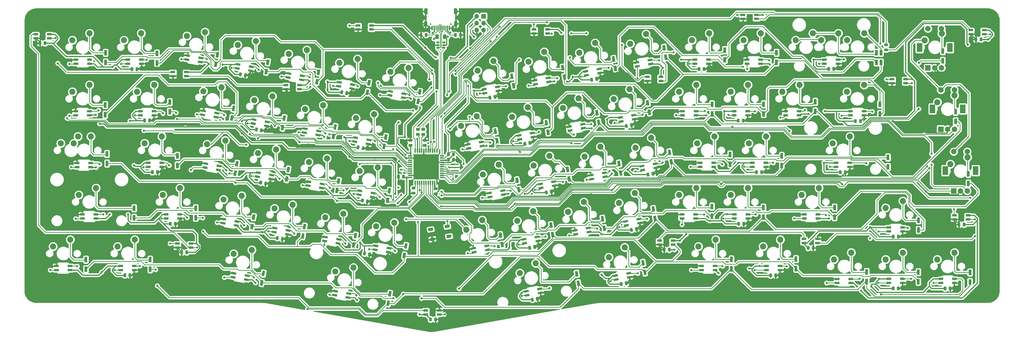
<source format=gbl>
G04 #@! TF.GenerationSoftware,KiCad,Pcbnew,(5.1.4)-1*
G04 #@! TF.CreationDate,2020-08-07T21:51:58-07:00*
G04 #@! TF.ProjectId,trifecta,74726966-6563-4746-912e-6b696361645f,rev?*
G04 #@! TF.SameCoordinates,Original*
G04 #@! TF.FileFunction,Copper,L2,Bot*
G04 #@! TF.FilePolarity,Positive*
%FSLAX46Y46*%
G04 Gerber Fmt 4.6, Leading zero omitted, Abs format (unit mm)*
G04 Created by KiCad (PCBNEW (5.1.4)-1) date 2020-08-07 21:51:58*
%MOMM*%
%LPD*%
G04 APERTURE LIST*
%ADD10O,1.700000X1.700000*%
%ADD11R,1.700000X1.700000*%
%ADD12R,1.800000X0.820000*%
%ADD13C,2.250000*%
%ADD14R,2.000000X2.000000*%
%ADD15C,2.000000*%
%ADD16R,2.000000X3.200000*%
%ADD17R,0.700000X2.300000*%
%ADD18O,1.200000X2.300000*%
%ADD19C,0.600000*%
%ADD20R,0.550000X1.700000*%
%ADD21R,0.300000X1.700000*%
%ADD22C,1.100000*%
%ADD23C,0.100000*%
%ADD24C,0.975000*%
%ADD25R,1.000000X2.000000*%
%ADD26C,1.000000*%
%ADD27R,1.500000X0.500000*%
%ADD28R,0.500000X1.500000*%
%ADD29C,0.400000*%
%ADD30C,0.820000*%
%ADD31R,1.060000X0.650000*%
%ADD32C,1.250000*%
%ADD33C,0.800000*%
%ADD34C,0.250000*%
%ADD35C,0.381000*%
%ADD36C,0.200000*%
%ADD37C,0.254000*%
G04 APERTURE END LIST*
D10*
X154924760Y-3098800D03*
X157464760Y-3098800D03*
X154924760Y-558800D03*
X157464760Y-558800D03*
X154924760Y1981200D03*
D11*
X157464760Y1981200D03*
D12*
X136107800Y-106671680D03*
X141107800Y-108171680D03*
X136107800Y-108171680D03*
X141107800Y-106671680D03*
D13*
X154919279Y-34956110D03*
X149106816Y-38560188D03*
D12*
X49464600Y-83452400D03*
X44464600Y-81952400D03*
X49464600Y-81952400D03*
X44464600Y-83452400D03*
D14*
X330896200Y-62536200D03*
D15*
X333396200Y-62536200D03*
X335896200Y-62536200D03*
D16*
X327796200Y-55036200D03*
X338996200Y-55036200D03*
D15*
X330896200Y-48036200D03*
X335896200Y-48036200D03*
D14*
X326146490Y-39761210D03*
D15*
X328646490Y-39761210D03*
X331146490Y-39761210D03*
D16*
X323046490Y-32261210D03*
X334246490Y-32261210D03*
D15*
X326146490Y-25261210D03*
X331146490Y-25261210D03*
D14*
X321371290Y-17100000D03*
D15*
X323871290Y-17100000D03*
X326371290Y-17100000D03*
D16*
X318271290Y-9600000D03*
X329471290Y-9600000D03*
D15*
X321371290Y-2600000D03*
X326371290Y-2600000D03*
D17*
X136449000Y3783200D03*
X146849000Y3783200D03*
D18*
X136074000Y-816800D03*
X147224000Y-816800D03*
X136074000Y3783200D03*
X147224000Y3783200D03*
D19*
X137899000Y-896800D03*
X145399000Y-896800D03*
D20*
X138449000Y-2396800D03*
X144849000Y-2396800D03*
X139199000Y-2396800D03*
D21*
X139899000Y-2396800D03*
X140399000Y-2396800D03*
X140899000Y-2396800D03*
D20*
X144099000Y-2396800D03*
D21*
X143399000Y-2396800D03*
X142899000Y-2396800D03*
X142399000Y-2396800D03*
X141899000Y-2396800D03*
X141399000Y-2396800D03*
D22*
X144665073Y-79309325D03*
D23*
G36*
X145455893Y-78611397D02*
G01*
X145646906Y-79694686D01*
X143874253Y-80007253D01*
X143683240Y-78923964D01*
X145455893Y-78611397D01*
X145455893Y-78611397D01*
G37*
D22*
X137916767Y-76742155D03*
D23*
G36*
X138707587Y-76044227D02*
G01*
X138898600Y-77127516D01*
X137125947Y-77440083D01*
X136934934Y-76356794D01*
X138707587Y-76044227D01*
X138707587Y-76044227D01*
G37*
D22*
X144022575Y-75665536D03*
D23*
G36*
X144813395Y-74967608D02*
G01*
X145004408Y-76050897D01*
X143231755Y-76363464D01*
X143040742Y-75280175D01*
X144813395Y-74967608D01*
X144813395Y-74967608D01*
G37*
D22*
X138559265Y-80385944D03*
D23*
G36*
X139350085Y-79688016D02*
G01*
X139541098Y-80771305D01*
X137768445Y-81083872D01*
X137577432Y-80000583D01*
X139350085Y-79688016D01*
X139350085Y-79688016D01*
G37*
D13*
X288321250Y-4354746D03*
X281971250Y-6894746D03*
D12*
X313142000Y-22746400D03*
X308142000Y-21246400D03*
X313142000Y-21246400D03*
X308142000Y-22746400D03*
X258125600Y977200D03*
X253125600Y2477200D03*
X258125600Y2477200D03*
X253125600Y977200D03*
X222913580Y-21898040D03*
X217913580Y-20398040D03*
X222913580Y-20398040D03*
X217913580Y-21898040D03*
X181062000Y-4407600D03*
X176062000Y-2907600D03*
X181062000Y-2907600D03*
X176062000Y-4407600D03*
X116088800Y-2909000D03*
X111088800Y-1409000D03*
X116088800Y-1409000D03*
X111088800Y-2909000D03*
X89545800Y-24956200D03*
X84545800Y-23456200D03*
X89545800Y-23456200D03*
X84545800Y-24956200D03*
X47813600Y-20155600D03*
X42813600Y-18655600D03*
X47813600Y-18655600D03*
X42813600Y-20155600D03*
X-2783200Y-6185600D03*
X-7783200Y-4685600D03*
X-2783200Y-4685600D03*
X-7783200Y-6185600D03*
X227340800Y-82385600D03*
X222340800Y-80885600D03*
X227340800Y-80885600D03*
X222340800Y-82385600D03*
X275640160Y-80276000D03*
X280640160Y-81776000D03*
X275640160Y-81776000D03*
X280640160Y-80276000D03*
X336154400Y-73063800D03*
X331154400Y-71563800D03*
X336154400Y-71563800D03*
X331154400Y-73063800D03*
X342148800Y-4661600D03*
X337148800Y-3161600D03*
X342148800Y-3161600D03*
X337148800Y-4661600D03*
D23*
G36*
X-5953058Y-7276774D02*
G01*
X-5929397Y-7280284D01*
X-5906193Y-7286096D01*
X-5883671Y-7294154D01*
X-5862047Y-7304382D01*
X-5841530Y-7316679D01*
X-5822317Y-7330929D01*
X-5804593Y-7346993D01*
X-5788529Y-7364717D01*
X-5774279Y-7383930D01*
X-5761982Y-7404447D01*
X-5751754Y-7426071D01*
X-5743696Y-7448593D01*
X-5737884Y-7471797D01*
X-5734374Y-7495458D01*
X-5733200Y-7519350D01*
X-5733200Y-8431850D01*
X-5734374Y-8455742D01*
X-5737884Y-8479403D01*
X-5743696Y-8502607D01*
X-5751754Y-8525129D01*
X-5761982Y-8546753D01*
X-5774279Y-8567270D01*
X-5788529Y-8586483D01*
X-5804593Y-8604207D01*
X-5822317Y-8620271D01*
X-5841530Y-8634521D01*
X-5862047Y-8646818D01*
X-5883671Y-8657046D01*
X-5906193Y-8665104D01*
X-5929397Y-8670916D01*
X-5953058Y-8674426D01*
X-5976950Y-8675600D01*
X-6464450Y-8675600D01*
X-6488342Y-8674426D01*
X-6512003Y-8670916D01*
X-6535207Y-8665104D01*
X-6557729Y-8657046D01*
X-6579353Y-8646818D01*
X-6599870Y-8634521D01*
X-6619083Y-8620271D01*
X-6636807Y-8604207D01*
X-6652871Y-8586483D01*
X-6667121Y-8567270D01*
X-6679418Y-8546753D01*
X-6689646Y-8525129D01*
X-6697704Y-8502607D01*
X-6703516Y-8479403D01*
X-6707026Y-8455742D01*
X-6708200Y-8431850D01*
X-6708200Y-7519350D01*
X-6707026Y-7495458D01*
X-6703516Y-7471797D01*
X-6697704Y-7448593D01*
X-6689646Y-7426071D01*
X-6679418Y-7404447D01*
X-6667121Y-7383930D01*
X-6652871Y-7364717D01*
X-6636807Y-7346993D01*
X-6619083Y-7330929D01*
X-6599870Y-7316679D01*
X-6579353Y-7304382D01*
X-6557729Y-7294154D01*
X-6535207Y-7286096D01*
X-6512003Y-7280284D01*
X-6488342Y-7276774D01*
X-6464450Y-7275600D01*
X-5976950Y-7275600D01*
X-5953058Y-7276774D01*
X-5953058Y-7276774D01*
G37*
D24*
X-6220700Y-7975600D03*
D23*
G36*
X-4078058Y-7276774D02*
G01*
X-4054397Y-7280284D01*
X-4031193Y-7286096D01*
X-4008671Y-7294154D01*
X-3987047Y-7304382D01*
X-3966530Y-7316679D01*
X-3947317Y-7330929D01*
X-3929593Y-7346993D01*
X-3913529Y-7364717D01*
X-3899279Y-7383930D01*
X-3886982Y-7404447D01*
X-3876754Y-7426071D01*
X-3868696Y-7448593D01*
X-3862884Y-7471797D01*
X-3859374Y-7495458D01*
X-3858200Y-7519350D01*
X-3858200Y-8431850D01*
X-3859374Y-8455742D01*
X-3862884Y-8479403D01*
X-3868696Y-8502607D01*
X-3876754Y-8525129D01*
X-3886982Y-8546753D01*
X-3899279Y-8567270D01*
X-3913529Y-8586483D01*
X-3929593Y-8604207D01*
X-3947317Y-8620271D01*
X-3966530Y-8634521D01*
X-3987047Y-8646818D01*
X-4008671Y-8657046D01*
X-4031193Y-8665104D01*
X-4054397Y-8670916D01*
X-4078058Y-8674426D01*
X-4101950Y-8675600D01*
X-4589450Y-8675600D01*
X-4613342Y-8674426D01*
X-4637003Y-8670916D01*
X-4660207Y-8665104D01*
X-4682729Y-8657046D01*
X-4704353Y-8646818D01*
X-4724870Y-8634521D01*
X-4744083Y-8620271D01*
X-4761807Y-8604207D01*
X-4777871Y-8586483D01*
X-4792121Y-8567270D01*
X-4804418Y-8546753D01*
X-4814646Y-8525129D01*
X-4822704Y-8502607D01*
X-4828516Y-8479403D01*
X-4832026Y-8455742D01*
X-4833200Y-8431850D01*
X-4833200Y-7519350D01*
X-4832026Y-7495458D01*
X-4828516Y-7471797D01*
X-4822704Y-7448593D01*
X-4814646Y-7426071D01*
X-4804418Y-7404447D01*
X-4792121Y-7383930D01*
X-4777871Y-7364717D01*
X-4761807Y-7346993D01*
X-4744083Y-7330929D01*
X-4724870Y-7316679D01*
X-4704353Y-7304382D01*
X-4682729Y-7294154D01*
X-4660207Y-7286096D01*
X-4637003Y-7280284D01*
X-4613342Y-7276774D01*
X-4589450Y-7275600D01*
X-4101950Y-7275600D01*
X-4078058Y-7276774D01*
X-4078058Y-7276774D01*
G37*
D24*
X-4345700Y-7975600D03*
D23*
G36*
X46307442Y-84518174D02*
G01*
X46331103Y-84521684D01*
X46354307Y-84527496D01*
X46376829Y-84535554D01*
X46398453Y-84545782D01*
X46418970Y-84558079D01*
X46438183Y-84572329D01*
X46455907Y-84588393D01*
X46471971Y-84606117D01*
X46486221Y-84625330D01*
X46498518Y-84645847D01*
X46508746Y-84667471D01*
X46516804Y-84689993D01*
X46522616Y-84713197D01*
X46526126Y-84736858D01*
X46527300Y-84760750D01*
X46527300Y-85673250D01*
X46526126Y-85697142D01*
X46522616Y-85720803D01*
X46516804Y-85744007D01*
X46508746Y-85766529D01*
X46498518Y-85788153D01*
X46486221Y-85808670D01*
X46471971Y-85827883D01*
X46455907Y-85845607D01*
X46438183Y-85861671D01*
X46418970Y-85875921D01*
X46398453Y-85888218D01*
X46376829Y-85898446D01*
X46354307Y-85906504D01*
X46331103Y-85912316D01*
X46307442Y-85915826D01*
X46283550Y-85917000D01*
X45796050Y-85917000D01*
X45772158Y-85915826D01*
X45748497Y-85912316D01*
X45725293Y-85906504D01*
X45702771Y-85898446D01*
X45681147Y-85888218D01*
X45660630Y-85875921D01*
X45641417Y-85861671D01*
X45623693Y-85845607D01*
X45607629Y-85827883D01*
X45593379Y-85808670D01*
X45581082Y-85788153D01*
X45570854Y-85766529D01*
X45562796Y-85744007D01*
X45556984Y-85720803D01*
X45553474Y-85697142D01*
X45552300Y-85673250D01*
X45552300Y-84760750D01*
X45553474Y-84736858D01*
X45556984Y-84713197D01*
X45562796Y-84689993D01*
X45570854Y-84667471D01*
X45581082Y-84645847D01*
X45593379Y-84625330D01*
X45607629Y-84606117D01*
X45623693Y-84588393D01*
X45641417Y-84572329D01*
X45660630Y-84558079D01*
X45681147Y-84545782D01*
X45702771Y-84535554D01*
X45725293Y-84527496D01*
X45748497Y-84521684D01*
X45772158Y-84518174D01*
X45796050Y-84517000D01*
X46283550Y-84517000D01*
X46307442Y-84518174D01*
X46307442Y-84518174D01*
G37*
D24*
X46039800Y-85217000D03*
D23*
G36*
X48182442Y-84518174D02*
G01*
X48206103Y-84521684D01*
X48229307Y-84527496D01*
X48251829Y-84535554D01*
X48273453Y-84545782D01*
X48293970Y-84558079D01*
X48313183Y-84572329D01*
X48330907Y-84588393D01*
X48346971Y-84606117D01*
X48361221Y-84625330D01*
X48373518Y-84645847D01*
X48383746Y-84667471D01*
X48391804Y-84689993D01*
X48397616Y-84713197D01*
X48401126Y-84736858D01*
X48402300Y-84760750D01*
X48402300Y-85673250D01*
X48401126Y-85697142D01*
X48397616Y-85720803D01*
X48391804Y-85744007D01*
X48383746Y-85766529D01*
X48373518Y-85788153D01*
X48361221Y-85808670D01*
X48346971Y-85827883D01*
X48330907Y-85845607D01*
X48313183Y-85861671D01*
X48293970Y-85875921D01*
X48273453Y-85888218D01*
X48251829Y-85898446D01*
X48229307Y-85906504D01*
X48206103Y-85912316D01*
X48182442Y-85915826D01*
X48158550Y-85917000D01*
X47671050Y-85917000D01*
X47647158Y-85915826D01*
X47623497Y-85912316D01*
X47600293Y-85906504D01*
X47577771Y-85898446D01*
X47556147Y-85888218D01*
X47535630Y-85875921D01*
X47516417Y-85861671D01*
X47498693Y-85845607D01*
X47482629Y-85827883D01*
X47468379Y-85808670D01*
X47456082Y-85788153D01*
X47445854Y-85766529D01*
X47437796Y-85744007D01*
X47431984Y-85720803D01*
X47428474Y-85697142D01*
X47427300Y-85673250D01*
X47427300Y-84760750D01*
X47428474Y-84736858D01*
X47431984Y-84713197D01*
X47437796Y-84689993D01*
X47445854Y-84667471D01*
X47456082Y-84645847D01*
X47468379Y-84625330D01*
X47482629Y-84606117D01*
X47498693Y-84588393D01*
X47516417Y-84572329D01*
X47535630Y-84558079D01*
X47556147Y-84545782D01*
X47577771Y-84535554D01*
X47600293Y-84527496D01*
X47623497Y-84521684D01*
X47647158Y-84518174D01*
X47671050Y-84517000D01*
X48158550Y-84517000D01*
X48182442Y-84518174D01*
X48182442Y-84518174D01*
G37*
D24*
X47914800Y-85217000D03*
D23*
G36*
X139990742Y-109295874D02*
G01*
X140014403Y-109299384D01*
X140037607Y-109305196D01*
X140060129Y-109313254D01*
X140081753Y-109323482D01*
X140102270Y-109335779D01*
X140121483Y-109350029D01*
X140139207Y-109366093D01*
X140155271Y-109383817D01*
X140169521Y-109403030D01*
X140181818Y-109423547D01*
X140192046Y-109445171D01*
X140200104Y-109467693D01*
X140205916Y-109490897D01*
X140209426Y-109514558D01*
X140210600Y-109538450D01*
X140210600Y-110450950D01*
X140209426Y-110474842D01*
X140205916Y-110498503D01*
X140200104Y-110521707D01*
X140192046Y-110544229D01*
X140181818Y-110565853D01*
X140169521Y-110586370D01*
X140155271Y-110605583D01*
X140139207Y-110623307D01*
X140121483Y-110639371D01*
X140102270Y-110653621D01*
X140081753Y-110665918D01*
X140060129Y-110676146D01*
X140037607Y-110684204D01*
X140014403Y-110690016D01*
X139990742Y-110693526D01*
X139966850Y-110694700D01*
X139479350Y-110694700D01*
X139455458Y-110693526D01*
X139431797Y-110690016D01*
X139408593Y-110684204D01*
X139386071Y-110676146D01*
X139364447Y-110665918D01*
X139343930Y-110653621D01*
X139324717Y-110639371D01*
X139306993Y-110623307D01*
X139290929Y-110605583D01*
X139276679Y-110586370D01*
X139264382Y-110565853D01*
X139254154Y-110544229D01*
X139246096Y-110521707D01*
X139240284Y-110498503D01*
X139236774Y-110474842D01*
X139235600Y-110450950D01*
X139235600Y-109538450D01*
X139236774Y-109514558D01*
X139240284Y-109490897D01*
X139246096Y-109467693D01*
X139254154Y-109445171D01*
X139264382Y-109423547D01*
X139276679Y-109403030D01*
X139290929Y-109383817D01*
X139306993Y-109366093D01*
X139324717Y-109350029D01*
X139343930Y-109335779D01*
X139364447Y-109323482D01*
X139386071Y-109313254D01*
X139408593Y-109305196D01*
X139431797Y-109299384D01*
X139455458Y-109295874D01*
X139479350Y-109294700D01*
X139966850Y-109294700D01*
X139990742Y-109295874D01*
X139990742Y-109295874D01*
G37*
D24*
X139723100Y-109994700D03*
D23*
G36*
X138115742Y-109295874D02*
G01*
X138139403Y-109299384D01*
X138162607Y-109305196D01*
X138185129Y-109313254D01*
X138206753Y-109323482D01*
X138227270Y-109335779D01*
X138246483Y-109350029D01*
X138264207Y-109366093D01*
X138280271Y-109383817D01*
X138294521Y-109403030D01*
X138306818Y-109423547D01*
X138317046Y-109445171D01*
X138325104Y-109467693D01*
X138330916Y-109490897D01*
X138334426Y-109514558D01*
X138335600Y-109538450D01*
X138335600Y-110450950D01*
X138334426Y-110474842D01*
X138330916Y-110498503D01*
X138325104Y-110521707D01*
X138317046Y-110544229D01*
X138306818Y-110565853D01*
X138294521Y-110586370D01*
X138280271Y-110605583D01*
X138264207Y-110623307D01*
X138246483Y-110639371D01*
X138227270Y-110653621D01*
X138206753Y-110665918D01*
X138185129Y-110676146D01*
X138162607Y-110684204D01*
X138139403Y-110690016D01*
X138115742Y-110693526D01*
X138091850Y-110694700D01*
X137604350Y-110694700D01*
X137580458Y-110693526D01*
X137556797Y-110690016D01*
X137533593Y-110684204D01*
X137511071Y-110676146D01*
X137489447Y-110665918D01*
X137468930Y-110653621D01*
X137449717Y-110639371D01*
X137431993Y-110623307D01*
X137415929Y-110605583D01*
X137401679Y-110586370D01*
X137389382Y-110565853D01*
X137379154Y-110544229D01*
X137371096Y-110521707D01*
X137365284Y-110498503D01*
X137361774Y-110474842D01*
X137360600Y-110450950D01*
X137360600Y-109538450D01*
X137361774Y-109514558D01*
X137365284Y-109490897D01*
X137371096Y-109467693D01*
X137379154Y-109445171D01*
X137389382Y-109423547D01*
X137401679Y-109403030D01*
X137415929Y-109383817D01*
X137431993Y-109366093D01*
X137449717Y-109350029D01*
X137468930Y-109335779D01*
X137489447Y-109323482D01*
X137511071Y-109313254D01*
X137533593Y-109305196D01*
X137556797Y-109299384D01*
X137580458Y-109295874D01*
X137604350Y-109294700D01*
X138091850Y-109294700D01*
X138115742Y-109295874D01*
X138115742Y-109295874D01*
G37*
D24*
X137848100Y-109994700D03*
D23*
G36*
X224348742Y-83527574D02*
G01*
X224372403Y-83531084D01*
X224395607Y-83536896D01*
X224418129Y-83544954D01*
X224439753Y-83555182D01*
X224460270Y-83567479D01*
X224479483Y-83581729D01*
X224497207Y-83597793D01*
X224513271Y-83615517D01*
X224527521Y-83634730D01*
X224539818Y-83655247D01*
X224550046Y-83676871D01*
X224558104Y-83699393D01*
X224563916Y-83722597D01*
X224567426Y-83746258D01*
X224568600Y-83770150D01*
X224568600Y-84682650D01*
X224567426Y-84706542D01*
X224563916Y-84730203D01*
X224558104Y-84753407D01*
X224550046Y-84775929D01*
X224539818Y-84797553D01*
X224527521Y-84818070D01*
X224513271Y-84837283D01*
X224497207Y-84855007D01*
X224479483Y-84871071D01*
X224460270Y-84885321D01*
X224439753Y-84897618D01*
X224418129Y-84907846D01*
X224395607Y-84915904D01*
X224372403Y-84921716D01*
X224348742Y-84925226D01*
X224324850Y-84926400D01*
X223837350Y-84926400D01*
X223813458Y-84925226D01*
X223789797Y-84921716D01*
X223766593Y-84915904D01*
X223744071Y-84907846D01*
X223722447Y-84897618D01*
X223701930Y-84885321D01*
X223682717Y-84871071D01*
X223664993Y-84855007D01*
X223648929Y-84837283D01*
X223634679Y-84818070D01*
X223622382Y-84797553D01*
X223612154Y-84775929D01*
X223604096Y-84753407D01*
X223598284Y-84730203D01*
X223594774Y-84706542D01*
X223593600Y-84682650D01*
X223593600Y-83770150D01*
X223594774Y-83746258D01*
X223598284Y-83722597D01*
X223604096Y-83699393D01*
X223612154Y-83676871D01*
X223622382Y-83655247D01*
X223634679Y-83634730D01*
X223648929Y-83615517D01*
X223664993Y-83597793D01*
X223682717Y-83581729D01*
X223701930Y-83567479D01*
X223722447Y-83555182D01*
X223744071Y-83544954D01*
X223766593Y-83536896D01*
X223789797Y-83531084D01*
X223813458Y-83527574D01*
X223837350Y-83526400D01*
X224324850Y-83526400D01*
X224348742Y-83527574D01*
X224348742Y-83527574D01*
G37*
D24*
X224081100Y-84226400D03*
D23*
G36*
X226223742Y-83527574D02*
G01*
X226247403Y-83531084D01*
X226270607Y-83536896D01*
X226293129Y-83544954D01*
X226314753Y-83555182D01*
X226335270Y-83567479D01*
X226354483Y-83581729D01*
X226372207Y-83597793D01*
X226388271Y-83615517D01*
X226402521Y-83634730D01*
X226414818Y-83655247D01*
X226425046Y-83676871D01*
X226433104Y-83699393D01*
X226438916Y-83722597D01*
X226442426Y-83746258D01*
X226443600Y-83770150D01*
X226443600Y-84682650D01*
X226442426Y-84706542D01*
X226438916Y-84730203D01*
X226433104Y-84753407D01*
X226425046Y-84775929D01*
X226414818Y-84797553D01*
X226402521Y-84818070D01*
X226388271Y-84837283D01*
X226372207Y-84855007D01*
X226354483Y-84871071D01*
X226335270Y-84885321D01*
X226314753Y-84897618D01*
X226293129Y-84907846D01*
X226270607Y-84915904D01*
X226247403Y-84921716D01*
X226223742Y-84925226D01*
X226199850Y-84926400D01*
X225712350Y-84926400D01*
X225688458Y-84925226D01*
X225664797Y-84921716D01*
X225641593Y-84915904D01*
X225619071Y-84907846D01*
X225597447Y-84897618D01*
X225576930Y-84885321D01*
X225557717Y-84871071D01*
X225539993Y-84855007D01*
X225523929Y-84837283D01*
X225509679Y-84818070D01*
X225497382Y-84797553D01*
X225487154Y-84775929D01*
X225479096Y-84753407D01*
X225473284Y-84730203D01*
X225469774Y-84706542D01*
X225468600Y-84682650D01*
X225468600Y-83770150D01*
X225469774Y-83746258D01*
X225473284Y-83722597D01*
X225479096Y-83699393D01*
X225487154Y-83676871D01*
X225497382Y-83655247D01*
X225509679Y-83634730D01*
X225523929Y-83615517D01*
X225539993Y-83597793D01*
X225557717Y-83581729D01*
X225576930Y-83567479D01*
X225597447Y-83555182D01*
X225619071Y-83544954D01*
X225641593Y-83536896D01*
X225664797Y-83531084D01*
X225688458Y-83527574D01*
X225712350Y-83526400D01*
X226199850Y-83526400D01*
X226223742Y-83527574D01*
X226223742Y-83527574D01*
G37*
D24*
X225956100Y-84226400D03*
D23*
G36*
X279340222Y-82877334D02*
G01*
X279363883Y-82880844D01*
X279387087Y-82886656D01*
X279409609Y-82894714D01*
X279431233Y-82904942D01*
X279451750Y-82917239D01*
X279470963Y-82931489D01*
X279488687Y-82947553D01*
X279504751Y-82965277D01*
X279519001Y-82984490D01*
X279531298Y-83005007D01*
X279541526Y-83026631D01*
X279549584Y-83049153D01*
X279555396Y-83072357D01*
X279558906Y-83096018D01*
X279560080Y-83119910D01*
X279560080Y-84032410D01*
X279558906Y-84056302D01*
X279555396Y-84079963D01*
X279549584Y-84103167D01*
X279541526Y-84125689D01*
X279531298Y-84147313D01*
X279519001Y-84167830D01*
X279504751Y-84187043D01*
X279488687Y-84204767D01*
X279470963Y-84220831D01*
X279451750Y-84235081D01*
X279431233Y-84247378D01*
X279409609Y-84257606D01*
X279387087Y-84265664D01*
X279363883Y-84271476D01*
X279340222Y-84274986D01*
X279316330Y-84276160D01*
X278828830Y-84276160D01*
X278804938Y-84274986D01*
X278781277Y-84271476D01*
X278758073Y-84265664D01*
X278735551Y-84257606D01*
X278713927Y-84247378D01*
X278693410Y-84235081D01*
X278674197Y-84220831D01*
X278656473Y-84204767D01*
X278640409Y-84187043D01*
X278626159Y-84167830D01*
X278613862Y-84147313D01*
X278603634Y-84125689D01*
X278595576Y-84103167D01*
X278589764Y-84079963D01*
X278586254Y-84056302D01*
X278585080Y-84032410D01*
X278585080Y-83119910D01*
X278586254Y-83096018D01*
X278589764Y-83072357D01*
X278595576Y-83049153D01*
X278603634Y-83026631D01*
X278613862Y-83005007D01*
X278626159Y-82984490D01*
X278640409Y-82965277D01*
X278656473Y-82947553D01*
X278674197Y-82931489D01*
X278693410Y-82917239D01*
X278713927Y-82904942D01*
X278735551Y-82894714D01*
X278758073Y-82886656D01*
X278781277Y-82880844D01*
X278804938Y-82877334D01*
X278828830Y-82876160D01*
X279316330Y-82876160D01*
X279340222Y-82877334D01*
X279340222Y-82877334D01*
G37*
D24*
X279072580Y-83576160D03*
D23*
G36*
X277465222Y-82877334D02*
G01*
X277488883Y-82880844D01*
X277512087Y-82886656D01*
X277534609Y-82894714D01*
X277556233Y-82904942D01*
X277576750Y-82917239D01*
X277595963Y-82931489D01*
X277613687Y-82947553D01*
X277629751Y-82965277D01*
X277644001Y-82984490D01*
X277656298Y-83005007D01*
X277666526Y-83026631D01*
X277674584Y-83049153D01*
X277680396Y-83072357D01*
X277683906Y-83096018D01*
X277685080Y-83119910D01*
X277685080Y-84032410D01*
X277683906Y-84056302D01*
X277680396Y-84079963D01*
X277674584Y-84103167D01*
X277666526Y-84125689D01*
X277656298Y-84147313D01*
X277644001Y-84167830D01*
X277629751Y-84187043D01*
X277613687Y-84204767D01*
X277595963Y-84220831D01*
X277576750Y-84235081D01*
X277556233Y-84247378D01*
X277534609Y-84257606D01*
X277512087Y-84265664D01*
X277488883Y-84271476D01*
X277465222Y-84274986D01*
X277441330Y-84276160D01*
X276953830Y-84276160D01*
X276929938Y-84274986D01*
X276906277Y-84271476D01*
X276883073Y-84265664D01*
X276860551Y-84257606D01*
X276838927Y-84247378D01*
X276818410Y-84235081D01*
X276799197Y-84220831D01*
X276781473Y-84204767D01*
X276765409Y-84187043D01*
X276751159Y-84167830D01*
X276738862Y-84147313D01*
X276728634Y-84125689D01*
X276720576Y-84103167D01*
X276714764Y-84079963D01*
X276711254Y-84056302D01*
X276710080Y-84032410D01*
X276710080Y-83119910D01*
X276711254Y-83096018D01*
X276714764Y-83072357D01*
X276720576Y-83049153D01*
X276728634Y-83026631D01*
X276738862Y-83005007D01*
X276751159Y-82984490D01*
X276765409Y-82965277D01*
X276781473Y-82947553D01*
X276799197Y-82931489D01*
X276818410Y-82917239D01*
X276838927Y-82904942D01*
X276860551Y-82894714D01*
X276883073Y-82886656D01*
X276906277Y-82880844D01*
X276929938Y-82877334D01*
X276953830Y-82876160D01*
X277441330Y-82876160D01*
X277465222Y-82877334D01*
X277465222Y-82877334D01*
G37*
D24*
X277197580Y-83576160D03*
D23*
G36*
X333111542Y-74256574D02*
G01*
X333135203Y-74260084D01*
X333158407Y-74265896D01*
X333180929Y-74273954D01*
X333202553Y-74284182D01*
X333223070Y-74296479D01*
X333242283Y-74310729D01*
X333260007Y-74326793D01*
X333276071Y-74344517D01*
X333290321Y-74363730D01*
X333302618Y-74384247D01*
X333312846Y-74405871D01*
X333320904Y-74428393D01*
X333326716Y-74451597D01*
X333330226Y-74475258D01*
X333331400Y-74499150D01*
X333331400Y-75411650D01*
X333330226Y-75435542D01*
X333326716Y-75459203D01*
X333320904Y-75482407D01*
X333312846Y-75504929D01*
X333302618Y-75526553D01*
X333290321Y-75547070D01*
X333276071Y-75566283D01*
X333260007Y-75584007D01*
X333242283Y-75600071D01*
X333223070Y-75614321D01*
X333202553Y-75626618D01*
X333180929Y-75636846D01*
X333158407Y-75644904D01*
X333135203Y-75650716D01*
X333111542Y-75654226D01*
X333087650Y-75655400D01*
X332600150Y-75655400D01*
X332576258Y-75654226D01*
X332552597Y-75650716D01*
X332529393Y-75644904D01*
X332506871Y-75636846D01*
X332485247Y-75626618D01*
X332464730Y-75614321D01*
X332445517Y-75600071D01*
X332427793Y-75584007D01*
X332411729Y-75566283D01*
X332397479Y-75547070D01*
X332385182Y-75526553D01*
X332374954Y-75504929D01*
X332366896Y-75482407D01*
X332361084Y-75459203D01*
X332357574Y-75435542D01*
X332356400Y-75411650D01*
X332356400Y-74499150D01*
X332357574Y-74475258D01*
X332361084Y-74451597D01*
X332366896Y-74428393D01*
X332374954Y-74405871D01*
X332385182Y-74384247D01*
X332397479Y-74363730D01*
X332411729Y-74344517D01*
X332427793Y-74326793D01*
X332445517Y-74310729D01*
X332464730Y-74296479D01*
X332485247Y-74284182D01*
X332506871Y-74273954D01*
X332529393Y-74265896D01*
X332552597Y-74260084D01*
X332576258Y-74256574D01*
X332600150Y-74255400D01*
X333087650Y-74255400D01*
X333111542Y-74256574D01*
X333111542Y-74256574D01*
G37*
D24*
X332843900Y-74955400D03*
D23*
G36*
X334986542Y-74256574D02*
G01*
X335010203Y-74260084D01*
X335033407Y-74265896D01*
X335055929Y-74273954D01*
X335077553Y-74284182D01*
X335098070Y-74296479D01*
X335117283Y-74310729D01*
X335135007Y-74326793D01*
X335151071Y-74344517D01*
X335165321Y-74363730D01*
X335177618Y-74384247D01*
X335187846Y-74405871D01*
X335195904Y-74428393D01*
X335201716Y-74451597D01*
X335205226Y-74475258D01*
X335206400Y-74499150D01*
X335206400Y-75411650D01*
X335205226Y-75435542D01*
X335201716Y-75459203D01*
X335195904Y-75482407D01*
X335187846Y-75504929D01*
X335177618Y-75526553D01*
X335165321Y-75547070D01*
X335151071Y-75566283D01*
X335135007Y-75584007D01*
X335117283Y-75600071D01*
X335098070Y-75614321D01*
X335077553Y-75626618D01*
X335055929Y-75636846D01*
X335033407Y-75644904D01*
X335010203Y-75650716D01*
X334986542Y-75654226D01*
X334962650Y-75655400D01*
X334475150Y-75655400D01*
X334451258Y-75654226D01*
X334427597Y-75650716D01*
X334404393Y-75644904D01*
X334381871Y-75636846D01*
X334360247Y-75626618D01*
X334339730Y-75614321D01*
X334320517Y-75600071D01*
X334302793Y-75584007D01*
X334286729Y-75566283D01*
X334272479Y-75547070D01*
X334260182Y-75526553D01*
X334249954Y-75504929D01*
X334241896Y-75482407D01*
X334236084Y-75459203D01*
X334232574Y-75435542D01*
X334231400Y-75411650D01*
X334231400Y-74499150D01*
X334232574Y-74475258D01*
X334236084Y-74451597D01*
X334241896Y-74428393D01*
X334249954Y-74405871D01*
X334260182Y-74384247D01*
X334272479Y-74363730D01*
X334286729Y-74344517D01*
X334302793Y-74326793D01*
X334320517Y-74310729D01*
X334339730Y-74296479D01*
X334360247Y-74284182D01*
X334381871Y-74273954D01*
X334404393Y-74265896D01*
X334427597Y-74260084D01*
X334451258Y-74256574D01*
X334475150Y-74255400D01*
X334962650Y-74255400D01*
X334986542Y-74256574D01*
X334986542Y-74256574D01*
G37*
D24*
X334718900Y-74955400D03*
D23*
G36*
X339359942Y-5879774D02*
G01*
X339383603Y-5883284D01*
X339406807Y-5889096D01*
X339429329Y-5897154D01*
X339450953Y-5907382D01*
X339471470Y-5919679D01*
X339490683Y-5933929D01*
X339508407Y-5949993D01*
X339524471Y-5967717D01*
X339538721Y-5986930D01*
X339551018Y-6007447D01*
X339561246Y-6029071D01*
X339569304Y-6051593D01*
X339575116Y-6074797D01*
X339578626Y-6098458D01*
X339579800Y-6122350D01*
X339579800Y-7034850D01*
X339578626Y-7058742D01*
X339575116Y-7082403D01*
X339569304Y-7105607D01*
X339561246Y-7128129D01*
X339551018Y-7149753D01*
X339538721Y-7170270D01*
X339524471Y-7189483D01*
X339508407Y-7207207D01*
X339490683Y-7223271D01*
X339471470Y-7237521D01*
X339450953Y-7249818D01*
X339429329Y-7260046D01*
X339406807Y-7268104D01*
X339383603Y-7273916D01*
X339359942Y-7277426D01*
X339336050Y-7278600D01*
X338848550Y-7278600D01*
X338824658Y-7277426D01*
X338800997Y-7273916D01*
X338777793Y-7268104D01*
X338755271Y-7260046D01*
X338733647Y-7249818D01*
X338713130Y-7237521D01*
X338693917Y-7223271D01*
X338676193Y-7207207D01*
X338660129Y-7189483D01*
X338645879Y-7170270D01*
X338633582Y-7149753D01*
X338623354Y-7128129D01*
X338615296Y-7105607D01*
X338609484Y-7082403D01*
X338605974Y-7058742D01*
X338604800Y-7034850D01*
X338604800Y-6122350D01*
X338605974Y-6098458D01*
X338609484Y-6074797D01*
X338615296Y-6051593D01*
X338623354Y-6029071D01*
X338633582Y-6007447D01*
X338645879Y-5986930D01*
X338660129Y-5967717D01*
X338676193Y-5949993D01*
X338693917Y-5933929D01*
X338713130Y-5919679D01*
X338733647Y-5907382D01*
X338755271Y-5897154D01*
X338777793Y-5889096D01*
X338800997Y-5883284D01*
X338824658Y-5879774D01*
X338848550Y-5878600D01*
X339336050Y-5878600D01*
X339359942Y-5879774D01*
X339359942Y-5879774D01*
G37*
D24*
X339092300Y-6578600D03*
D23*
G36*
X341234942Y-5879774D02*
G01*
X341258603Y-5883284D01*
X341281807Y-5889096D01*
X341304329Y-5897154D01*
X341325953Y-5907382D01*
X341346470Y-5919679D01*
X341365683Y-5933929D01*
X341383407Y-5949993D01*
X341399471Y-5967717D01*
X341413721Y-5986930D01*
X341426018Y-6007447D01*
X341436246Y-6029071D01*
X341444304Y-6051593D01*
X341450116Y-6074797D01*
X341453626Y-6098458D01*
X341454800Y-6122350D01*
X341454800Y-7034850D01*
X341453626Y-7058742D01*
X341450116Y-7082403D01*
X341444304Y-7105607D01*
X341436246Y-7128129D01*
X341426018Y-7149753D01*
X341413721Y-7170270D01*
X341399471Y-7189483D01*
X341383407Y-7207207D01*
X341365683Y-7223271D01*
X341346470Y-7237521D01*
X341325953Y-7249818D01*
X341304329Y-7260046D01*
X341281807Y-7268104D01*
X341258603Y-7273916D01*
X341234942Y-7277426D01*
X341211050Y-7278600D01*
X340723550Y-7278600D01*
X340699658Y-7277426D01*
X340675997Y-7273916D01*
X340652793Y-7268104D01*
X340630271Y-7260046D01*
X340608647Y-7249818D01*
X340588130Y-7237521D01*
X340568917Y-7223271D01*
X340551193Y-7207207D01*
X340535129Y-7189483D01*
X340520879Y-7170270D01*
X340508582Y-7149753D01*
X340498354Y-7128129D01*
X340490296Y-7105607D01*
X340484484Y-7082403D01*
X340480974Y-7058742D01*
X340479800Y-7034850D01*
X340479800Y-6122350D01*
X340480974Y-6098458D01*
X340484484Y-6074797D01*
X340490296Y-6051593D01*
X340498354Y-6029071D01*
X340508582Y-6007447D01*
X340520879Y-5986930D01*
X340535129Y-5967717D01*
X340551193Y-5949993D01*
X340568917Y-5933929D01*
X340588130Y-5919679D01*
X340608647Y-5907382D01*
X340630271Y-5897154D01*
X340652793Y-5889096D01*
X340675997Y-5883284D01*
X340699658Y-5879774D01*
X340723550Y-5878600D01*
X341211050Y-5878600D01*
X341234942Y-5879774D01*
X341234942Y-5879774D01*
G37*
D24*
X340967300Y-6578600D03*
D25*
X248372240Y-49087980D03*
X248372240Y-52637980D03*
X336906480Y-92651520D03*
X336906480Y-96201520D03*
X317813300Y-92539760D03*
X317813300Y-96089760D03*
X298778540Y-92455940D03*
X298778540Y-96005940D03*
X272677500Y-87706140D03*
X272677500Y-91256140D03*
X248882780Y-87840760D03*
X248882780Y-91390760D03*
D26*
X216306394Y-89109786D03*
D23*
G36*
X216972446Y-90007770D02*
G01*
X215987638Y-90181418D01*
X215640342Y-88211802D01*
X216625150Y-88038154D01*
X216972446Y-90007770D01*
X216972446Y-90007770D01*
G37*
D26*
X216922846Y-92605854D03*
D23*
G36*
X217588898Y-93503838D02*
G01*
X216604090Y-93677486D01*
X216256794Y-91707870D01*
X217241602Y-91534222D01*
X217588898Y-93503838D01*
X217588898Y-93503838D01*
G37*
D26*
X191792854Y-93156006D03*
D23*
G36*
X192458906Y-94053990D02*
G01*
X191474098Y-94227638D01*
X191126802Y-92258022D01*
X192111610Y-92084374D01*
X192458906Y-94053990D01*
X192458906Y-94053990D01*
G37*
D26*
X192409306Y-96652074D03*
D23*
G36*
X193075358Y-97550058D02*
G01*
X192090550Y-97723706D01*
X191743254Y-95754090D01*
X192728062Y-95580442D01*
X193075358Y-97550058D01*
X193075358Y-97550058D01*
G37*
D26*
X122871726Y-100519466D03*
D23*
G36*
X123190482Y-101591098D02*
G01*
X122205674Y-101417450D01*
X122552970Y-99447834D01*
X123537778Y-99621482D01*
X123190482Y-101591098D01*
X123190482Y-101591098D01*
G37*
D26*
X122255274Y-104015534D03*
D23*
G36*
X122574030Y-105087166D02*
G01*
X121589222Y-104913518D01*
X121936518Y-102943902D01*
X122921326Y-103117550D01*
X122574030Y-105087166D01*
X122574030Y-105087166D01*
G37*
D26*
X76199226Y-93026466D03*
D23*
G36*
X76517982Y-94098098D02*
G01*
X75533174Y-93924450D01*
X75880470Y-91954834D01*
X76865278Y-92128482D01*
X76517982Y-94098098D01*
X76517982Y-94098098D01*
G37*
D26*
X75582774Y-96522534D03*
D23*
G36*
X75901530Y-97594166D02*
G01*
X74916722Y-97420518D01*
X75264018Y-95450902D01*
X76248826Y-95624550D01*
X75901530Y-97594166D01*
X75901530Y-97594166D01*
G37*
D25*
X34425500Y-87919500D03*
X34425500Y-91469500D03*
X10740000Y-87906800D03*
X10740000Y-91456800D03*
X336258690Y-56247050D03*
X336258690Y-59797050D03*
X317899660Y-73416100D03*
X317899660Y-76966100D03*
X286939600Y-68671380D03*
X286939600Y-72221380D03*
X260665840Y-68689160D03*
X260665840Y-72239160D03*
X241709820Y-68313240D03*
X241709820Y-71863240D03*
D26*
X220070674Y-69226666D03*
D23*
G36*
X220736726Y-70124650D02*
G01*
X219751918Y-70298298D01*
X219404622Y-68328682D01*
X220389430Y-68155034D01*
X220736726Y-70124650D01*
X220736726Y-70124650D01*
G37*
D26*
X220687126Y-72722734D03*
D23*
G36*
X221353178Y-73620718D02*
G01*
X220368370Y-73794366D01*
X220021074Y-71824750D01*
X221005882Y-71651102D01*
X221353178Y-73620718D01*
X221353178Y-73620718D01*
G37*
D26*
X201335634Y-72810606D03*
D23*
G36*
X202001686Y-73708590D02*
G01*
X201016878Y-73882238D01*
X200669582Y-71912622D01*
X201654390Y-71738974D01*
X202001686Y-73708590D01*
X202001686Y-73708590D01*
G37*
D26*
X201952086Y-76306674D03*
D23*
G36*
X202618138Y-77204658D02*
G01*
X201633330Y-77378306D01*
X201286034Y-75408690D01*
X202270842Y-75235042D01*
X202618138Y-77204658D01*
X202618138Y-77204658D01*
G37*
D26*
X182323734Y-75177886D03*
D23*
G36*
X182989786Y-76075870D02*
G01*
X182004978Y-76249518D01*
X181657682Y-74279902D01*
X182642490Y-74106254D01*
X182989786Y-76075870D01*
X182989786Y-76075870D01*
G37*
D26*
X182940186Y-78673954D03*
D23*
G36*
X183606238Y-79571938D02*
G01*
X182621430Y-79745586D01*
X182274134Y-77775970D01*
X183258942Y-77602322D01*
X183606238Y-79571938D01*
X183606238Y-79571938D01*
G37*
D26*
X163700454Y-78871046D03*
D23*
G36*
X164366506Y-79769030D02*
G01*
X163381698Y-79942678D01*
X163034402Y-77973062D01*
X164019210Y-77799414D01*
X164366506Y-79769030D01*
X164366506Y-79769030D01*
G37*
D26*
X164316906Y-82367114D03*
D23*
G36*
X164982958Y-83265098D02*
G01*
X163998150Y-83438746D01*
X163650854Y-81469130D01*
X164635662Y-81295482D01*
X164982958Y-83265098D01*
X164982958Y-83265098D01*
G37*
D26*
X128777226Y-82866466D03*
D23*
G36*
X129095982Y-83938098D02*
G01*
X128111174Y-83764450D01*
X128458470Y-81794834D01*
X129443278Y-81968482D01*
X129095982Y-83938098D01*
X129095982Y-83938098D01*
G37*
D26*
X128160774Y-86362534D03*
D23*
G36*
X128479530Y-87434166D02*
G01*
X127494722Y-87260518D01*
X127842018Y-85290902D01*
X128826826Y-85464550D01*
X128479530Y-87434166D01*
X128479530Y-87434166D01*
G37*
D26*
X110151406Y-79043766D03*
D23*
G36*
X110470162Y-80115398D02*
G01*
X109485354Y-79941750D01*
X109832650Y-77972134D01*
X110817458Y-78145782D01*
X110470162Y-80115398D01*
X110470162Y-80115398D01*
G37*
D26*
X109534954Y-82539834D03*
D23*
G36*
X109853710Y-83611466D02*
G01*
X108868902Y-83437818D01*
X109216198Y-81468202D01*
X110201006Y-81641850D01*
X109853710Y-83611466D01*
X109853710Y-83611466D01*
G37*
D26*
X91368106Y-75734146D03*
D23*
G36*
X91686862Y-76805778D02*
G01*
X90702054Y-76632130D01*
X91049350Y-74662514D01*
X92034158Y-74836162D01*
X91686862Y-76805778D01*
X91686862Y-76805778D01*
G37*
D26*
X90751654Y-79230214D03*
D23*
G36*
X91070410Y-80301846D02*
G01*
X90085602Y-80128198D01*
X90432898Y-78158582D01*
X91417706Y-78332230D01*
X91070410Y-80301846D01*
X91070410Y-80301846D01*
G37*
D26*
X72620366Y-72231486D03*
D23*
G36*
X72939122Y-73303118D02*
G01*
X71954314Y-73129470D01*
X72301610Y-71159854D01*
X73286418Y-71333502D01*
X72939122Y-73303118D01*
X72939122Y-73303118D01*
G37*
D26*
X72003914Y-75727554D03*
D23*
G36*
X72322670Y-76799186D02*
G01*
X71337862Y-76625538D01*
X71685158Y-74655922D01*
X72669966Y-74829570D01*
X72322670Y-76799186D01*
X72322670Y-76799186D01*
G37*
D25*
X51253000Y-68933000D03*
X51253000Y-72483000D03*
X28520000Y-68916546D03*
X28520000Y-72466546D03*
X331567400Y-33296800D03*
X331567400Y-36846800D03*
X306634760Y-50164940D03*
X306634760Y-53714940D03*
X267429860Y-49598520D03*
X267429860Y-53148520D03*
D26*
X226065074Y-48297066D03*
D23*
G36*
X226731126Y-49195050D02*
G01*
X225746318Y-49368698D01*
X225399022Y-47399082D01*
X226383830Y-47225434D01*
X226731126Y-49195050D01*
X226731126Y-49195050D01*
G37*
D26*
X226681526Y-51793134D03*
D23*
G36*
X227347578Y-52691118D02*
G01*
X226362770Y-52864766D01*
X226015474Y-50895150D01*
X227000282Y-50721502D01*
X227347578Y-52691118D01*
X227347578Y-52691118D01*
G37*
D26*
X207418934Y-52424566D03*
D23*
G36*
X208084986Y-53322550D02*
G01*
X207100178Y-53496198D01*
X206752882Y-51526582D01*
X207737690Y-51352934D01*
X208084986Y-53322550D01*
X208084986Y-53322550D01*
G37*
D26*
X208035386Y-55920634D03*
D23*
G36*
X208701438Y-56818618D02*
G01*
X207716630Y-56992266D01*
X207369334Y-55022650D01*
X208354142Y-54849002D01*
X208701438Y-56818618D01*
X208701438Y-56818618D01*
G37*
D26*
X188414654Y-54608966D03*
D23*
G36*
X189080706Y-55506950D02*
G01*
X188095898Y-55680598D01*
X187748602Y-53710982D01*
X188733410Y-53537334D01*
X189080706Y-55506950D01*
X189080706Y-55506950D01*
G37*
D26*
X189031106Y-58105034D03*
D23*
G36*
X189697158Y-59003018D02*
G01*
X188712350Y-59176666D01*
X188365054Y-57207050D01*
X189349862Y-57033402D01*
X189697158Y-59003018D01*
X189697158Y-59003018D01*
G37*
D26*
X169819314Y-58629786D03*
D23*
G36*
X170485366Y-59527770D02*
G01*
X169500558Y-59701418D01*
X169153262Y-57731802D01*
X170138070Y-57558154D01*
X170485366Y-59527770D01*
X170485366Y-59527770D01*
G37*
D26*
X170435766Y-62125854D03*
D23*
G36*
X171101818Y-63023838D02*
G01*
X170117010Y-63197486D01*
X169769714Y-61227870D01*
X170754522Y-61054222D01*
X171101818Y-63023838D01*
X171101818Y-63023838D01*
G37*
D26*
X122681226Y-62482966D03*
D23*
G36*
X122999982Y-63554598D02*
G01*
X122015174Y-63380950D01*
X122362470Y-61411334D01*
X123347278Y-61584982D01*
X122999982Y-63554598D01*
X122999982Y-63554598D01*
G37*
D26*
X122064774Y-65979034D03*
D23*
G36*
X122383530Y-67050666D02*
G01*
X121398722Y-66877018D01*
X121746018Y-64907402D01*
X122730826Y-65081050D01*
X122383530Y-67050666D01*
X122383530Y-67050666D01*
G37*
D26*
X103948726Y-58863466D03*
D23*
G36*
X104267482Y-59935098D02*
G01*
X103282674Y-59761450D01*
X103629970Y-57791834D01*
X104614778Y-57965482D01*
X104267482Y-59935098D01*
X104267482Y-59935098D01*
G37*
D26*
X103332274Y-62359534D03*
D23*
G36*
X103651030Y-63431166D02*
G01*
X102666222Y-63257518D01*
X103013518Y-61287902D01*
X103998326Y-61461550D01*
X103651030Y-63431166D01*
X103651030Y-63431166D01*
G37*
D26*
X85409266Y-54639446D03*
D23*
G36*
X85728022Y-55711078D02*
G01*
X84743214Y-55537430D01*
X85090510Y-53567814D01*
X86075318Y-53741462D01*
X85728022Y-55711078D01*
X85728022Y-55711078D01*
G37*
D26*
X84792814Y-58135514D03*
D23*
G36*
X85111570Y-59207146D02*
G01*
X84126762Y-59033498D01*
X84474058Y-57063882D01*
X85458866Y-57237530D01*
X85111570Y-59207146D01*
X85111570Y-59207146D01*
G37*
D26*
X66420226Y-52513466D03*
D23*
G36*
X66738982Y-53585098D02*
G01*
X65754174Y-53411450D01*
X66101470Y-51441834D01*
X67086278Y-51615482D01*
X66738982Y-53585098D01*
X66738982Y-53585098D01*
G37*
D26*
X65803774Y-56009534D03*
D23*
G36*
X66122530Y-57081166D02*
G01*
X65137722Y-56907518D01*
X65485018Y-54937902D01*
X66469826Y-55111550D01*
X66122530Y-57081166D01*
X66122530Y-57081166D01*
G37*
D25*
X44461040Y-49593440D03*
X44461040Y-53143440D03*
X18502240Y-48854300D03*
X18502240Y-52404300D03*
X326843000Y-10939720D03*
X326843000Y-14489720D03*
X303637560Y-30563760D03*
X303637560Y-34113760D03*
X279789500Y-29621420D03*
X279789500Y-33171420D03*
X260762360Y-30556140D03*
X260762360Y-34106140D03*
X241730140Y-30553600D03*
X241730140Y-34103600D03*
D26*
X217970094Y-30019226D03*
D23*
G36*
X218636146Y-30917210D02*
G01*
X217651338Y-31090858D01*
X217304042Y-29121242D01*
X218288850Y-28947594D01*
X218636146Y-30917210D01*
X218636146Y-30917210D01*
G37*
D26*
X218586546Y-33515294D03*
D23*
G36*
X219252598Y-34413278D02*
G01*
X218267790Y-34586926D01*
X217920494Y-32617310D01*
X218905302Y-32443662D01*
X219252598Y-34413278D01*
X219252598Y-34413278D01*
G37*
D26*
X199273154Y-33699686D03*
D23*
G36*
X199939206Y-34597670D02*
G01*
X198954398Y-34771318D01*
X198607102Y-32801702D01*
X199591910Y-32628054D01*
X199939206Y-34597670D01*
X199939206Y-34597670D01*
G37*
D26*
X199889606Y-37195754D03*
D23*
G36*
X200555658Y-38093738D02*
G01*
X199570850Y-38267386D01*
X199223554Y-36297770D01*
X200208362Y-36124122D01*
X200555658Y-38093738D01*
X200555658Y-38093738D01*
G37*
D26*
X180583834Y-37400466D03*
D23*
G36*
X181249886Y-38298450D02*
G01*
X180265078Y-38472098D01*
X179917782Y-36502482D01*
X180902590Y-36328834D01*
X181249886Y-38298450D01*
X181249886Y-38298450D01*
G37*
D26*
X181200286Y-40896534D03*
D23*
G36*
X181866338Y-41794518D02*
G01*
X180881530Y-41968166D01*
X180534234Y-39998550D01*
X181519042Y-39824902D01*
X181866338Y-41794518D01*
X181866338Y-41794518D01*
G37*
D26*
X161792914Y-40476406D03*
D23*
G36*
X162458966Y-41374390D02*
G01*
X161474158Y-41548038D01*
X161126862Y-39578422D01*
X162111670Y-39404774D01*
X162458966Y-41374390D01*
X162458966Y-41374390D01*
G37*
D26*
X162409366Y-43972474D03*
D23*
G36*
X163075418Y-44870458D02*
G01*
X162090610Y-45044106D01*
X161743314Y-43074490D01*
X162728122Y-42900842D01*
X163075418Y-44870458D01*
X163075418Y-44870458D01*
G37*
D26*
X121347726Y-42607466D03*
D23*
G36*
X121666482Y-43679098D02*
G01*
X120681674Y-43505450D01*
X121028970Y-41535834D01*
X122013778Y-41709482D01*
X121666482Y-43679098D01*
X121666482Y-43679098D01*
G37*
D26*
X120731274Y-46103534D03*
D23*
G36*
X121050030Y-47175166D02*
G01*
X120065222Y-47001518D01*
X120412518Y-45031902D01*
X121397326Y-45205550D01*
X121050030Y-47175166D01*
X121050030Y-47175166D01*
G37*
D26*
X102693966Y-38914306D03*
D23*
G36*
X103012722Y-39985938D02*
G01*
X102027914Y-39812290D01*
X102375210Y-37842674D01*
X103360018Y-38016322D01*
X103012722Y-39985938D01*
X103012722Y-39985938D01*
G37*
D26*
X102077514Y-42410374D03*
D23*
G36*
X102396270Y-43482006D02*
G01*
X101411462Y-43308358D01*
X101758758Y-41338742D01*
X102743566Y-41512390D01*
X102396270Y-43482006D01*
X102396270Y-43482006D01*
G37*
D26*
X83903046Y-35663106D03*
D23*
G36*
X84221802Y-36734738D02*
G01*
X83236994Y-36561090D01*
X83584290Y-34591474D01*
X84569098Y-34765122D01*
X84221802Y-36734738D01*
X84221802Y-36734738D01*
G37*
D26*
X83286594Y-39159174D03*
D23*
G36*
X83605350Y-40230806D02*
G01*
X82620542Y-40057158D01*
X82967838Y-38087542D01*
X83952646Y-38261190D01*
X83605350Y-40230806D01*
X83605350Y-40230806D01*
G37*
D26*
X65193406Y-32084246D03*
D23*
G36*
X65512162Y-33155878D02*
G01*
X64527354Y-32982230D01*
X64874650Y-31012614D01*
X65859458Y-31186262D01*
X65512162Y-33155878D01*
X65512162Y-33155878D01*
G37*
D26*
X64576954Y-35580314D03*
D23*
G36*
X64895710Y-36651946D02*
G01*
X63910902Y-36478298D01*
X64258198Y-34508682D01*
X65243006Y-34682330D01*
X64895710Y-36651946D01*
X64895710Y-36651946D01*
G37*
D25*
X41669580Y-29748420D03*
X41669580Y-33298420D03*
X17852000Y-30833000D03*
X17852000Y-34383000D03*
X304084600Y-11514220D03*
X304084600Y-15064220D03*
X302352320Y-11526460D03*
X302352320Y-15076460D03*
X265509620Y-11511220D03*
X265509620Y-15061220D03*
X246441840Y-10553640D03*
X246441840Y-14103640D03*
D26*
X224048314Y-9671286D03*
D23*
G36*
X224714366Y-10569270D02*
G01*
X223729558Y-10742918D01*
X223382262Y-8773302D01*
X224367070Y-8599654D01*
X224714366Y-10569270D01*
X224714366Y-10569270D01*
G37*
D26*
X224664766Y-13167354D03*
D23*
G36*
X225330818Y-14065338D02*
G01*
X224346010Y-14238986D01*
X223998714Y-12269370D01*
X224983522Y-12095722D01*
X225330818Y-14065338D01*
X225330818Y-14065338D01*
G37*
D26*
X205419954Y-13808946D03*
D23*
G36*
X206086006Y-14706930D02*
G01*
X205101198Y-14880578D01*
X204753902Y-12910962D01*
X205738710Y-12737314D01*
X206086006Y-14706930D01*
X206086006Y-14706930D01*
G37*
D26*
X206036406Y-17305014D03*
D23*
G36*
X206702458Y-18202998D02*
G01*
X205717650Y-18376646D01*
X205370354Y-16407030D01*
X206355162Y-16233382D01*
X206702458Y-18202998D01*
X206702458Y-18202998D01*
G37*
D26*
X186654434Y-17016966D03*
D23*
G36*
X187320486Y-17914950D02*
G01*
X186335678Y-18088598D01*
X185988382Y-16118982D01*
X186973190Y-15945334D01*
X187320486Y-17914950D01*
X187320486Y-17914950D01*
G37*
D26*
X187270886Y-20513034D03*
D23*
G36*
X187936938Y-21411018D02*
G01*
X186952130Y-21584666D01*
X186604834Y-19615050D01*
X187589642Y-19441402D01*
X187936938Y-21411018D01*
X187936938Y-21411018D01*
G37*
D26*
X167891454Y-20217366D03*
D23*
G36*
X168557506Y-21115350D02*
G01*
X167572698Y-21288998D01*
X167225402Y-19319382D01*
X168210210Y-19145734D01*
X168557506Y-21115350D01*
X168557506Y-21115350D01*
G37*
D26*
X168507906Y-23713434D03*
D23*
G36*
X169173958Y-24611418D02*
G01*
X168189150Y-24785066D01*
X167841854Y-22815450D01*
X168826662Y-22641802D01*
X169173958Y-24611418D01*
X169173958Y-24611418D01*
G37*
D26*
X133920726Y-25970466D03*
D23*
G36*
X134239482Y-27042098D02*
G01*
X133254674Y-26868450D01*
X133601970Y-24898834D01*
X134586778Y-25072482D01*
X134239482Y-27042098D01*
X134239482Y-27042098D01*
G37*
D26*
X133304274Y-29466534D03*
D23*
G36*
X133623030Y-30538166D02*
G01*
X132638222Y-30364518D01*
X132985518Y-28394902D01*
X133970326Y-28568550D01*
X133623030Y-30538166D01*
X133623030Y-30538166D01*
G37*
D26*
X115188226Y-22604966D03*
D23*
G36*
X115506982Y-23676598D02*
G01*
X114522174Y-23502950D01*
X114869470Y-21533334D01*
X115854278Y-21706982D01*
X115506982Y-23676598D01*
X115506982Y-23676598D01*
G37*
D26*
X114571774Y-26101034D03*
D23*
G36*
X114890530Y-27172666D02*
G01*
X113905722Y-26999018D01*
X114253018Y-25029402D01*
X115237826Y-25203050D01*
X114890530Y-27172666D01*
X114890530Y-27172666D01*
G37*
D26*
X96572566Y-18708606D03*
D23*
G36*
X96891322Y-19780238D02*
G01*
X95906514Y-19606590D01*
X96253810Y-17636974D01*
X97238618Y-17810622D01*
X96891322Y-19780238D01*
X96891322Y-19780238D01*
G37*
D26*
X95956114Y-22204674D03*
D23*
G36*
X96274870Y-23276306D02*
G01*
X95290062Y-23102658D01*
X95637358Y-21133042D01*
X96622166Y-21306690D01*
X96274870Y-23276306D01*
X96274870Y-23276306D01*
G37*
D26*
X77865466Y-15005286D03*
D23*
G36*
X78184222Y-16076918D02*
G01*
X77199414Y-15903270D01*
X77546710Y-13933654D01*
X78531518Y-14107302D01*
X78184222Y-16076918D01*
X78184222Y-16076918D01*
G37*
D26*
X77249014Y-18501354D03*
D23*
G36*
X77567770Y-19572986D02*
G01*
X76582962Y-19399338D01*
X76930258Y-17429722D01*
X77915066Y-17603370D01*
X77567770Y-19572986D01*
X77567770Y-19572986D01*
G37*
D26*
X59247266Y-12279866D03*
D23*
G36*
X59566022Y-13351498D02*
G01*
X58581214Y-13177850D01*
X58928510Y-11208234D01*
X59913318Y-11381882D01*
X59566022Y-13351498D01*
X59566022Y-13351498D01*
G37*
D26*
X58630814Y-15775934D03*
D23*
G36*
X58949570Y-16847566D02*
G01*
X57964762Y-16673918D01*
X58312058Y-14704302D01*
X59296866Y-14877950D01*
X58949570Y-16847566D01*
X58949570Y-16847566D01*
G37*
D25*
X36940100Y-11765220D03*
X36940100Y-15315220D03*
X17994240Y-11521380D03*
X17994240Y-15071380D03*
D13*
X242601250Y-42454746D03*
X236251250Y-44994746D03*
X243077500Y-80554746D03*
X236727500Y-83094746D03*
D27*
X130318200Y-49613600D03*
X130318200Y-50413600D03*
X130318200Y-51213600D03*
X130318200Y-52013600D03*
X130318200Y-52813600D03*
X130318200Y-53613600D03*
X130318200Y-54413600D03*
X130318200Y-55213600D03*
X130318200Y-56013600D03*
X130318200Y-56813600D03*
X130318200Y-57613600D03*
D28*
X132218200Y-59513600D03*
X133018200Y-59513600D03*
X133818200Y-59513600D03*
X134618200Y-59513600D03*
X135418200Y-59513600D03*
X136218200Y-59513600D03*
X137018200Y-59513600D03*
X137818200Y-59513600D03*
X138618200Y-59513600D03*
X139418200Y-59513600D03*
X140218200Y-59513600D03*
D27*
X142118200Y-57613600D03*
X142118200Y-56813600D03*
X142118200Y-56013600D03*
X142118200Y-55213600D03*
X142118200Y-54413600D03*
X142118200Y-53613600D03*
X142118200Y-52813600D03*
X142118200Y-52013600D03*
X142118200Y-51213600D03*
X142118200Y-50413600D03*
X142118200Y-49613600D03*
D28*
X140218200Y-47713600D03*
X139418200Y-47713600D03*
X138618200Y-47713600D03*
X137818200Y-47713600D03*
X137018200Y-47713600D03*
X136218200Y-47713600D03*
X135418200Y-47713600D03*
X134618200Y-47713600D03*
X133818200Y-47713600D03*
X133018200Y-47713600D03*
X132218200Y-47713600D03*
D13*
X7796250Y-42451250D03*
X1446250Y-44991250D03*
X297846250Y-23404746D03*
X291496250Y-25944746D03*
X297881920Y-4327640D03*
X291531920Y-6867640D03*
X278923360Y-4337800D03*
X272573360Y-6877800D03*
X335987000Y-50108600D03*
X329637000Y-52648600D03*
X331211800Y-27248600D03*
X324861800Y-29788600D03*
X326487400Y-4388600D03*
X320137400Y-6928600D03*
D23*
G36*
X286900142Y-16796174D02*
G01*
X286923803Y-16799684D01*
X286947007Y-16805496D01*
X286969529Y-16813554D01*
X286991153Y-16823782D01*
X287011670Y-16836079D01*
X287030883Y-16850329D01*
X287048607Y-16866393D01*
X287064671Y-16884117D01*
X287078921Y-16903330D01*
X287091218Y-16923847D01*
X287101446Y-16945471D01*
X287109504Y-16967993D01*
X287115316Y-16991197D01*
X287118826Y-17014858D01*
X287120000Y-17038750D01*
X287120000Y-17951250D01*
X287118826Y-17975142D01*
X287115316Y-17998803D01*
X287109504Y-18022007D01*
X287101446Y-18044529D01*
X287091218Y-18066153D01*
X287078921Y-18086670D01*
X287064671Y-18105883D01*
X287048607Y-18123607D01*
X287030883Y-18139671D01*
X287011670Y-18153921D01*
X286991153Y-18166218D01*
X286969529Y-18176446D01*
X286947007Y-18184504D01*
X286923803Y-18190316D01*
X286900142Y-18193826D01*
X286876250Y-18195000D01*
X286388750Y-18195000D01*
X286364858Y-18193826D01*
X286341197Y-18190316D01*
X286317993Y-18184504D01*
X286295471Y-18176446D01*
X286273847Y-18166218D01*
X286253330Y-18153921D01*
X286234117Y-18139671D01*
X286216393Y-18123607D01*
X286200329Y-18105883D01*
X286186079Y-18086670D01*
X286173782Y-18066153D01*
X286163554Y-18044529D01*
X286155496Y-18022007D01*
X286149684Y-17998803D01*
X286146174Y-17975142D01*
X286145000Y-17951250D01*
X286145000Y-17038750D01*
X286146174Y-17014858D01*
X286149684Y-16991197D01*
X286155496Y-16967993D01*
X286163554Y-16945471D01*
X286173782Y-16923847D01*
X286186079Y-16903330D01*
X286200329Y-16884117D01*
X286216393Y-16866393D01*
X286234117Y-16850329D01*
X286253330Y-16836079D01*
X286273847Y-16823782D01*
X286295471Y-16813554D01*
X286317993Y-16805496D01*
X286341197Y-16799684D01*
X286364858Y-16796174D01*
X286388750Y-16795000D01*
X286876250Y-16795000D01*
X286900142Y-16796174D01*
X286900142Y-16796174D01*
G37*
D24*
X286632500Y-17495000D03*
D23*
G36*
X285025142Y-16796174D02*
G01*
X285048803Y-16799684D01*
X285072007Y-16805496D01*
X285094529Y-16813554D01*
X285116153Y-16823782D01*
X285136670Y-16836079D01*
X285155883Y-16850329D01*
X285173607Y-16866393D01*
X285189671Y-16884117D01*
X285203921Y-16903330D01*
X285216218Y-16923847D01*
X285226446Y-16945471D01*
X285234504Y-16967993D01*
X285240316Y-16991197D01*
X285243826Y-17014858D01*
X285245000Y-17038750D01*
X285245000Y-17951250D01*
X285243826Y-17975142D01*
X285240316Y-17998803D01*
X285234504Y-18022007D01*
X285226446Y-18044529D01*
X285216218Y-18066153D01*
X285203921Y-18086670D01*
X285189671Y-18105883D01*
X285173607Y-18123607D01*
X285155883Y-18139671D01*
X285136670Y-18153921D01*
X285116153Y-18166218D01*
X285094529Y-18176446D01*
X285072007Y-18184504D01*
X285048803Y-18190316D01*
X285025142Y-18193826D01*
X285001250Y-18195000D01*
X284513750Y-18195000D01*
X284489858Y-18193826D01*
X284466197Y-18190316D01*
X284442993Y-18184504D01*
X284420471Y-18176446D01*
X284398847Y-18166218D01*
X284378330Y-18153921D01*
X284359117Y-18139671D01*
X284341393Y-18123607D01*
X284325329Y-18105883D01*
X284311079Y-18086670D01*
X284298782Y-18066153D01*
X284288554Y-18044529D01*
X284280496Y-18022007D01*
X284274684Y-17998803D01*
X284271174Y-17975142D01*
X284270000Y-17951250D01*
X284270000Y-17038750D01*
X284271174Y-17014858D01*
X284274684Y-16991197D01*
X284280496Y-16967993D01*
X284288554Y-16945471D01*
X284298782Y-16923847D01*
X284311079Y-16903330D01*
X284325329Y-16884117D01*
X284341393Y-16866393D01*
X284359117Y-16850329D01*
X284378330Y-16836079D01*
X284398847Y-16823782D01*
X284420471Y-16813554D01*
X284442993Y-16805496D01*
X284466197Y-16799684D01*
X284489858Y-16796174D01*
X284513750Y-16795000D01*
X285001250Y-16795000D01*
X285025142Y-16796174D01*
X285025142Y-16796174D01*
G37*
D24*
X284757500Y-17495000D03*
D23*
G36*
X306429102Y-8098114D02*
G01*
X306452763Y-8101624D01*
X306475967Y-8107436D01*
X306498489Y-8115494D01*
X306520113Y-8125722D01*
X306540630Y-8138019D01*
X306559843Y-8152269D01*
X306577567Y-8168333D01*
X306593631Y-8186057D01*
X306607881Y-8205270D01*
X306620178Y-8225787D01*
X306630406Y-8247411D01*
X306638464Y-8269933D01*
X306644276Y-8293137D01*
X306647786Y-8316798D01*
X306648960Y-8340690D01*
X306648960Y-8828190D01*
X306647786Y-8852082D01*
X306644276Y-8875743D01*
X306638464Y-8898947D01*
X306630406Y-8921469D01*
X306620178Y-8943093D01*
X306607881Y-8963610D01*
X306593631Y-8982823D01*
X306577567Y-9000547D01*
X306559843Y-9016611D01*
X306540630Y-9030861D01*
X306520113Y-9043158D01*
X306498489Y-9053386D01*
X306475967Y-9061444D01*
X306452763Y-9067256D01*
X306429102Y-9070766D01*
X306405210Y-9071940D01*
X305492710Y-9071940D01*
X305468818Y-9070766D01*
X305445157Y-9067256D01*
X305421953Y-9061444D01*
X305399431Y-9053386D01*
X305377807Y-9043158D01*
X305357290Y-9030861D01*
X305338077Y-9016611D01*
X305320353Y-9000547D01*
X305304289Y-8982823D01*
X305290039Y-8963610D01*
X305277742Y-8943093D01*
X305267514Y-8921469D01*
X305259456Y-8898947D01*
X305253644Y-8875743D01*
X305250134Y-8852082D01*
X305248960Y-8828190D01*
X305248960Y-8340690D01*
X305250134Y-8316798D01*
X305253644Y-8293137D01*
X305259456Y-8269933D01*
X305267514Y-8247411D01*
X305277742Y-8225787D01*
X305290039Y-8205270D01*
X305304289Y-8186057D01*
X305320353Y-8168333D01*
X305338077Y-8152269D01*
X305357290Y-8138019D01*
X305377807Y-8125722D01*
X305399431Y-8115494D01*
X305421953Y-8107436D01*
X305445157Y-8101624D01*
X305468818Y-8098114D01*
X305492710Y-8096940D01*
X306405210Y-8096940D01*
X306429102Y-8098114D01*
X306429102Y-8098114D01*
G37*
D24*
X305948960Y-8584440D03*
D23*
G36*
X306429102Y-9973114D02*
G01*
X306452763Y-9976624D01*
X306475967Y-9982436D01*
X306498489Y-9990494D01*
X306520113Y-10000722D01*
X306540630Y-10013019D01*
X306559843Y-10027269D01*
X306577567Y-10043333D01*
X306593631Y-10061057D01*
X306607881Y-10080270D01*
X306620178Y-10100787D01*
X306630406Y-10122411D01*
X306638464Y-10144933D01*
X306644276Y-10168137D01*
X306647786Y-10191798D01*
X306648960Y-10215690D01*
X306648960Y-10703190D01*
X306647786Y-10727082D01*
X306644276Y-10750743D01*
X306638464Y-10773947D01*
X306630406Y-10796469D01*
X306620178Y-10818093D01*
X306607881Y-10838610D01*
X306593631Y-10857823D01*
X306577567Y-10875547D01*
X306559843Y-10891611D01*
X306540630Y-10905861D01*
X306520113Y-10918158D01*
X306498489Y-10928386D01*
X306475967Y-10936444D01*
X306452763Y-10942256D01*
X306429102Y-10945766D01*
X306405210Y-10946940D01*
X305492710Y-10946940D01*
X305468818Y-10945766D01*
X305445157Y-10942256D01*
X305421953Y-10936444D01*
X305399431Y-10928386D01*
X305377807Y-10918158D01*
X305357290Y-10905861D01*
X305338077Y-10891611D01*
X305320353Y-10875547D01*
X305304289Y-10857823D01*
X305290039Y-10838610D01*
X305277742Y-10818093D01*
X305267514Y-10796469D01*
X305259456Y-10773947D01*
X305253644Y-10750743D01*
X305250134Y-10727082D01*
X305248960Y-10703190D01*
X305248960Y-10215690D01*
X305250134Y-10191798D01*
X305253644Y-10168137D01*
X305259456Y-10144933D01*
X305267514Y-10122411D01*
X305277742Y-10100787D01*
X305290039Y-10080270D01*
X305304289Y-10061057D01*
X305320353Y-10043333D01*
X305338077Y-10027269D01*
X305357290Y-10013019D01*
X305377807Y-10000722D01*
X305399431Y-9990494D01*
X305421953Y-9982436D01*
X305445157Y-9976624D01*
X305468818Y-9973114D01*
X305492710Y-9971940D01*
X306405210Y-9971940D01*
X306429102Y-9973114D01*
X306429102Y-9973114D01*
G37*
D24*
X305948960Y-10459440D03*
D23*
G36*
X148219202Y-54883522D02*
G01*
X148228909Y-54884961D01*
X148238428Y-54887346D01*
X148247668Y-54890652D01*
X148256540Y-54894848D01*
X148264957Y-54899893D01*
X148272839Y-54905739D01*
X148280111Y-54912329D01*
X148286701Y-54919601D01*
X148292547Y-54927483D01*
X148297592Y-54935900D01*
X148301788Y-54944772D01*
X148305094Y-54954012D01*
X148307479Y-54963531D01*
X148308918Y-54973238D01*
X148309400Y-54983040D01*
X148309400Y-55183040D01*
X148308918Y-55192842D01*
X148307479Y-55202549D01*
X148305094Y-55212068D01*
X148301788Y-55221308D01*
X148297592Y-55230180D01*
X148292547Y-55238597D01*
X148286701Y-55246479D01*
X148280111Y-55253751D01*
X148272839Y-55260341D01*
X148264957Y-55266187D01*
X148256540Y-55271232D01*
X148247668Y-55275428D01*
X148238428Y-55278734D01*
X148228909Y-55281119D01*
X148219202Y-55282558D01*
X148209400Y-55283040D01*
X145609400Y-55283040D01*
X145599598Y-55282558D01*
X145589891Y-55281119D01*
X145580372Y-55278734D01*
X145571132Y-55275428D01*
X145562260Y-55271232D01*
X145553843Y-55266187D01*
X145545961Y-55260341D01*
X145538689Y-55253751D01*
X145532099Y-55246479D01*
X145526253Y-55238597D01*
X145521208Y-55230180D01*
X145517012Y-55221308D01*
X145513706Y-55212068D01*
X145511321Y-55202549D01*
X145509882Y-55192842D01*
X145509400Y-55183040D01*
X145509400Y-54983040D01*
X145509882Y-54973238D01*
X145511321Y-54963531D01*
X145513706Y-54954012D01*
X145517012Y-54944772D01*
X145521208Y-54935900D01*
X145526253Y-54927483D01*
X145532099Y-54919601D01*
X145538689Y-54912329D01*
X145545961Y-54905739D01*
X145553843Y-54899893D01*
X145562260Y-54894848D01*
X145571132Y-54890652D01*
X145580372Y-54887346D01*
X145589891Y-54884961D01*
X145599598Y-54883522D01*
X145609400Y-54883040D01*
X148209400Y-54883040D01*
X148219202Y-54883522D01*
X148219202Y-54883522D01*
G37*
D29*
X146909400Y-55083040D03*
D23*
G36*
X148219202Y-53683522D02*
G01*
X148228909Y-53684961D01*
X148238428Y-53687346D01*
X148247668Y-53690652D01*
X148256540Y-53694848D01*
X148264957Y-53699893D01*
X148272839Y-53705739D01*
X148280111Y-53712329D01*
X148286701Y-53719601D01*
X148292547Y-53727483D01*
X148297592Y-53735900D01*
X148301788Y-53744772D01*
X148305094Y-53754012D01*
X148307479Y-53763531D01*
X148308918Y-53773238D01*
X148309400Y-53783040D01*
X148309400Y-53983040D01*
X148308918Y-53992842D01*
X148307479Y-54002549D01*
X148305094Y-54012068D01*
X148301788Y-54021308D01*
X148297592Y-54030180D01*
X148292547Y-54038597D01*
X148286701Y-54046479D01*
X148280111Y-54053751D01*
X148272839Y-54060341D01*
X148264957Y-54066187D01*
X148256540Y-54071232D01*
X148247668Y-54075428D01*
X148238428Y-54078734D01*
X148228909Y-54081119D01*
X148219202Y-54082558D01*
X148209400Y-54083040D01*
X145609400Y-54083040D01*
X145599598Y-54082558D01*
X145589891Y-54081119D01*
X145580372Y-54078734D01*
X145571132Y-54075428D01*
X145562260Y-54071232D01*
X145553843Y-54066187D01*
X145545961Y-54060341D01*
X145538689Y-54053751D01*
X145532099Y-54046479D01*
X145526253Y-54038597D01*
X145521208Y-54030180D01*
X145517012Y-54021308D01*
X145513706Y-54012068D01*
X145511321Y-54002549D01*
X145509882Y-53992842D01*
X145509400Y-53983040D01*
X145509400Y-53783040D01*
X145509882Y-53773238D01*
X145511321Y-53763531D01*
X145513706Y-53754012D01*
X145517012Y-53744772D01*
X145521208Y-53735900D01*
X145526253Y-53727483D01*
X145532099Y-53719601D01*
X145538689Y-53712329D01*
X145545961Y-53705739D01*
X145553843Y-53699893D01*
X145562260Y-53694848D01*
X145571132Y-53690652D01*
X145580372Y-53687346D01*
X145589891Y-53684961D01*
X145599598Y-53683522D01*
X145609400Y-53683040D01*
X148209400Y-53683040D01*
X148219202Y-53683522D01*
X148219202Y-53683522D01*
G37*
D29*
X146909400Y-53883040D03*
D23*
G36*
X148219202Y-52483522D02*
G01*
X148228909Y-52484961D01*
X148238428Y-52487346D01*
X148247668Y-52490652D01*
X148256540Y-52494848D01*
X148264957Y-52499893D01*
X148272839Y-52505739D01*
X148280111Y-52512329D01*
X148286701Y-52519601D01*
X148292547Y-52527483D01*
X148297592Y-52535900D01*
X148301788Y-52544772D01*
X148305094Y-52554012D01*
X148307479Y-52563531D01*
X148308918Y-52573238D01*
X148309400Y-52583040D01*
X148309400Y-52783040D01*
X148308918Y-52792842D01*
X148307479Y-52802549D01*
X148305094Y-52812068D01*
X148301788Y-52821308D01*
X148297592Y-52830180D01*
X148292547Y-52838597D01*
X148286701Y-52846479D01*
X148280111Y-52853751D01*
X148272839Y-52860341D01*
X148264957Y-52866187D01*
X148256540Y-52871232D01*
X148247668Y-52875428D01*
X148238428Y-52878734D01*
X148228909Y-52881119D01*
X148219202Y-52882558D01*
X148209400Y-52883040D01*
X145609400Y-52883040D01*
X145599598Y-52882558D01*
X145589891Y-52881119D01*
X145580372Y-52878734D01*
X145571132Y-52875428D01*
X145562260Y-52871232D01*
X145553843Y-52866187D01*
X145545961Y-52860341D01*
X145538689Y-52853751D01*
X145532099Y-52846479D01*
X145526253Y-52838597D01*
X145521208Y-52830180D01*
X145517012Y-52821308D01*
X145513706Y-52812068D01*
X145511321Y-52802549D01*
X145509882Y-52792842D01*
X145509400Y-52783040D01*
X145509400Y-52583040D01*
X145509882Y-52573238D01*
X145511321Y-52563531D01*
X145513706Y-52554012D01*
X145517012Y-52544772D01*
X145521208Y-52535900D01*
X145526253Y-52527483D01*
X145532099Y-52519601D01*
X145538689Y-52512329D01*
X145545961Y-52505739D01*
X145553843Y-52499893D01*
X145562260Y-52494848D01*
X145571132Y-52490652D01*
X145580372Y-52487346D01*
X145589891Y-52484961D01*
X145599598Y-52483522D01*
X145609400Y-52483040D01*
X148209400Y-52483040D01*
X148219202Y-52483522D01*
X148219202Y-52483522D01*
G37*
D29*
X146909400Y-52683040D03*
D13*
X292607500Y-42454746D03*
X286257500Y-44994746D03*
D12*
X326148940Y-95040500D03*
X326148940Y-96540500D03*
X331148940Y-96540500D03*
X331148940Y-95040500D03*
X306977020Y-95022720D03*
X306977020Y-96522720D03*
X311977020Y-96522720D03*
X311977020Y-95022720D03*
X292937180Y-96545580D03*
X292937180Y-95045580D03*
X287937180Y-95045580D03*
X287937180Y-96545580D03*
X261792960Y-90270380D03*
X261792960Y-91770380D03*
X266792960Y-91770380D03*
X266792960Y-90270380D03*
X242856000Y-91752600D03*
X242856000Y-90252600D03*
X237856000Y-90252600D03*
X237856000Y-91752600D03*
D30*
X206092484Y-93814695D03*
D23*
G36*
X206907615Y-93254640D02*
G01*
X207050007Y-94062183D01*
X205277353Y-94374750D01*
X205134961Y-93567207D01*
X206907615Y-93254640D01*
X206907615Y-93254640D01*
G37*
D30*
X206352957Y-95291906D03*
D23*
G36*
X207168088Y-94731851D02*
G01*
X207310480Y-95539394D01*
X205537826Y-95851961D01*
X205395434Y-95044418D01*
X207168088Y-94731851D01*
X207168088Y-94731851D01*
G37*
D30*
X211276996Y-94423665D03*
D23*
G36*
X212092127Y-93863610D02*
G01*
X212234519Y-94671153D01*
X210461865Y-94983720D01*
X210319473Y-94176177D01*
X212092127Y-93863610D01*
X212092127Y-93863610D01*
G37*
D30*
X211016523Y-92946454D03*
D23*
G36*
X211831654Y-92386399D02*
G01*
X211974046Y-93193942D01*
X210201392Y-93506509D01*
X210059000Y-92698966D01*
X211831654Y-92386399D01*
X211831654Y-92386399D01*
G37*
D30*
X173232504Y-99603355D03*
D23*
G36*
X174047635Y-99043300D02*
G01*
X174190027Y-99850843D01*
X172417373Y-100163410D01*
X172274981Y-99355867D01*
X174047635Y-99043300D01*
X174047635Y-99043300D01*
G37*
D30*
X173492977Y-101080566D03*
D23*
G36*
X174308108Y-100520511D02*
G01*
X174450500Y-101328054D01*
X172677846Y-101640621D01*
X172535454Y-100833078D01*
X174308108Y-100520511D01*
X174308108Y-100520511D01*
G37*
D30*
X178417016Y-100212325D03*
D23*
G36*
X179232147Y-99652270D02*
G01*
X179374539Y-100459813D01*
X177601885Y-100772380D01*
X177459493Y-99964837D01*
X179232147Y-99652270D01*
X179232147Y-99652270D01*
G37*
D30*
X178156543Y-98735114D03*
D23*
G36*
X178971674Y-98175059D02*
G01*
X179114066Y-98982602D01*
X177341412Y-99295169D01*
X177199020Y-98487626D01*
X178971674Y-98175059D01*
X178971674Y-98175059D01*
G37*
D30*
X107432783Y-101916226D03*
D23*
G36*
X106475260Y-102163714D02*
G01*
X106617652Y-101356171D01*
X108390306Y-101668738D01*
X108247914Y-102476281D01*
X106475260Y-102163714D01*
X106475260Y-102163714D01*
G37*
D30*
X107693256Y-100439015D03*
D23*
G36*
X106735733Y-100686503D02*
G01*
X106878125Y-99878960D01*
X108650779Y-100191527D01*
X108508387Y-100999070D01*
X106735733Y-100686503D01*
X106735733Y-100686503D01*
G37*
D30*
X102769217Y-99570774D03*
D23*
G36*
X101811694Y-99818262D02*
G01*
X101954086Y-99010719D01*
X103726740Y-99323286D01*
X103584348Y-100130829D01*
X101811694Y-99818262D01*
X101811694Y-99818262D01*
G37*
D30*
X102508744Y-101047985D03*
D23*
G36*
X101551221Y-101295473D02*
G01*
X101693613Y-100487930D01*
X103466267Y-100800497D01*
X103323875Y-101608040D01*
X101551221Y-101295473D01*
X101551221Y-101295473D01*
G37*
D30*
X65043744Y-94443985D03*
D23*
G36*
X64086221Y-94691473D02*
G01*
X64228613Y-93883930D01*
X66001267Y-94196497D01*
X65858875Y-95004040D01*
X64086221Y-94691473D01*
X64086221Y-94691473D01*
G37*
D30*
X65304217Y-92966774D03*
D23*
G36*
X64346694Y-93214262D02*
G01*
X64489086Y-92406719D01*
X66261740Y-92719286D01*
X66119348Y-93526829D01*
X64346694Y-93214262D01*
X64346694Y-93214262D01*
G37*
D30*
X70228256Y-93835015D03*
D23*
G36*
X69270733Y-94082503D02*
G01*
X69413125Y-93274960D01*
X71185779Y-93587527D01*
X71043387Y-94395070D01*
X69270733Y-94082503D01*
X69270733Y-94082503D01*
G37*
D30*
X69967783Y-95312226D03*
D23*
G36*
X69010260Y-95559714D02*
G01*
X69152652Y-94752171D01*
X70925306Y-95064738D01*
X70782914Y-95872281D01*
X69010260Y-95559714D01*
X69010260Y-95559714D01*
G37*
D12*
X23543500Y-90278000D03*
X23543500Y-91778000D03*
X28543500Y-91778000D03*
X28543500Y-90278000D03*
X4858000Y-91778000D03*
X4858000Y-90278000D03*
X-142000Y-90278000D03*
X-142000Y-91778000D03*
X306997340Y-75995580D03*
X306997340Y-77495580D03*
X311997340Y-77495580D03*
X311997340Y-75995580D03*
X280762960Y-72748320D03*
X280762960Y-71248320D03*
X275762960Y-71248320D03*
X275762960Y-72748320D03*
X249981960Y-71212760D03*
X249981960Y-72712760D03*
X254981960Y-72712760D03*
X254981960Y-71212760D03*
X235632240Y-72717840D03*
X235632240Y-71217840D03*
X230632240Y-71217840D03*
X230632240Y-72717840D03*
D30*
X209844064Y-73794415D03*
D23*
G36*
X210659195Y-73234360D02*
G01*
X210801587Y-74041903D01*
X209028933Y-74354470D01*
X208886541Y-73546927D01*
X210659195Y-73234360D01*
X210659195Y-73234360D01*
G37*
D30*
X210104537Y-75271626D03*
D23*
G36*
X210919668Y-74711571D02*
G01*
X211062060Y-75519114D01*
X209289406Y-75831681D01*
X209147014Y-75024138D01*
X210919668Y-74711571D01*
X210919668Y-74711571D01*
G37*
D30*
X215028576Y-74403385D03*
D23*
G36*
X215843707Y-73843330D02*
G01*
X215986099Y-74650873D01*
X214213445Y-74963440D01*
X214071053Y-74155897D01*
X215843707Y-73843330D01*
X215843707Y-73843330D01*
G37*
D30*
X214768103Y-72926174D03*
D23*
G36*
X215583234Y-72366119D02*
G01*
X215725626Y-73173662D01*
X213952972Y-73486229D01*
X213810580Y-72678686D01*
X215583234Y-72366119D01*
X215583234Y-72366119D01*
G37*
D30*
X196354496Y-77710465D03*
D23*
G36*
X195539365Y-78270520D02*
G01*
X195396973Y-77462977D01*
X197169627Y-77150410D01*
X197312019Y-77957953D01*
X195539365Y-78270520D01*
X195539365Y-78270520D01*
G37*
D30*
X196094023Y-76233254D03*
D23*
G36*
X195278892Y-76793309D02*
G01*
X195136500Y-75985766D01*
X196909154Y-75673199D01*
X197051546Y-76480742D01*
X195278892Y-76793309D01*
X195278892Y-76793309D01*
G37*
D30*
X191169984Y-77101495D03*
D23*
G36*
X190354853Y-77661550D02*
G01*
X190212461Y-76854007D01*
X191985115Y-76541440D01*
X192127507Y-77348983D01*
X190354853Y-77661550D01*
X190354853Y-77661550D01*
G37*
D30*
X191430457Y-78578706D03*
D23*
G36*
X190615326Y-79138761D02*
G01*
X190472934Y-78331218D01*
X192245588Y-78018651D01*
X192387980Y-78826194D01*
X190615326Y-79138761D01*
X190615326Y-79138761D01*
G37*
D30*
X172307944Y-80408575D03*
D23*
G36*
X173123075Y-79848520D02*
G01*
X173265467Y-80656063D01*
X171492813Y-80968630D01*
X171350421Y-80161087D01*
X173123075Y-79848520D01*
X173123075Y-79848520D01*
G37*
D30*
X172568417Y-81885786D03*
D23*
G36*
X173383548Y-81325731D02*
G01*
X173525940Y-82133274D01*
X171753286Y-82445841D01*
X171610894Y-81638298D01*
X173383548Y-81325731D01*
X173383548Y-81325731D01*
G37*
D30*
X177492456Y-81017545D03*
D23*
G36*
X178307587Y-80457490D02*
G01*
X178449979Y-81265033D01*
X176677325Y-81577600D01*
X176534933Y-80770057D01*
X178307587Y-80457490D01*
X178307587Y-80457490D01*
G37*
D30*
X177231983Y-79540334D03*
D23*
G36*
X178047114Y-78980279D02*
G01*
X178189506Y-79787822D01*
X176416852Y-80100389D01*
X176274460Y-79292846D01*
X178047114Y-78980279D01*
X178047114Y-78980279D01*
G37*
D30*
X158894576Y-84317005D03*
D23*
G36*
X158079445Y-84877060D02*
G01*
X157937053Y-84069517D01*
X159709707Y-83756950D01*
X159852099Y-84564493D01*
X158079445Y-84877060D01*
X158079445Y-84877060D01*
G37*
D30*
X158634103Y-82839794D03*
D23*
G36*
X157818972Y-83399849D02*
G01*
X157676580Y-82592306D01*
X159449234Y-82279739D01*
X159591626Y-83087282D01*
X157818972Y-83399849D01*
X157818972Y-83399849D01*
G37*
D30*
X153710064Y-83708035D03*
D23*
G36*
X152894933Y-84268090D02*
G01*
X152752541Y-83460547D01*
X154525195Y-83147980D01*
X154667587Y-83955523D01*
X152894933Y-84268090D01*
X152894933Y-84268090D01*
G37*
D30*
X153970537Y-85185246D03*
D23*
G36*
X153155406Y-85745301D02*
G01*
X153013014Y-84937758D01*
X154785668Y-84625191D01*
X154928060Y-85432734D01*
X153155406Y-85745301D01*
X153155406Y-85745301D01*
G37*
D30*
X117691717Y-82806774D03*
D23*
G36*
X118649240Y-82559286D02*
G01*
X118506848Y-83366829D01*
X116734194Y-83054262D01*
X116876586Y-82246719D01*
X118649240Y-82559286D01*
X118649240Y-82559286D01*
G37*
D30*
X117431244Y-84283985D03*
D23*
G36*
X118388767Y-84036497D02*
G01*
X118246375Y-84844040D01*
X116473721Y-84531473D01*
X116616113Y-83723930D01*
X118388767Y-84036497D01*
X118388767Y-84036497D01*
G37*
D30*
X122355283Y-85152226D03*
D23*
G36*
X123312806Y-84904738D02*
G01*
X123170414Y-85712281D01*
X121397760Y-85399714D01*
X121540152Y-84592171D01*
X123312806Y-84904738D01*
X123312806Y-84904738D01*
G37*
D30*
X122615756Y-83675015D03*
D23*
G36*
X123573279Y-83427527D02*
G01*
X123430887Y-84235070D01*
X121658233Y-83922503D01*
X121800625Y-83114960D01*
X123573279Y-83427527D01*
X123573279Y-83427527D01*
G37*
D30*
X103749783Y-81913726D03*
D23*
G36*
X102792260Y-82161214D02*
G01*
X102934652Y-81353671D01*
X104707306Y-81666238D01*
X104564914Y-82473781D01*
X102792260Y-82161214D01*
X102792260Y-82161214D01*
G37*
D30*
X104010256Y-80436515D03*
D23*
G36*
X103052733Y-80684003D02*
G01*
X103195125Y-79876460D01*
X104967779Y-80189027D01*
X104825387Y-80996570D01*
X103052733Y-80684003D01*
X103052733Y-80684003D01*
G37*
D30*
X99086217Y-79568274D03*
D23*
G36*
X98128694Y-79815762D02*
G01*
X98271086Y-79008219D01*
X100043740Y-79320786D01*
X99901348Y-80128329D01*
X98128694Y-79815762D01*
X98128694Y-79815762D01*
G37*
D30*
X98825744Y-81045485D03*
D23*
G36*
X97868221Y-81292973D02*
G01*
X98010613Y-80485430D01*
X99783267Y-80797997D01*
X99640875Y-81605540D01*
X97868221Y-81292973D01*
X97868221Y-81292973D01*
G37*
D30*
X80417217Y-76266274D03*
D23*
G36*
X81374740Y-76018786D02*
G01*
X81232348Y-76826329D01*
X79459694Y-76513762D01*
X79602086Y-75706219D01*
X81374740Y-76018786D01*
X81374740Y-76018786D01*
G37*
D30*
X80156744Y-77743485D03*
D23*
G36*
X81114267Y-77495997D02*
G01*
X80971875Y-78303540D01*
X79199221Y-77990973D01*
X79341613Y-77183430D01*
X81114267Y-77495997D01*
X81114267Y-77495997D01*
G37*
D30*
X85080783Y-78611726D03*
D23*
G36*
X86038306Y-78364238D02*
G01*
X85895914Y-79171781D01*
X84123260Y-78859214D01*
X84265652Y-78051671D01*
X86038306Y-78364238D01*
X86038306Y-78364238D01*
G37*
D30*
X85341256Y-77134515D03*
D23*
G36*
X86298779Y-76887027D02*
G01*
X86156387Y-77694570D01*
X84383733Y-77382003D01*
X84526125Y-76574460D01*
X86298779Y-76887027D01*
X86298779Y-76887027D01*
G37*
D30*
X66221283Y-75309726D03*
D23*
G36*
X65263760Y-75557214D02*
G01*
X65406152Y-74749671D01*
X67178806Y-75062238D01*
X67036414Y-75869781D01*
X65263760Y-75557214D01*
X65263760Y-75557214D01*
G37*
D30*
X66481756Y-73832515D03*
D23*
G36*
X65524233Y-74080003D02*
G01*
X65666625Y-73272460D01*
X67439279Y-73585027D01*
X67296887Y-74392570D01*
X65524233Y-74080003D01*
X65524233Y-74080003D01*
G37*
D30*
X61557717Y-72964274D03*
D23*
G36*
X60600194Y-73211762D02*
G01*
X60742586Y-72404219D01*
X62515240Y-72716786D01*
X62372848Y-73524329D01*
X60600194Y-73211762D01*
X60600194Y-73211762D01*
G37*
D30*
X61297244Y-74441485D03*
D23*
G36*
X60339721Y-74688973D02*
G01*
X60482113Y-73881430D01*
X62254767Y-74193997D01*
X62112375Y-75001540D01*
X60339721Y-74688973D01*
X60339721Y-74688973D01*
G37*
D12*
X40371000Y-71228000D03*
X40371000Y-72728000D03*
X45371000Y-72728000D03*
X45371000Y-71228000D03*
X14446500Y-72728000D03*
X14446500Y-71228000D03*
X9446500Y-71228000D03*
X9446500Y-72728000D03*
X287510460Y-52160220D03*
X287510460Y-53660220D03*
X292510460Y-53660220D03*
X292510460Y-52160220D03*
X256573260Y-52178000D03*
X256573260Y-53678000D03*
X261573260Y-53678000D03*
X261573260Y-52178000D03*
X242342920Y-53650060D03*
X242342920Y-52150060D03*
X237342920Y-52150060D03*
X237342920Y-53650060D03*
D30*
X215863864Y-53382975D03*
D23*
G36*
X216678995Y-52822920D02*
G01*
X216821387Y-53630463D01*
X215048733Y-53943030D01*
X214906341Y-53135487D01*
X216678995Y-52822920D01*
X216678995Y-52822920D01*
G37*
D30*
X216124337Y-54860186D03*
D23*
G36*
X216939468Y-54300131D02*
G01*
X217081860Y-55107674D01*
X215309206Y-55420241D01*
X215166814Y-54612698D01*
X216939468Y-54300131D01*
X216939468Y-54300131D01*
G37*
D30*
X221048376Y-53991945D03*
D23*
G36*
X221863507Y-53431890D02*
G01*
X222005899Y-54239433D01*
X220233245Y-54552000D01*
X220090853Y-53744457D01*
X221863507Y-53431890D01*
X221863507Y-53431890D01*
G37*
D30*
X220787903Y-52514734D03*
D23*
G36*
X221603034Y-51954679D02*
G01*
X221745426Y-52762222D01*
X219972772Y-53074789D01*
X219830380Y-52267246D01*
X221603034Y-51954679D01*
X221603034Y-51954679D01*
G37*
D30*
X202267616Y-57324425D03*
D23*
G36*
X201452485Y-57884480D02*
G01*
X201310093Y-57076937D01*
X203082747Y-56764370D01*
X203225139Y-57571913D01*
X201452485Y-57884480D01*
X201452485Y-57884480D01*
G37*
D30*
X202007143Y-55847214D03*
D23*
G36*
X201192012Y-56407269D02*
G01*
X201049620Y-55599726D01*
X202822274Y-55287159D01*
X202964666Y-56094702D01*
X201192012Y-56407269D01*
X201192012Y-56407269D01*
G37*
D30*
X197083104Y-56715455D03*
D23*
G36*
X196267973Y-57275510D02*
G01*
X196125581Y-56467967D01*
X197898235Y-56155400D01*
X198040627Y-56962943D01*
X196267973Y-57275510D01*
X196267973Y-57275510D01*
G37*
D30*
X197343577Y-58192666D03*
D23*
G36*
X196528446Y-58752721D02*
G01*
X196386054Y-57945178D01*
X198158708Y-57632611D01*
X198301100Y-58440154D01*
X196528446Y-58752721D01*
X196528446Y-58752721D01*
G37*
D30*
X178403944Y-59997135D03*
D23*
G36*
X179219075Y-59437080D02*
G01*
X179361467Y-60244623D01*
X177588813Y-60557190D01*
X177446421Y-59749647D01*
X179219075Y-59437080D01*
X179219075Y-59437080D01*
G37*
D30*
X178664417Y-61474346D03*
D23*
G36*
X179479548Y-60914291D02*
G01*
X179621940Y-61721834D01*
X177849286Y-62034401D01*
X177706894Y-61226858D01*
X179479548Y-60914291D01*
X179479548Y-60914291D01*
G37*
D30*
X183588456Y-60606105D03*
D23*
G36*
X184403587Y-60046050D02*
G01*
X184545979Y-60853593D01*
X182773325Y-61166160D01*
X182630933Y-60358617D01*
X184403587Y-60046050D01*
X184403587Y-60046050D01*
G37*
D30*
X183327983Y-59128894D03*
D23*
G36*
X184143114Y-58568839D02*
G01*
X184285506Y-59376382D01*
X182512852Y-59688949D01*
X182370460Y-58881406D01*
X184143114Y-58568839D01*
X184143114Y-58568839D01*
G37*
D30*
X164754356Y-63918265D03*
D23*
G36*
X163939225Y-64478320D02*
G01*
X163796833Y-63670777D01*
X165569487Y-63358210D01*
X165711879Y-64165753D01*
X163939225Y-64478320D01*
X163939225Y-64478320D01*
G37*
D30*
X164493883Y-62441054D03*
D23*
G36*
X163678752Y-63001109D02*
G01*
X163536360Y-62193566D01*
X165309014Y-61880999D01*
X165451406Y-62688542D01*
X163678752Y-63001109D01*
X163678752Y-63001109D01*
G37*
D30*
X159569844Y-63309295D03*
D23*
G36*
X158754713Y-63869350D02*
G01*
X158612321Y-63061807D01*
X160384975Y-62749240D01*
X160527367Y-63556783D01*
X158754713Y-63869350D01*
X158754713Y-63869350D01*
G37*
D30*
X159830317Y-64786506D03*
D23*
G36*
X159015186Y-65346561D02*
G01*
X158872794Y-64539018D01*
X160645448Y-64226451D01*
X160787840Y-65033994D01*
X159015186Y-65346561D01*
X159015186Y-65346561D01*
G37*
D30*
X111786217Y-62486774D03*
D23*
G36*
X112743740Y-62239286D02*
G01*
X112601348Y-63046829D01*
X110828694Y-62734262D01*
X110971086Y-61926719D01*
X112743740Y-62239286D01*
X112743740Y-62239286D01*
G37*
D30*
X111525744Y-63963985D03*
D23*
G36*
X112483267Y-63716497D02*
G01*
X112340875Y-64524040D01*
X110568221Y-64211473D01*
X110710613Y-63403930D01*
X112483267Y-63716497D01*
X112483267Y-63716497D01*
G37*
D30*
X116449783Y-64832226D03*
D23*
G36*
X117407306Y-64584738D02*
G01*
X117264914Y-65392281D01*
X115492260Y-65079714D01*
X115634652Y-64272171D01*
X117407306Y-64584738D01*
X117407306Y-64584738D01*
G37*
D30*
X116710256Y-63355015D03*
D23*
G36*
X117667779Y-63107527D02*
G01*
X117525387Y-63915070D01*
X115752733Y-63602503D01*
X115895125Y-62794960D01*
X117667779Y-63107527D01*
X117667779Y-63107527D01*
G37*
D30*
X97653783Y-61466726D03*
D23*
G36*
X96696260Y-61714214D02*
G01*
X96838652Y-60906671D01*
X98611306Y-61219238D01*
X98468914Y-62026781D01*
X96696260Y-61714214D01*
X96696260Y-61714214D01*
G37*
D30*
X97914256Y-59989515D03*
D23*
G36*
X96956733Y-60237003D02*
G01*
X97099125Y-59429460D01*
X98871779Y-59742027D01*
X98729387Y-60549570D01*
X96956733Y-60237003D01*
X96956733Y-60237003D01*
G37*
D30*
X92990217Y-59121274D03*
D23*
G36*
X92032694Y-59368762D02*
G01*
X92175086Y-58561219D01*
X93947740Y-58873786D01*
X93805348Y-59681329D01*
X92032694Y-59368762D01*
X92032694Y-59368762D01*
G37*
D30*
X92729744Y-60598485D03*
D23*
G36*
X91772221Y-60845973D02*
G01*
X91914613Y-60038430D01*
X93687267Y-60350997D01*
X93544875Y-61158540D01*
X91772221Y-60845973D01*
X91772221Y-60845973D01*
G37*
D30*
X74321217Y-55819274D03*
D23*
G36*
X75278740Y-55571786D02*
G01*
X75136348Y-56379329D01*
X73363694Y-56066762D01*
X73506086Y-55259219D01*
X75278740Y-55571786D01*
X75278740Y-55571786D01*
G37*
D30*
X74060744Y-57296485D03*
D23*
G36*
X75018267Y-57048997D02*
G01*
X74875875Y-57856540D01*
X73103221Y-57543973D01*
X73245613Y-56736430D01*
X75018267Y-57048997D01*
X75018267Y-57048997D01*
G37*
D30*
X78984783Y-58164726D03*
D23*
G36*
X79942306Y-57917238D02*
G01*
X79799914Y-58724781D01*
X78027260Y-58412214D01*
X78169652Y-57604671D01*
X79942306Y-57917238D01*
X79942306Y-57917238D01*
G37*
D30*
X79245256Y-56687515D03*
D23*
G36*
X80202779Y-56440027D02*
G01*
X80060387Y-57247570D01*
X78287733Y-56935003D01*
X78430125Y-56127460D01*
X80202779Y-56440027D01*
X80202779Y-56440027D01*
G37*
D30*
X59617283Y-54799226D03*
D23*
G36*
X58659760Y-55046714D02*
G01*
X58802152Y-54239171D01*
X60574806Y-54551738D01*
X60432414Y-55359281D01*
X58659760Y-55046714D01*
X58659760Y-55046714D01*
G37*
D30*
X59877756Y-53322015D03*
D23*
G36*
X58920233Y-53569503D02*
G01*
X59062625Y-52761960D01*
X60835279Y-53074527D01*
X60692887Y-53882070D01*
X58920233Y-53569503D01*
X58920233Y-53569503D01*
G37*
D30*
X54953717Y-52453774D03*
D23*
G36*
X53996194Y-52701262D02*
G01*
X54138586Y-51893719D01*
X55911240Y-52206286D01*
X55768848Y-53013829D01*
X53996194Y-52701262D01*
X53996194Y-52701262D01*
G37*
D30*
X54693244Y-53930985D03*
D23*
G36*
X53735721Y-54178473D02*
G01*
X53878113Y-53370930D01*
X55650767Y-53683497D01*
X55508375Y-54491040D01*
X53735721Y-54178473D01*
X53735721Y-54178473D01*
G37*
D12*
X33703500Y-52178000D03*
X33703500Y-53678000D03*
X38703500Y-53678000D03*
X38703500Y-52178000D03*
X12478000Y-53741500D03*
X12478000Y-52241500D03*
X7478000Y-52241500D03*
X7478000Y-53741500D03*
X292816520Y-33128000D03*
X292816520Y-34628000D03*
X297816520Y-34628000D03*
X297816520Y-33128000D03*
X273887180Y-34615300D03*
X273887180Y-33115300D03*
X268887180Y-33115300D03*
X268887180Y-34615300D03*
X249854960Y-33105140D03*
X249854960Y-34605140D03*
X254854960Y-34605140D03*
X254854960Y-33105140D03*
X235822740Y-34610220D03*
X235822740Y-33110220D03*
X230822740Y-33110220D03*
X230822740Y-34610220D03*
D30*
X207926364Y-35430255D03*
D23*
G36*
X208741495Y-34870200D02*
G01*
X208883887Y-35677743D01*
X207111233Y-35990310D01*
X206968841Y-35182767D01*
X208741495Y-34870200D01*
X208741495Y-34870200D01*
G37*
D30*
X208186837Y-36907466D03*
D23*
G36*
X209001968Y-36347411D02*
G01*
X209144360Y-37154954D01*
X207371706Y-37467521D01*
X207229314Y-36659978D01*
X209001968Y-36347411D01*
X209001968Y-36347411D01*
G37*
D30*
X213110876Y-36039225D03*
D23*
G36*
X213926007Y-35479170D02*
G01*
X214068399Y-36286713D01*
X212295745Y-36599280D01*
X212153353Y-35791737D01*
X213926007Y-35479170D01*
X213926007Y-35479170D01*
G37*
D30*
X212850403Y-34562014D03*
D23*
G36*
X213665534Y-34001959D02*
G01*
X213807926Y-34809502D01*
X212035272Y-35122069D01*
X211892880Y-34314526D01*
X213665534Y-34001959D01*
X213665534Y-34001959D01*
G37*
D30*
X194269156Y-39381865D03*
D23*
G36*
X193454025Y-39941920D02*
G01*
X193311633Y-39134377D01*
X195084287Y-38821810D01*
X195226679Y-39629353D01*
X193454025Y-39941920D01*
X193454025Y-39941920D01*
G37*
D30*
X194008683Y-37904654D03*
D23*
G36*
X193193552Y-38464709D02*
G01*
X193051160Y-37657166D01*
X194823814Y-37344599D01*
X194966206Y-38152142D01*
X193193552Y-38464709D01*
X193193552Y-38464709D01*
G37*
D30*
X189084644Y-38772895D03*
D23*
G36*
X188269513Y-39332950D02*
G01*
X188127121Y-38525407D01*
X189899775Y-38212840D01*
X190042167Y-39020383D01*
X188269513Y-39332950D01*
X188269513Y-39332950D01*
G37*
D30*
X189345117Y-40250106D03*
D23*
G36*
X188529986Y-40810161D02*
G01*
X188387594Y-40002618D01*
X190160248Y-39690051D01*
X190302640Y-40497594D01*
X188529986Y-40810161D01*
X188529986Y-40810161D01*
G37*
D30*
X170502004Y-42044415D03*
D23*
G36*
X171317135Y-41484360D02*
G01*
X171459527Y-42291903D01*
X169686873Y-42604470D01*
X169544481Y-41796927D01*
X171317135Y-41484360D01*
X171317135Y-41484360D01*
G37*
D30*
X170762477Y-43521626D03*
D23*
G36*
X171577608Y-42961571D02*
G01*
X171720000Y-43769114D01*
X169947346Y-44081681D01*
X169804954Y-43274138D01*
X171577608Y-42961571D01*
X171577608Y-42961571D01*
G37*
D30*
X175686516Y-42653385D03*
D23*
G36*
X176501647Y-42093330D02*
G01*
X176644039Y-42900873D01*
X174871385Y-43213440D01*
X174728993Y-42405897D01*
X176501647Y-42093330D01*
X176501647Y-42093330D01*
G37*
D30*
X175426043Y-41176174D03*
D23*
G36*
X176241174Y-40616119D02*
G01*
X176383566Y-41423662D01*
X174610912Y-41736229D01*
X174468520Y-40928686D01*
X176241174Y-40616119D01*
X176241174Y-40616119D01*
G37*
D30*
X156913376Y-45957925D03*
D23*
G36*
X156098245Y-46517980D02*
G01*
X155955853Y-45710437D01*
X157728507Y-45397870D01*
X157870899Y-46205413D01*
X156098245Y-46517980D01*
X156098245Y-46517980D01*
G37*
D30*
X156652903Y-44480714D03*
D23*
G36*
X155837772Y-45040769D02*
G01*
X155695380Y-44233226D01*
X157468034Y-43920659D01*
X157610426Y-44728202D01*
X155837772Y-45040769D01*
X155837772Y-45040769D01*
G37*
D30*
X151728864Y-45348955D03*
D23*
G36*
X150913733Y-45909010D02*
G01*
X150771341Y-45101467D01*
X152543995Y-44788900D01*
X152686387Y-45596443D01*
X150913733Y-45909010D01*
X150913733Y-45909010D01*
G37*
D30*
X151989337Y-46826166D03*
D23*
G36*
X151174206Y-47386221D02*
G01*
X151031814Y-46578678D01*
X152804468Y-46266111D01*
X152946860Y-47073654D01*
X151174206Y-47386221D01*
X151174206Y-47386221D01*
G37*
D30*
X110198717Y-42865274D03*
D23*
G36*
X111156240Y-42617786D02*
G01*
X111013848Y-43425329D01*
X109241194Y-43112762D01*
X109383586Y-42305219D01*
X111156240Y-42617786D01*
X111156240Y-42617786D01*
G37*
D30*
X109938244Y-44342485D03*
D23*
G36*
X110895767Y-44094997D02*
G01*
X110753375Y-44902540D01*
X108980721Y-44589973D01*
X109123113Y-43782430D01*
X110895767Y-44094997D01*
X110895767Y-44094997D01*
G37*
D30*
X114862283Y-45210726D03*
D23*
G36*
X115819806Y-44963238D02*
G01*
X115677414Y-45770781D01*
X113904760Y-45458214D01*
X114047152Y-44650671D01*
X115819806Y-44963238D01*
X115819806Y-44963238D01*
G37*
D30*
X115122756Y-43733515D03*
D23*
G36*
X116080279Y-43486027D02*
G01*
X115937887Y-44293570D01*
X114165233Y-43981003D01*
X114307625Y-43173460D01*
X116080279Y-43486027D01*
X116080279Y-43486027D01*
G37*
D30*
X96320283Y-41908726D03*
D23*
G36*
X95362760Y-42156214D02*
G01*
X95505152Y-41348671D01*
X97277806Y-41661238D01*
X97135414Y-42468781D01*
X95362760Y-42156214D01*
X95362760Y-42156214D01*
G37*
D30*
X96580756Y-40431515D03*
D23*
G36*
X95623233Y-40679003D02*
G01*
X95765625Y-39871460D01*
X97538279Y-40184027D01*
X97395887Y-40991570D01*
X95623233Y-40679003D01*
X95623233Y-40679003D01*
G37*
D30*
X91656717Y-39563274D03*
D23*
G36*
X90699194Y-39810762D02*
G01*
X90841586Y-39003219D01*
X92614240Y-39315786D01*
X92471848Y-40123329D01*
X90699194Y-39810762D01*
X90699194Y-39810762D01*
G37*
D30*
X91396244Y-41040485D03*
D23*
G36*
X90438721Y-41287973D02*
G01*
X90581113Y-40480430D01*
X92353767Y-40792997D01*
X92211375Y-41600540D01*
X90438721Y-41287973D01*
X90438721Y-41287973D01*
G37*
D30*
X72733717Y-36197774D03*
D23*
G36*
X73691240Y-35950286D02*
G01*
X73548848Y-36757829D01*
X71776194Y-36445262D01*
X71918586Y-35637719D01*
X73691240Y-35950286D01*
X73691240Y-35950286D01*
G37*
D30*
X72473244Y-37674985D03*
D23*
G36*
X73430767Y-37427497D02*
G01*
X73288375Y-38235040D01*
X71515721Y-37922473D01*
X71658113Y-37114930D01*
X73430767Y-37427497D01*
X73430767Y-37427497D01*
G37*
D30*
X77397283Y-38543226D03*
D23*
G36*
X78354806Y-38295738D02*
G01*
X78212414Y-39103281D01*
X76439760Y-38790714D01*
X76582152Y-37983171D01*
X78354806Y-38295738D01*
X78354806Y-38295738D01*
G37*
D30*
X77657756Y-37066015D03*
D23*
G36*
X78615279Y-36818527D02*
G01*
X78472887Y-37626070D01*
X76700233Y-37313503D01*
X76842625Y-36505960D01*
X78615279Y-36818527D01*
X78615279Y-36818527D01*
G37*
D30*
X58728283Y-35304726D03*
D23*
G36*
X57770760Y-35552214D02*
G01*
X57913152Y-34744671D01*
X59685806Y-35057238D01*
X59543414Y-35864781D01*
X57770760Y-35552214D01*
X57770760Y-35552214D01*
G37*
D30*
X58988756Y-33827515D03*
D23*
G36*
X58031233Y-34075003D02*
G01*
X58173625Y-33267460D01*
X59946279Y-33580027D01*
X59803887Y-34387570D01*
X58031233Y-34075003D01*
X58031233Y-34075003D01*
G37*
D30*
X54064717Y-32959274D03*
D23*
G36*
X53107194Y-33206762D02*
G01*
X53249586Y-32399219D01*
X55022240Y-32711786D01*
X54879848Y-33519329D01*
X53107194Y-33206762D01*
X53107194Y-33206762D01*
G37*
D30*
X53804244Y-34436485D03*
D23*
G36*
X52846721Y-34683973D02*
G01*
X52989113Y-33876430D01*
X54761767Y-34188997D01*
X54619375Y-34996540D01*
X52846721Y-34683973D01*
X52846721Y-34683973D01*
G37*
D12*
X30846000Y-33128000D03*
X30846000Y-34628000D03*
X35846000Y-34628000D03*
X35846000Y-33128000D03*
X11970000Y-34628000D03*
X11970000Y-33128000D03*
X6970000Y-33128000D03*
X6970000Y-34628000D03*
X283205160Y-14083080D03*
X283205160Y-15583080D03*
X288205160Y-15583080D03*
X288205160Y-14083080D03*
X259645400Y-15557680D03*
X259645400Y-14057680D03*
X254645400Y-14057680D03*
X254645400Y-15557680D03*
X235374420Y-14060220D03*
X235374420Y-15560220D03*
X240374420Y-15560220D03*
X240374420Y-14060220D03*
D30*
X219095116Y-15676045D03*
D23*
G36*
X218279985Y-16236100D02*
G01*
X218137593Y-15428557D01*
X219910247Y-15115990D01*
X220052639Y-15923533D01*
X218279985Y-16236100D01*
X218279985Y-16236100D01*
G37*
D30*
X218834643Y-14198834D03*
D23*
G36*
X218019512Y-14758889D02*
G01*
X217877120Y-13951346D01*
X219649774Y-13638779D01*
X219792166Y-14446322D01*
X218019512Y-14758889D01*
X218019512Y-14758889D01*
G37*
D30*
X213910604Y-15067075D03*
D23*
G36*
X213095473Y-15627130D02*
G01*
X212953081Y-14819587D01*
X214725735Y-14507020D01*
X214868127Y-15314563D01*
X213095473Y-15627130D01*
X213095473Y-15627130D01*
G37*
D30*
X214171077Y-16544286D03*
D23*
G36*
X213355946Y-17104341D02*
G01*
X213213554Y-16296798D01*
X214986208Y-15984231D01*
X215128600Y-16791774D01*
X213355946Y-17104341D01*
X213355946Y-17104341D01*
G37*
D30*
X195167944Y-18371615D03*
D23*
G36*
X195983075Y-17811560D02*
G01*
X196125467Y-18619103D01*
X194352813Y-18931670D01*
X194210421Y-18124127D01*
X195983075Y-17811560D01*
X195983075Y-17811560D01*
G37*
D30*
X195428417Y-19848826D03*
D23*
G36*
X196243548Y-19288771D02*
G01*
X196385940Y-20096314D01*
X194613286Y-20408881D01*
X194470894Y-19601338D01*
X196243548Y-19288771D01*
X196243548Y-19288771D01*
G37*
D30*
X200352456Y-18980585D03*
D23*
G36*
X201167587Y-18420530D02*
G01*
X201309979Y-19228073D01*
X199537325Y-19540640D01*
X199394933Y-18733097D01*
X201167587Y-18420530D01*
X201167587Y-18420530D01*
G37*
D30*
X200091983Y-17503374D03*
D23*
G36*
X200907114Y-16943319D02*
G01*
X201049506Y-17750862D01*
X199276852Y-18063429D01*
X199134460Y-17255886D01*
X200907114Y-16943319D01*
X200907114Y-16943319D01*
G37*
D30*
X181546296Y-22280045D03*
D23*
G36*
X180731165Y-22840100D02*
G01*
X180588773Y-22032557D01*
X182361427Y-21719990D01*
X182503819Y-22527533D01*
X180731165Y-22840100D01*
X180731165Y-22840100D01*
G37*
D30*
X181285823Y-20802834D03*
D23*
G36*
X180470692Y-21362889D02*
G01*
X180328300Y-20555346D01*
X182100954Y-20242779D01*
X182243346Y-21050322D01*
X180470692Y-21362889D01*
X180470692Y-21362889D01*
G37*
D30*
X176361784Y-21671075D03*
D23*
G36*
X175546653Y-22231130D02*
G01*
X175404261Y-21423587D01*
X177176915Y-21111020D01*
X177319307Y-21918563D01*
X175546653Y-22231130D01*
X175546653Y-22231130D01*
G37*
D30*
X176622257Y-23148286D03*
D23*
G36*
X175807126Y-23708341D02*
G01*
X175664734Y-22900798D01*
X177437388Y-22588231D01*
X177579780Y-23395774D01*
X175807126Y-23708341D01*
X175807126Y-23708341D01*
G37*
D30*
X157626744Y-24973075D03*
D23*
G36*
X158441875Y-24413020D02*
G01*
X158584267Y-25220563D01*
X156811613Y-25533130D01*
X156669221Y-24725587D01*
X158441875Y-24413020D01*
X158441875Y-24413020D01*
G37*
D30*
X157887217Y-26450286D03*
D23*
G36*
X158702348Y-25890231D02*
G01*
X158844740Y-26697774D01*
X157072086Y-27010341D01*
X156929694Y-26202798D01*
X158702348Y-25890231D01*
X158702348Y-25890231D01*
G37*
D30*
X162811256Y-25582045D03*
D23*
G36*
X163626387Y-25021990D02*
G01*
X163768779Y-25829533D01*
X161996125Y-26142100D01*
X161853733Y-25334557D01*
X163626387Y-25021990D01*
X163626387Y-25021990D01*
G37*
D30*
X162550783Y-24104834D03*
D23*
G36*
X163365914Y-23544779D02*
G01*
X163508306Y-24352322D01*
X161735652Y-24664889D01*
X161593260Y-23857346D01*
X163365914Y-23544779D01*
X163365914Y-23544779D01*
G37*
D30*
X127816283Y-28129226D03*
D23*
G36*
X126858760Y-28376714D02*
G01*
X127001152Y-27569171D01*
X128773806Y-27881738D01*
X128631414Y-28689281D01*
X126858760Y-28376714D01*
X126858760Y-28376714D01*
G37*
D30*
X128076756Y-26652015D03*
D23*
G36*
X127119233Y-26899503D02*
G01*
X127261625Y-26091960D01*
X129034279Y-26404527D01*
X128891887Y-27212070D01*
X127119233Y-26899503D01*
X127119233Y-26899503D01*
G37*
D30*
X123152717Y-25783774D03*
D23*
G36*
X122195194Y-26031262D02*
G01*
X122337586Y-25223719D01*
X124110240Y-25536286D01*
X123967848Y-26343829D01*
X122195194Y-26031262D01*
X122195194Y-26031262D01*
G37*
D30*
X122892244Y-27260985D03*
D23*
G36*
X121934721Y-27508473D02*
G01*
X122077113Y-26700930D01*
X123849767Y-27013497D01*
X123707375Y-27821040D01*
X121934721Y-27508473D01*
X121934721Y-27508473D01*
G37*
D30*
X104229717Y-22418274D03*
D23*
G36*
X105187240Y-22170786D02*
G01*
X105044848Y-22978329D01*
X103272194Y-22665762D01*
X103414586Y-21858219D01*
X105187240Y-22170786D01*
X105187240Y-22170786D01*
G37*
D30*
X103969244Y-23895485D03*
D23*
G36*
X104926767Y-23647997D02*
G01*
X104784375Y-24455540D01*
X103011721Y-24142973D01*
X103154113Y-23335430D01*
X104926767Y-23647997D01*
X104926767Y-23647997D01*
G37*
D30*
X108893283Y-24763726D03*
D23*
G36*
X109850806Y-24516238D02*
G01*
X109708414Y-25323781D01*
X107935760Y-25011214D01*
X108078152Y-24203671D01*
X109850806Y-24516238D01*
X109850806Y-24516238D01*
G37*
D30*
X109153756Y-23286515D03*
D23*
G36*
X110111279Y-23039027D02*
G01*
X109968887Y-23846570D01*
X108196233Y-23534003D01*
X108338625Y-22726460D01*
X110111279Y-23039027D01*
X110111279Y-23039027D01*
G37*
D30*
X90287783Y-21525226D03*
D23*
G36*
X89330260Y-21772714D02*
G01*
X89472652Y-20965171D01*
X91245306Y-21277738D01*
X91102914Y-22085281D01*
X89330260Y-21772714D01*
X89330260Y-21772714D01*
G37*
D30*
X90548256Y-20048015D03*
D23*
G36*
X89590733Y-20295503D02*
G01*
X89733125Y-19487960D01*
X91505779Y-19800527D01*
X91363387Y-20608070D01*
X89590733Y-20295503D01*
X89590733Y-20295503D01*
G37*
D30*
X85624217Y-19179774D03*
D23*
G36*
X84666694Y-19427262D02*
G01*
X84809086Y-18619719D01*
X86581740Y-18932286D01*
X86439348Y-19739829D01*
X84666694Y-19427262D01*
X84666694Y-19427262D01*
G37*
D30*
X85363744Y-20656985D03*
D23*
G36*
X84406221Y-20904473D02*
G01*
X84548613Y-20096930D01*
X86321267Y-20409497D01*
X86178875Y-21217040D01*
X84406221Y-20904473D01*
X84406221Y-20904473D01*
G37*
D30*
X66828217Y-15814274D03*
D23*
G36*
X67785740Y-15566786D02*
G01*
X67643348Y-16374329D01*
X65870694Y-16061762D01*
X66013086Y-15254219D01*
X67785740Y-15566786D01*
X67785740Y-15566786D01*
G37*
D30*
X66567744Y-17291485D03*
D23*
G36*
X67525267Y-17043997D02*
G01*
X67382875Y-17851540D01*
X65610221Y-17538973D01*
X65752613Y-16731430D01*
X67525267Y-17043997D01*
X67525267Y-17043997D01*
G37*
D30*
X71491783Y-18159726D03*
D23*
G36*
X72449306Y-17912238D02*
G01*
X72306914Y-18719781D01*
X70534260Y-18407214D01*
X70676652Y-17599671D01*
X72449306Y-17912238D01*
X72449306Y-17912238D01*
G37*
D30*
X71752256Y-16682515D03*
D23*
G36*
X72709779Y-16435027D02*
G01*
X72567387Y-17242570D01*
X70794733Y-16930003D01*
X70937125Y-16122460D01*
X72709779Y-16435027D01*
X72709779Y-16435027D01*
G37*
D30*
X52886283Y-14921226D03*
D23*
G36*
X51928760Y-15168714D02*
G01*
X52071152Y-14361171D01*
X53843806Y-14673738D01*
X53701414Y-15481281D01*
X51928760Y-15168714D01*
X51928760Y-15168714D01*
G37*
D30*
X53146756Y-13444015D03*
D23*
G36*
X52189233Y-13691503D02*
G01*
X52331625Y-12883960D01*
X54104279Y-13196527D01*
X53961887Y-14004070D01*
X52189233Y-13691503D01*
X52189233Y-13691503D01*
G37*
D30*
X48222717Y-12575774D03*
D23*
G36*
X47265194Y-12823262D02*
G01*
X47407586Y-12015719D01*
X49180240Y-12328286D01*
X49037848Y-13135829D01*
X47265194Y-12823262D01*
X47265194Y-12823262D01*
G37*
D30*
X47962244Y-14052985D03*
D23*
G36*
X47004721Y-14300473D02*
G01*
X47147113Y-13492930D01*
X48919767Y-13805497D01*
X48777375Y-14613040D01*
X47004721Y-14300473D01*
X47004721Y-14300473D01*
G37*
D12*
X26210500Y-14065300D03*
X26210500Y-15565300D03*
X31210500Y-15565300D03*
X31210500Y-14065300D03*
X12033500Y-15578000D03*
X12033500Y-14078000D03*
X7033500Y-14078000D03*
X7033500Y-15578000D03*
D23*
G36*
X329833762Y-97867894D02*
G01*
X329857423Y-97871404D01*
X329880627Y-97877216D01*
X329903149Y-97885274D01*
X329924773Y-97895502D01*
X329945290Y-97907799D01*
X329964503Y-97922049D01*
X329982227Y-97938113D01*
X329998291Y-97955837D01*
X330012541Y-97975050D01*
X330024838Y-97995567D01*
X330035066Y-98017191D01*
X330043124Y-98039713D01*
X330048936Y-98062917D01*
X330052446Y-98086578D01*
X330053620Y-98110470D01*
X330053620Y-99022970D01*
X330052446Y-99046862D01*
X330048936Y-99070523D01*
X330043124Y-99093727D01*
X330035066Y-99116249D01*
X330024838Y-99137873D01*
X330012541Y-99158390D01*
X329998291Y-99177603D01*
X329982227Y-99195327D01*
X329964503Y-99211391D01*
X329945290Y-99225641D01*
X329924773Y-99237938D01*
X329903149Y-99248166D01*
X329880627Y-99256224D01*
X329857423Y-99262036D01*
X329833762Y-99265546D01*
X329809870Y-99266720D01*
X329322370Y-99266720D01*
X329298478Y-99265546D01*
X329274817Y-99262036D01*
X329251613Y-99256224D01*
X329229091Y-99248166D01*
X329207467Y-99237938D01*
X329186950Y-99225641D01*
X329167737Y-99211391D01*
X329150013Y-99195327D01*
X329133949Y-99177603D01*
X329119699Y-99158390D01*
X329107402Y-99137873D01*
X329097174Y-99116249D01*
X329089116Y-99093727D01*
X329083304Y-99070523D01*
X329079794Y-99046862D01*
X329078620Y-99022970D01*
X329078620Y-98110470D01*
X329079794Y-98086578D01*
X329083304Y-98062917D01*
X329089116Y-98039713D01*
X329097174Y-98017191D01*
X329107402Y-97995567D01*
X329119699Y-97975050D01*
X329133949Y-97955837D01*
X329150013Y-97938113D01*
X329167737Y-97922049D01*
X329186950Y-97907799D01*
X329207467Y-97895502D01*
X329229091Y-97885274D01*
X329251613Y-97877216D01*
X329274817Y-97871404D01*
X329298478Y-97867894D01*
X329322370Y-97866720D01*
X329809870Y-97866720D01*
X329833762Y-97867894D01*
X329833762Y-97867894D01*
G37*
D24*
X329566120Y-98566720D03*
D23*
G36*
X327958762Y-97867894D02*
G01*
X327982423Y-97871404D01*
X328005627Y-97877216D01*
X328028149Y-97885274D01*
X328049773Y-97895502D01*
X328070290Y-97907799D01*
X328089503Y-97922049D01*
X328107227Y-97938113D01*
X328123291Y-97955837D01*
X328137541Y-97975050D01*
X328149838Y-97995567D01*
X328160066Y-98017191D01*
X328168124Y-98039713D01*
X328173936Y-98062917D01*
X328177446Y-98086578D01*
X328178620Y-98110470D01*
X328178620Y-99022970D01*
X328177446Y-99046862D01*
X328173936Y-99070523D01*
X328168124Y-99093727D01*
X328160066Y-99116249D01*
X328149838Y-99137873D01*
X328137541Y-99158390D01*
X328123291Y-99177603D01*
X328107227Y-99195327D01*
X328089503Y-99211391D01*
X328070290Y-99225641D01*
X328049773Y-99237938D01*
X328028149Y-99248166D01*
X328005627Y-99256224D01*
X327982423Y-99262036D01*
X327958762Y-99265546D01*
X327934870Y-99266720D01*
X327447370Y-99266720D01*
X327423478Y-99265546D01*
X327399817Y-99262036D01*
X327376613Y-99256224D01*
X327354091Y-99248166D01*
X327332467Y-99237938D01*
X327311950Y-99225641D01*
X327292737Y-99211391D01*
X327275013Y-99195327D01*
X327258949Y-99177603D01*
X327244699Y-99158390D01*
X327232402Y-99137873D01*
X327222174Y-99116249D01*
X327214116Y-99093727D01*
X327208304Y-99070523D01*
X327204794Y-99046862D01*
X327203620Y-99022970D01*
X327203620Y-98110470D01*
X327204794Y-98086578D01*
X327208304Y-98062917D01*
X327214116Y-98039713D01*
X327222174Y-98017191D01*
X327232402Y-97995567D01*
X327244699Y-97975050D01*
X327258949Y-97955837D01*
X327275013Y-97938113D01*
X327292737Y-97922049D01*
X327311950Y-97907799D01*
X327332467Y-97895502D01*
X327354091Y-97885274D01*
X327376613Y-97877216D01*
X327399817Y-97871404D01*
X327423478Y-97867894D01*
X327447370Y-97866720D01*
X327934870Y-97866720D01*
X327958762Y-97867894D01*
X327958762Y-97867894D01*
G37*
D24*
X327691120Y-98566720D03*
D23*
G36*
X310702482Y-97850114D02*
G01*
X310726143Y-97853624D01*
X310749347Y-97859436D01*
X310771869Y-97867494D01*
X310793493Y-97877722D01*
X310814010Y-97890019D01*
X310833223Y-97904269D01*
X310850947Y-97920333D01*
X310867011Y-97938057D01*
X310881261Y-97957270D01*
X310893558Y-97977787D01*
X310903786Y-97999411D01*
X310911844Y-98021933D01*
X310917656Y-98045137D01*
X310921166Y-98068798D01*
X310922340Y-98092690D01*
X310922340Y-99005190D01*
X310921166Y-99029082D01*
X310917656Y-99052743D01*
X310911844Y-99075947D01*
X310903786Y-99098469D01*
X310893558Y-99120093D01*
X310881261Y-99140610D01*
X310867011Y-99159823D01*
X310850947Y-99177547D01*
X310833223Y-99193611D01*
X310814010Y-99207861D01*
X310793493Y-99220158D01*
X310771869Y-99230386D01*
X310749347Y-99238444D01*
X310726143Y-99244256D01*
X310702482Y-99247766D01*
X310678590Y-99248940D01*
X310191090Y-99248940D01*
X310167198Y-99247766D01*
X310143537Y-99244256D01*
X310120333Y-99238444D01*
X310097811Y-99230386D01*
X310076187Y-99220158D01*
X310055670Y-99207861D01*
X310036457Y-99193611D01*
X310018733Y-99177547D01*
X310002669Y-99159823D01*
X309988419Y-99140610D01*
X309976122Y-99120093D01*
X309965894Y-99098469D01*
X309957836Y-99075947D01*
X309952024Y-99052743D01*
X309948514Y-99029082D01*
X309947340Y-99005190D01*
X309947340Y-98092690D01*
X309948514Y-98068798D01*
X309952024Y-98045137D01*
X309957836Y-98021933D01*
X309965894Y-97999411D01*
X309976122Y-97977787D01*
X309988419Y-97957270D01*
X310002669Y-97938057D01*
X310018733Y-97920333D01*
X310036457Y-97904269D01*
X310055670Y-97890019D01*
X310076187Y-97877722D01*
X310097811Y-97867494D01*
X310120333Y-97859436D01*
X310143537Y-97853624D01*
X310167198Y-97850114D01*
X310191090Y-97848940D01*
X310678590Y-97848940D01*
X310702482Y-97850114D01*
X310702482Y-97850114D01*
G37*
D24*
X310434840Y-98548940D03*
D23*
G36*
X308827482Y-97850114D02*
G01*
X308851143Y-97853624D01*
X308874347Y-97859436D01*
X308896869Y-97867494D01*
X308918493Y-97877722D01*
X308939010Y-97890019D01*
X308958223Y-97904269D01*
X308975947Y-97920333D01*
X308992011Y-97938057D01*
X309006261Y-97957270D01*
X309018558Y-97977787D01*
X309028786Y-97999411D01*
X309036844Y-98021933D01*
X309042656Y-98045137D01*
X309046166Y-98068798D01*
X309047340Y-98092690D01*
X309047340Y-99005190D01*
X309046166Y-99029082D01*
X309042656Y-99052743D01*
X309036844Y-99075947D01*
X309028786Y-99098469D01*
X309018558Y-99120093D01*
X309006261Y-99140610D01*
X308992011Y-99159823D01*
X308975947Y-99177547D01*
X308958223Y-99193611D01*
X308939010Y-99207861D01*
X308918493Y-99220158D01*
X308896869Y-99230386D01*
X308874347Y-99238444D01*
X308851143Y-99244256D01*
X308827482Y-99247766D01*
X308803590Y-99248940D01*
X308316090Y-99248940D01*
X308292198Y-99247766D01*
X308268537Y-99244256D01*
X308245333Y-99238444D01*
X308222811Y-99230386D01*
X308201187Y-99220158D01*
X308180670Y-99207861D01*
X308161457Y-99193611D01*
X308143733Y-99177547D01*
X308127669Y-99159823D01*
X308113419Y-99140610D01*
X308101122Y-99120093D01*
X308090894Y-99098469D01*
X308082836Y-99075947D01*
X308077024Y-99052743D01*
X308073514Y-99029082D01*
X308072340Y-99005190D01*
X308072340Y-98092690D01*
X308073514Y-98068798D01*
X308077024Y-98045137D01*
X308082836Y-98021933D01*
X308090894Y-97999411D01*
X308101122Y-97977787D01*
X308113419Y-97957270D01*
X308127669Y-97938057D01*
X308143733Y-97920333D01*
X308161457Y-97904269D01*
X308180670Y-97890019D01*
X308201187Y-97877722D01*
X308222811Y-97867494D01*
X308245333Y-97859436D01*
X308268537Y-97853624D01*
X308292198Y-97850114D01*
X308316090Y-97848940D01*
X308803590Y-97848940D01*
X308827482Y-97850114D01*
X308827482Y-97850114D01*
G37*
D24*
X308559840Y-98548940D03*
D23*
G36*
X310720262Y-78744234D02*
G01*
X310743923Y-78747744D01*
X310767127Y-78753556D01*
X310789649Y-78761614D01*
X310811273Y-78771842D01*
X310831790Y-78784139D01*
X310851003Y-78798389D01*
X310868727Y-78814453D01*
X310884791Y-78832177D01*
X310899041Y-78851390D01*
X310911338Y-78871907D01*
X310921566Y-78893531D01*
X310929624Y-78916053D01*
X310935436Y-78939257D01*
X310938946Y-78962918D01*
X310940120Y-78986810D01*
X310940120Y-79899310D01*
X310938946Y-79923202D01*
X310935436Y-79946863D01*
X310929624Y-79970067D01*
X310921566Y-79992589D01*
X310911338Y-80014213D01*
X310899041Y-80034730D01*
X310884791Y-80053943D01*
X310868727Y-80071667D01*
X310851003Y-80087731D01*
X310831790Y-80101981D01*
X310811273Y-80114278D01*
X310789649Y-80124506D01*
X310767127Y-80132564D01*
X310743923Y-80138376D01*
X310720262Y-80141886D01*
X310696370Y-80143060D01*
X310208870Y-80143060D01*
X310184978Y-80141886D01*
X310161317Y-80138376D01*
X310138113Y-80132564D01*
X310115591Y-80124506D01*
X310093967Y-80114278D01*
X310073450Y-80101981D01*
X310054237Y-80087731D01*
X310036513Y-80071667D01*
X310020449Y-80053943D01*
X310006199Y-80034730D01*
X309993902Y-80014213D01*
X309983674Y-79992589D01*
X309975616Y-79970067D01*
X309969804Y-79946863D01*
X309966294Y-79923202D01*
X309965120Y-79899310D01*
X309965120Y-78986810D01*
X309966294Y-78962918D01*
X309969804Y-78939257D01*
X309975616Y-78916053D01*
X309983674Y-78893531D01*
X309993902Y-78871907D01*
X310006199Y-78851390D01*
X310020449Y-78832177D01*
X310036513Y-78814453D01*
X310054237Y-78798389D01*
X310073450Y-78784139D01*
X310093967Y-78771842D01*
X310115591Y-78761614D01*
X310138113Y-78753556D01*
X310161317Y-78747744D01*
X310184978Y-78744234D01*
X310208870Y-78743060D01*
X310696370Y-78743060D01*
X310720262Y-78744234D01*
X310720262Y-78744234D01*
G37*
D24*
X310452620Y-79443060D03*
D23*
G36*
X308845262Y-78744234D02*
G01*
X308868923Y-78747744D01*
X308892127Y-78753556D01*
X308914649Y-78761614D01*
X308936273Y-78771842D01*
X308956790Y-78784139D01*
X308976003Y-78798389D01*
X308993727Y-78814453D01*
X309009791Y-78832177D01*
X309024041Y-78851390D01*
X309036338Y-78871907D01*
X309046566Y-78893531D01*
X309054624Y-78916053D01*
X309060436Y-78939257D01*
X309063946Y-78962918D01*
X309065120Y-78986810D01*
X309065120Y-79899310D01*
X309063946Y-79923202D01*
X309060436Y-79946863D01*
X309054624Y-79970067D01*
X309046566Y-79992589D01*
X309036338Y-80014213D01*
X309024041Y-80034730D01*
X309009791Y-80053943D01*
X308993727Y-80071667D01*
X308976003Y-80087731D01*
X308956790Y-80101981D01*
X308936273Y-80114278D01*
X308914649Y-80124506D01*
X308892127Y-80132564D01*
X308868923Y-80138376D01*
X308845262Y-80141886D01*
X308821370Y-80143060D01*
X308333870Y-80143060D01*
X308309978Y-80141886D01*
X308286317Y-80138376D01*
X308263113Y-80132564D01*
X308240591Y-80124506D01*
X308218967Y-80114278D01*
X308198450Y-80101981D01*
X308179237Y-80087731D01*
X308161513Y-80071667D01*
X308145449Y-80053943D01*
X308131199Y-80034730D01*
X308118902Y-80014213D01*
X308108674Y-79992589D01*
X308100616Y-79970067D01*
X308094804Y-79946863D01*
X308091294Y-79923202D01*
X308090120Y-79899310D01*
X308090120Y-78986810D01*
X308091294Y-78962918D01*
X308094804Y-78939257D01*
X308100616Y-78916053D01*
X308108674Y-78893531D01*
X308118902Y-78871907D01*
X308131199Y-78851390D01*
X308145449Y-78832177D01*
X308161513Y-78814453D01*
X308179237Y-78798389D01*
X308198450Y-78784139D01*
X308218967Y-78771842D01*
X308240591Y-78761614D01*
X308263113Y-78753556D01*
X308286317Y-78747744D01*
X308309978Y-78744234D01*
X308333870Y-78743060D01*
X308821370Y-78743060D01*
X308845262Y-78744234D01*
X308845262Y-78744234D01*
G37*
D24*
X308577620Y-79443060D03*
D23*
G36*
X291200362Y-54931734D02*
G01*
X291224023Y-54935244D01*
X291247227Y-54941056D01*
X291269749Y-54949114D01*
X291291373Y-54959342D01*
X291311890Y-54971639D01*
X291331103Y-54985889D01*
X291348827Y-55001953D01*
X291364891Y-55019677D01*
X291379141Y-55038890D01*
X291391438Y-55059407D01*
X291401666Y-55081031D01*
X291409724Y-55103553D01*
X291415536Y-55126757D01*
X291419046Y-55150418D01*
X291420220Y-55174310D01*
X291420220Y-56086810D01*
X291419046Y-56110702D01*
X291415536Y-56134363D01*
X291409724Y-56157567D01*
X291401666Y-56180089D01*
X291391438Y-56201713D01*
X291379141Y-56222230D01*
X291364891Y-56241443D01*
X291348827Y-56259167D01*
X291331103Y-56275231D01*
X291311890Y-56289481D01*
X291291373Y-56301778D01*
X291269749Y-56312006D01*
X291247227Y-56320064D01*
X291224023Y-56325876D01*
X291200362Y-56329386D01*
X291176470Y-56330560D01*
X290688970Y-56330560D01*
X290665078Y-56329386D01*
X290641417Y-56325876D01*
X290618213Y-56320064D01*
X290595691Y-56312006D01*
X290574067Y-56301778D01*
X290553550Y-56289481D01*
X290534337Y-56275231D01*
X290516613Y-56259167D01*
X290500549Y-56241443D01*
X290486299Y-56222230D01*
X290474002Y-56201713D01*
X290463774Y-56180089D01*
X290455716Y-56157567D01*
X290449904Y-56134363D01*
X290446394Y-56110702D01*
X290445220Y-56086810D01*
X290445220Y-55174310D01*
X290446394Y-55150418D01*
X290449904Y-55126757D01*
X290455716Y-55103553D01*
X290463774Y-55081031D01*
X290474002Y-55059407D01*
X290486299Y-55038890D01*
X290500549Y-55019677D01*
X290516613Y-55001953D01*
X290534337Y-54985889D01*
X290553550Y-54971639D01*
X290574067Y-54959342D01*
X290595691Y-54949114D01*
X290618213Y-54941056D01*
X290641417Y-54935244D01*
X290665078Y-54931734D01*
X290688970Y-54930560D01*
X291176470Y-54930560D01*
X291200362Y-54931734D01*
X291200362Y-54931734D01*
G37*
D24*
X290932720Y-55630560D03*
D23*
G36*
X289325362Y-54931734D02*
G01*
X289349023Y-54935244D01*
X289372227Y-54941056D01*
X289394749Y-54949114D01*
X289416373Y-54959342D01*
X289436890Y-54971639D01*
X289456103Y-54985889D01*
X289473827Y-55001953D01*
X289489891Y-55019677D01*
X289504141Y-55038890D01*
X289516438Y-55059407D01*
X289526666Y-55081031D01*
X289534724Y-55103553D01*
X289540536Y-55126757D01*
X289544046Y-55150418D01*
X289545220Y-55174310D01*
X289545220Y-56086810D01*
X289544046Y-56110702D01*
X289540536Y-56134363D01*
X289534724Y-56157567D01*
X289526666Y-56180089D01*
X289516438Y-56201713D01*
X289504141Y-56222230D01*
X289489891Y-56241443D01*
X289473827Y-56259167D01*
X289456103Y-56275231D01*
X289436890Y-56289481D01*
X289416373Y-56301778D01*
X289394749Y-56312006D01*
X289372227Y-56320064D01*
X289349023Y-56325876D01*
X289325362Y-56329386D01*
X289301470Y-56330560D01*
X288813970Y-56330560D01*
X288790078Y-56329386D01*
X288766417Y-56325876D01*
X288743213Y-56320064D01*
X288720691Y-56312006D01*
X288699067Y-56301778D01*
X288678550Y-56289481D01*
X288659337Y-56275231D01*
X288641613Y-56259167D01*
X288625549Y-56241443D01*
X288611299Y-56222230D01*
X288599002Y-56201713D01*
X288588774Y-56180089D01*
X288580716Y-56157567D01*
X288574904Y-56134363D01*
X288571394Y-56110702D01*
X288570220Y-56086810D01*
X288570220Y-55174310D01*
X288571394Y-55150418D01*
X288574904Y-55126757D01*
X288580716Y-55103553D01*
X288588774Y-55081031D01*
X288599002Y-55059407D01*
X288611299Y-55038890D01*
X288625549Y-55019677D01*
X288641613Y-55001953D01*
X288659337Y-54985889D01*
X288678550Y-54971639D01*
X288699067Y-54959342D01*
X288720691Y-54949114D01*
X288743213Y-54941056D01*
X288766417Y-54935244D01*
X288790078Y-54931734D01*
X288813970Y-54930560D01*
X289301470Y-54930560D01*
X289325362Y-54931734D01*
X289325362Y-54931734D01*
G37*
D24*
X289057720Y-55630560D03*
D23*
G36*
X296775662Y-36064614D02*
G01*
X296799323Y-36068124D01*
X296822527Y-36073936D01*
X296845049Y-36081994D01*
X296866673Y-36092222D01*
X296887190Y-36104519D01*
X296906403Y-36118769D01*
X296924127Y-36134833D01*
X296940191Y-36152557D01*
X296954441Y-36171770D01*
X296966738Y-36192287D01*
X296976966Y-36213911D01*
X296985024Y-36236433D01*
X296990836Y-36259637D01*
X296994346Y-36283298D01*
X296995520Y-36307190D01*
X296995520Y-37219690D01*
X296994346Y-37243582D01*
X296990836Y-37267243D01*
X296985024Y-37290447D01*
X296976966Y-37312969D01*
X296966738Y-37334593D01*
X296954441Y-37355110D01*
X296940191Y-37374323D01*
X296924127Y-37392047D01*
X296906403Y-37408111D01*
X296887190Y-37422361D01*
X296866673Y-37434658D01*
X296845049Y-37444886D01*
X296822527Y-37452944D01*
X296799323Y-37458756D01*
X296775662Y-37462266D01*
X296751770Y-37463440D01*
X296264270Y-37463440D01*
X296240378Y-37462266D01*
X296216717Y-37458756D01*
X296193513Y-37452944D01*
X296170991Y-37444886D01*
X296149367Y-37434658D01*
X296128850Y-37422361D01*
X296109637Y-37408111D01*
X296091913Y-37392047D01*
X296075849Y-37374323D01*
X296061599Y-37355110D01*
X296049302Y-37334593D01*
X296039074Y-37312969D01*
X296031016Y-37290447D01*
X296025204Y-37267243D01*
X296021694Y-37243582D01*
X296020520Y-37219690D01*
X296020520Y-36307190D01*
X296021694Y-36283298D01*
X296025204Y-36259637D01*
X296031016Y-36236433D01*
X296039074Y-36213911D01*
X296049302Y-36192287D01*
X296061599Y-36171770D01*
X296075849Y-36152557D01*
X296091913Y-36134833D01*
X296109637Y-36118769D01*
X296128850Y-36104519D01*
X296149367Y-36092222D01*
X296170991Y-36081994D01*
X296193513Y-36073936D01*
X296216717Y-36068124D01*
X296240378Y-36064614D01*
X296264270Y-36063440D01*
X296751770Y-36063440D01*
X296775662Y-36064614D01*
X296775662Y-36064614D01*
G37*
D24*
X296508020Y-36763440D03*
D23*
G36*
X294900662Y-36064614D02*
G01*
X294924323Y-36068124D01*
X294947527Y-36073936D01*
X294970049Y-36081994D01*
X294991673Y-36092222D01*
X295012190Y-36104519D01*
X295031403Y-36118769D01*
X295049127Y-36134833D01*
X295065191Y-36152557D01*
X295079441Y-36171770D01*
X295091738Y-36192287D01*
X295101966Y-36213911D01*
X295110024Y-36236433D01*
X295115836Y-36259637D01*
X295119346Y-36283298D01*
X295120520Y-36307190D01*
X295120520Y-37219690D01*
X295119346Y-37243582D01*
X295115836Y-37267243D01*
X295110024Y-37290447D01*
X295101966Y-37312969D01*
X295091738Y-37334593D01*
X295079441Y-37355110D01*
X295065191Y-37374323D01*
X295049127Y-37392047D01*
X295031403Y-37408111D01*
X295012190Y-37422361D01*
X294991673Y-37434658D01*
X294970049Y-37444886D01*
X294947527Y-37452944D01*
X294924323Y-37458756D01*
X294900662Y-37462266D01*
X294876770Y-37463440D01*
X294389270Y-37463440D01*
X294365378Y-37462266D01*
X294341717Y-37458756D01*
X294318513Y-37452944D01*
X294295991Y-37444886D01*
X294274367Y-37434658D01*
X294253850Y-37422361D01*
X294234637Y-37408111D01*
X294216913Y-37392047D01*
X294200849Y-37374323D01*
X294186599Y-37355110D01*
X294174302Y-37334593D01*
X294164074Y-37312969D01*
X294156016Y-37290447D01*
X294150204Y-37267243D01*
X294146694Y-37243582D01*
X294145520Y-37219690D01*
X294145520Y-36307190D01*
X294146694Y-36283298D01*
X294150204Y-36259637D01*
X294156016Y-36236433D01*
X294164074Y-36213911D01*
X294174302Y-36192287D01*
X294186599Y-36171770D01*
X294200849Y-36152557D01*
X294216913Y-36134833D01*
X294234637Y-36118769D01*
X294253850Y-36104519D01*
X294274367Y-36092222D01*
X294295991Y-36081994D01*
X294318513Y-36073936D01*
X294341717Y-36068124D01*
X294365378Y-36064614D01*
X294389270Y-36063440D01*
X294876770Y-36063440D01*
X294900662Y-36064614D01*
X294900662Y-36064614D01*
G37*
D24*
X294633020Y-36763440D03*
D23*
G36*
X265480322Y-93059674D02*
G01*
X265503983Y-93063184D01*
X265527187Y-93068996D01*
X265549709Y-93077054D01*
X265571333Y-93087282D01*
X265591850Y-93099579D01*
X265611063Y-93113829D01*
X265628787Y-93129893D01*
X265644851Y-93147617D01*
X265659101Y-93166830D01*
X265671398Y-93187347D01*
X265681626Y-93208971D01*
X265689684Y-93231493D01*
X265695496Y-93254697D01*
X265699006Y-93278358D01*
X265700180Y-93302250D01*
X265700180Y-94214750D01*
X265699006Y-94238642D01*
X265695496Y-94262303D01*
X265689684Y-94285507D01*
X265681626Y-94308029D01*
X265671398Y-94329653D01*
X265659101Y-94350170D01*
X265644851Y-94369383D01*
X265628787Y-94387107D01*
X265611063Y-94403171D01*
X265591850Y-94417421D01*
X265571333Y-94429718D01*
X265549709Y-94439946D01*
X265527187Y-94448004D01*
X265503983Y-94453816D01*
X265480322Y-94457326D01*
X265456430Y-94458500D01*
X264968930Y-94458500D01*
X264945038Y-94457326D01*
X264921377Y-94453816D01*
X264898173Y-94448004D01*
X264875651Y-94439946D01*
X264854027Y-94429718D01*
X264833510Y-94417421D01*
X264814297Y-94403171D01*
X264796573Y-94387107D01*
X264780509Y-94369383D01*
X264766259Y-94350170D01*
X264753962Y-94329653D01*
X264743734Y-94308029D01*
X264735676Y-94285507D01*
X264729864Y-94262303D01*
X264726354Y-94238642D01*
X264725180Y-94214750D01*
X264725180Y-93302250D01*
X264726354Y-93278358D01*
X264729864Y-93254697D01*
X264735676Y-93231493D01*
X264743734Y-93208971D01*
X264753962Y-93187347D01*
X264766259Y-93166830D01*
X264780509Y-93147617D01*
X264796573Y-93129893D01*
X264814297Y-93113829D01*
X264833510Y-93099579D01*
X264854027Y-93087282D01*
X264875651Y-93077054D01*
X264898173Y-93068996D01*
X264921377Y-93063184D01*
X264945038Y-93059674D01*
X264968930Y-93058500D01*
X265456430Y-93058500D01*
X265480322Y-93059674D01*
X265480322Y-93059674D01*
G37*
D24*
X265212680Y-93758500D03*
D23*
G36*
X263605322Y-93059674D02*
G01*
X263628983Y-93063184D01*
X263652187Y-93068996D01*
X263674709Y-93077054D01*
X263696333Y-93087282D01*
X263716850Y-93099579D01*
X263736063Y-93113829D01*
X263753787Y-93129893D01*
X263769851Y-93147617D01*
X263784101Y-93166830D01*
X263796398Y-93187347D01*
X263806626Y-93208971D01*
X263814684Y-93231493D01*
X263820496Y-93254697D01*
X263824006Y-93278358D01*
X263825180Y-93302250D01*
X263825180Y-94214750D01*
X263824006Y-94238642D01*
X263820496Y-94262303D01*
X263814684Y-94285507D01*
X263806626Y-94308029D01*
X263796398Y-94329653D01*
X263784101Y-94350170D01*
X263769851Y-94369383D01*
X263753787Y-94387107D01*
X263736063Y-94403171D01*
X263716850Y-94417421D01*
X263696333Y-94429718D01*
X263674709Y-94439946D01*
X263652187Y-94448004D01*
X263628983Y-94453816D01*
X263605322Y-94457326D01*
X263581430Y-94458500D01*
X263093930Y-94458500D01*
X263070038Y-94457326D01*
X263046377Y-94453816D01*
X263023173Y-94448004D01*
X263000651Y-94439946D01*
X262979027Y-94429718D01*
X262958510Y-94417421D01*
X262939297Y-94403171D01*
X262921573Y-94387107D01*
X262905509Y-94369383D01*
X262891259Y-94350170D01*
X262878962Y-94329653D01*
X262868734Y-94308029D01*
X262860676Y-94285507D01*
X262854864Y-94262303D01*
X262851354Y-94238642D01*
X262850180Y-94214750D01*
X262850180Y-93302250D01*
X262851354Y-93278358D01*
X262854864Y-93254697D01*
X262860676Y-93231493D01*
X262868734Y-93208971D01*
X262878962Y-93187347D01*
X262891259Y-93166830D01*
X262905509Y-93147617D01*
X262921573Y-93129893D01*
X262939297Y-93113829D01*
X262958510Y-93099579D01*
X262979027Y-93087282D01*
X263000651Y-93077054D01*
X263023173Y-93068996D01*
X263046377Y-93063184D01*
X263070038Y-93059674D01*
X263093930Y-93058500D01*
X263581430Y-93058500D01*
X263605322Y-93059674D01*
X263605322Y-93059674D01*
G37*
D24*
X263337680Y-93758500D03*
D23*
G36*
X253702342Y-73984274D02*
G01*
X253726003Y-73987784D01*
X253749207Y-73993596D01*
X253771729Y-74001654D01*
X253793353Y-74011882D01*
X253813870Y-74024179D01*
X253833083Y-74038429D01*
X253850807Y-74054493D01*
X253866871Y-74072217D01*
X253881121Y-74091430D01*
X253893418Y-74111947D01*
X253903646Y-74133571D01*
X253911704Y-74156093D01*
X253917516Y-74179297D01*
X253921026Y-74202958D01*
X253922200Y-74226850D01*
X253922200Y-75139350D01*
X253921026Y-75163242D01*
X253917516Y-75186903D01*
X253911704Y-75210107D01*
X253903646Y-75232629D01*
X253893418Y-75254253D01*
X253881121Y-75274770D01*
X253866871Y-75293983D01*
X253850807Y-75311707D01*
X253833083Y-75327771D01*
X253813870Y-75342021D01*
X253793353Y-75354318D01*
X253771729Y-75364546D01*
X253749207Y-75372604D01*
X253726003Y-75378416D01*
X253702342Y-75381926D01*
X253678450Y-75383100D01*
X253190950Y-75383100D01*
X253167058Y-75381926D01*
X253143397Y-75378416D01*
X253120193Y-75372604D01*
X253097671Y-75364546D01*
X253076047Y-75354318D01*
X253055530Y-75342021D01*
X253036317Y-75327771D01*
X253018593Y-75311707D01*
X253002529Y-75293983D01*
X252988279Y-75274770D01*
X252975982Y-75254253D01*
X252965754Y-75232629D01*
X252957696Y-75210107D01*
X252951884Y-75186903D01*
X252948374Y-75163242D01*
X252947200Y-75139350D01*
X252947200Y-74226850D01*
X252948374Y-74202958D01*
X252951884Y-74179297D01*
X252957696Y-74156093D01*
X252965754Y-74133571D01*
X252975982Y-74111947D01*
X252988279Y-74091430D01*
X253002529Y-74072217D01*
X253018593Y-74054493D01*
X253036317Y-74038429D01*
X253055530Y-74024179D01*
X253076047Y-74011882D01*
X253097671Y-74001654D01*
X253120193Y-73993596D01*
X253143397Y-73987784D01*
X253167058Y-73984274D01*
X253190950Y-73983100D01*
X253678450Y-73983100D01*
X253702342Y-73984274D01*
X253702342Y-73984274D01*
G37*
D24*
X253434700Y-74683100D03*
D23*
G36*
X251827342Y-73984274D02*
G01*
X251851003Y-73987784D01*
X251874207Y-73993596D01*
X251896729Y-74001654D01*
X251918353Y-74011882D01*
X251938870Y-74024179D01*
X251958083Y-74038429D01*
X251975807Y-74054493D01*
X251991871Y-74072217D01*
X252006121Y-74091430D01*
X252018418Y-74111947D01*
X252028646Y-74133571D01*
X252036704Y-74156093D01*
X252042516Y-74179297D01*
X252046026Y-74202958D01*
X252047200Y-74226850D01*
X252047200Y-75139350D01*
X252046026Y-75163242D01*
X252042516Y-75186903D01*
X252036704Y-75210107D01*
X252028646Y-75232629D01*
X252018418Y-75254253D01*
X252006121Y-75274770D01*
X251991871Y-75293983D01*
X251975807Y-75311707D01*
X251958083Y-75327771D01*
X251938870Y-75342021D01*
X251918353Y-75354318D01*
X251896729Y-75364546D01*
X251874207Y-75372604D01*
X251851003Y-75378416D01*
X251827342Y-75381926D01*
X251803450Y-75383100D01*
X251315950Y-75383100D01*
X251292058Y-75381926D01*
X251268397Y-75378416D01*
X251245193Y-75372604D01*
X251222671Y-75364546D01*
X251201047Y-75354318D01*
X251180530Y-75342021D01*
X251161317Y-75327771D01*
X251143593Y-75311707D01*
X251127529Y-75293983D01*
X251113279Y-75274770D01*
X251100982Y-75254253D01*
X251090754Y-75232629D01*
X251082696Y-75210107D01*
X251076884Y-75186903D01*
X251073374Y-75163242D01*
X251072200Y-75139350D01*
X251072200Y-74226850D01*
X251073374Y-74202958D01*
X251076884Y-74179297D01*
X251082696Y-74156093D01*
X251090754Y-74133571D01*
X251100982Y-74111947D01*
X251113279Y-74091430D01*
X251127529Y-74072217D01*
X251143593Y-74054493D01*
X251161317Y-74038429D01*
X251180530Y-74024179D01*
X251201047Y-74011882D01*
X251222671Y-74001654D01*
X251245193Y-73993596D01*
X251268397Y-73987784D01*
X251292058Y-73984274D01*
X251315950Y-73983100D01*
X251803450Y-73983100D01*
X251827342Y-73984274D01*
X251827342Y-73984274D01*
G37*
D24*
X251559700Y-74683100D03*
D23*
G36*
X260298722Y-54939354D02*
G01*
X260322383Y-54942864D01*
X260345587Y-54948676D01*
X260368109Y-54956734D01*
X260389733Y-54966962D01*
X260410250Y-54979259D01*
X260429463Y-54993509D01*
X260447187Y-55009573D01*
X260463251Y-55027297D01*
X260477501Y-55046510D01*
X260489798Y-55067027D01*
X260500026Y-55088651D01*
X260508084Y-55111173D01*
X260513896Y-55134377D01*
X260517406Y-55158038D01*
X260518580Y-55181930D01*
X260518580Y-56094430D01*
X260517406Y-56118322D01*
X260513896Y-56141983D01*
X260508084Y-56165187D01*
X260500026Y-56187709D01*
X260489798Y-56209333D01*
X260477501Y-56229850D01*
X260463251Y-56249063D01*
X260447187Y-56266787D01*
X260429463Y-56282851D01*
X260410250Y-56297101D01*
X260389733Y-56309398D01*
X260368109Y-56319626D01*
X260345587Y-56327684D01*
X260322383Y-56333496D01*
X260298722Y-56337006D01*
X260274830Y-56338180D01*
X259787330Y-56338180D01*
X259763438Y-56337006D01*
X259739777Y-56333496D01*
X259716573Y-56327684D01*
X259694051Y-56319626D01*
X259672427Y-56309398D01*
X259651910Y-56297101D01*
X259632697Y-56282851D01*
X259614973Y-56266787D01*
X259598909Y-56249063D01*
X259584659Y-56229850D01*
X259572362Y-56209333D01*
X259562134Y-56187709D01*
X259554076Y-56165187D01*
X259548264Y-56141983D01*
X259544754Y-56118322D01*
X259543580Y-56094430D01*
X259543580Y-55181930D01*
X259544754Y-55158038D01*
X259548264Y-55134377D01*
X259554076Y-55111173D01*
X259562134Y-55088651D01*
X259572362Y-55067027D01*
X259584659Y-55046510D01*
X259598909Y-55027297D01*
X259614973Y-55009573D01*
X259632697Y-54993509D01*
X259651910Y-54979259D01*
X259672427Y-54966962D01*
X259694051Y-54956734D01*
X259716573Y-54948676D01*
X259739777Y-54942864D01*
X259763438Y-54939354D01*
X259787330Y-54938180D01*
X260274830Y-54938180D01*
X260298722Y-54939354D01*
X260298722Y-54939354D01*
G37*
D24*
X260031080Y-55638180D03*
D23*
G36*
X258423722Y-54939354D02*
G01*
X258447383Y-54942864D01*
X258470587Y-54948676D01*
X258493109Y-54956734D01*
X258514733Y-54966962D01*
X258535250Y-54979259D01*
X258554463Y-54993509D01*
X258572187Y-55009573D01*
X258588251Y-55027297D01*
X258602501Y-55046510D01*
X258614798Y-55067027D01*
X258625026Y-55088651D01*
X258633084Y-55111173D01*
X258638896Y-55134377D01*
X258642406Y-55158038D01*
X258643580Y-55181930D01*
X258643580Y-56094430D01*
X258642406Y-56118322D01*
X258638896Y-56141983D01*
X258633084Y-56165187D01*
X258625026Y-56187709D01*
X258614798Y-56209333D01*
X258602501Y-56229850D01*
X258588251Y-56249063D01*
X258572187Y-56266787D01*
X258554463Y-56282851D01*
X258535250Y-56297101D01*
X258514733Y-56309398D01*
X258493109Y-56319626D01*
X258470587Y-56327684D01*
X258447383Y-56333496D01*
X258423722Y-56337006D01*
X258399830Y-56338180D01*
X257912330Y-56338180D01*
X257888438Y-56337006D01*
X257864777Y-56333496D01*
X257841573Y-56327684D01*
X257819051Y-56319626D01*
X257797427Y-56309398D01*
X257776910Y-56297101D01*
X257757697Y-56282851D01*
X257739973Y-56266787D01*
X257723909Y-56249063D01*
X257709659Y-56229850D01*
X257697362Y-56209333D01*
X257687134Y-56187709D01*
X257679076Y-56165187D01*
X257673264Y-56141983D01*
X257669754Y-56118322D01*
X257668580Y-56094430D01*
X257668580Y-55181930D01*
X257669754Y-55158038D01*
X257673264Y-55134377D01*
X257679076Y-55111173D01*
X257687134Y-55088651D01*
X257697362Y-55067027D01*
X257709659Y-55046510D01*
X257723909Y-55027297D01*
X257739973Y-55009573D01*
X257757697Y-54993509D01*
X257776910Y-54979259D01*
X257797427Y-54966962D01*
X257819051Y-54956734D01*
X257841573Y-54948676D01*
X257864777Y-54942864D01*
X257888438Y-54939354D01*
X257912330Y-54938180D01*
X258399830Y-54938180D01*
X258423722Y-54939354D01*
X258423722Y-54939354D01*
G37*
D24*
X258156080Y-55638180D03*
D23*
G36*
X253522002Y-35886814D02*
G01*
X253545663Y-35890324D01*
X253568867Y-35896136D01*
X253591389Y-35904194D01*
X253613013Y-35914422D01*
X253633530Y-35926719D01*
X253652743Y-35940969D01*
X253670467Y-35957033D01*
X253686531Y-35974757D01*
X253700781Y-35993970D01*
X253713078Y-36014487D01*
X253723306Y-36036111D01*
X253731364Y-36058633D01*
X253737176Y-36081837D01*
X253740686Y-36105498D01*
X253741860Y-36129390D01*
X253741860Y-37041890D01*
X253740686Y-37065782D01*
X253737176Y-37089443D01*
X253731364Y-37112647D01*
X253723306Y-37135169D01*
X253713078Y-37156793D01*
X253700781Y-37177310D01*
X253686531Y-37196523D01*
X253670467Y-37214247D01*
X253652743Y-37230311D01*
X253633530Y-37244561D01*
X253613013Y-37256858D01*
X253591389Y-37267086D01*
X253568867Y-37275144D01*
X253545663Y-37280956D01*
X253522002Y-37284466D01*
X253498110Y-37285640D01*
X253010610Y-37285640D01*
X252986718Y-37284466D01*
X252963057Y-37280956D01*
X252939853Y-37275144D01*
X252917331Y-37267086D01*
X252895707Y-37256858D01*
X252875190Y-37244561D01*
X252855977Y-37230311D01*
X252838253Y-37214247D01*
X252822189Y-37196523D01*
X252807939Y-37177310D01*
X252795642Y-37156793D01*
X252785414Y-37135169D01*
X252777356Y-37112647D01*
X252771544Y-37089443D01*
X252768034Y-37065782D01*
X252766860Y-37041890D01*
X252766860Y-36129390D01*
X252768034Y-36105498D01*
X252771544Y-36081837D01*
X252777356Y-36058633D01*
X252785414Y-36036111D01*
X252795642Y-36014487D01*
X252807939Y-35993970D01*
X252822189Y-35974757D01*
X252838253Y-35957033D01*
X252855977Y-35940969D01*
X252875190Y-35926719D01*
X252895707Y-35914422D01*
X252917331Y-35904194D01*
X252939853Y-35896136D01*
X252963057Y-35890324D01*
X252986718Y-35886814D01*
X253010610Y-35885640D01*
X253498110Y-35885640D01*
X253522002Y-35886814D01*
X253522002Y-35886814D01*
G37*
D24*
X253254360Y-36585640D03*
D23*
G36*
X251647002Y-35886814D02*
G01*
X251670663Y-35890324D01*
X251693867Y-35896136D01*
X251716389Y-35904194D01*
X251738013Y-35914422D01*
X251758530Y-35926719D01*
X251777743Y-35940969D01*
X251795467Y-35957033D01*
X251811531Y-35974757D01*
X251825781Y-35993970D01*
X251838078Y-36014487D01*
X251848306Y-36036111D01*
X251856364Y-36058633D01*
X251862176Y-36081837D01*
X251865686Y-36105498D01*
X251866860Y-36129390D01*
X251866860Y-37041890D01*
X251865686Y-37065782D01*
X251862176Y-37089443D01*
X251856364Y-37112647D01*
X251848306Y-37135169D01*
X251838078Y-37156793D01*
X251825781Y-37177310D01*
X251811531Y-37196523D01*
X251795467Y-37214247D01*
X251777743Y-37230311D01*
X251758530Y-37244561D01*
X251738013Y-37256858D01*
X251716389Y-37267086D01*
X251693867Y-37275144D01*
X251670663Y-37280956D01*
X251647002Y-37284466D01*
X251623110Y-37285640D01*
X251135610Y-37285640D01*
X251111718Y-37284466D01*
X251088057Y-37280956D01*
X251064853Y-37275144D01*
X251042331Y-37267086D01*
X251020707Y-37256858D01*
X251000190Y-37244561D01*
X250980977Y-37230311D01*
X250963253Y-37214247D01*
X250947189Y-37196523D01*
X250932939Y-37177310D01*
X250920642Y-37156793D01*
X250910414Y-37135169D01*
X250902356Y-37112647D01*
X250896544Y-37089443D01*
X250893034Y-37065782D01*
X250891860Y-37041890D01*
X250891860Y-36129390D01*
X250893034Y-36105498D01*
X250896544Y-36081837D01*
X250902356Y-36058633D01*
X250910414Y-36036111D01*
X250920642Y-36014487D01*
X250932939Y-35993970D01*
X250947189Y-35974757D01*
X250963253Y-35957033D01*
X250980977Y-35940969D01*
X251000190Y-35926719D01*
X251020707Y-35914422D01*
X251042331Y-35904194D01*
X251064853Y-35896136D01*
X251088057Y-35890324D01*
X251111718Y-35886814D01*
X251135610Y-35885640D01*
X251623110Y-35885640D01*
X251647002Y-35886814D01*
X251647002Y-35886814D01*
G37*
D24*
X251379360Y-36585640D03*
D23*
G36*
X239069402Y-16839354D02*
G01*
X239093063Y-16842864D01*
X239116267Y-16848676D01*
X239138789Y-16856734D01*
X239160413Y-16866962D01*
X239180930Y-16879259D01*
X239200143Y-16893509D01*
X239217867Y-16909573D01*
X239233931Y-16927297D01*
X239248181Y-16946510D01*
X239260478Y-16967027D01*
X239270706Y-16988651D01*
X239278764Y-17011173D01*
X239284576Y-17034377D01*
X239288086Y-17058038D01*
X239289260Y-17081930D01*
X239289260Y-17994430D01*
X239288086Y-18018322D01*
X239284576Y-18041983D01*
X239278764Y-18065187D01*
X239270706Y-18087709D01*
X239260478Y-18109333D01*
X239248181Y-18129850D01*
X239233931Y-18149063D01*
X239217867Y-18166787D01*
X239200143Y-18182851D01*
X239180930Y-18197101D01*
X239160413Y-18209398D01*
X239138789Y-18219626D01*
X239116267Y-18227684D01*
X239093063Y-18233496D01*
X239069402Y-18237006D01*
X239045510Y-18238180D01*
X238558010Y-18238180D01*
X238534118Y-18237006D01*
X238510457Y-18233496D01*
X238487253Y-18227684D01*
X238464731Y-18219626D01*
X238443107Y-18209398D01*
X238422590Y-18197101D01*
X238403377Y-18182851D01*
X238385653Y-18166787D01*
X238369589Y-18149063D01*
X238355339Y-18129850D01*
X238343042Y-18109333D01*
X238332814Y-18087709D01*
X238324756Y-18065187D01*
X238318944Y-18041983D01*
X238315434Y-18018322D01*
X238314260Y-17994430D01*
X238314260Y-17081930D01*
X238315434Y-17058038D01*
X238318944Y-17034377D01*
X238324756Y-17011173D01*
X238332814Y-16988651D01*
X238343042Y-16967027D01*
X238355339Y-16946510D01*
X238369589Y-16927297D01*
X238385653Y-16909573D01*
X238403377Y-16893509D01*
X238422590Y-16879259D01*
X238443107Y-16866962D01*
X238464731Y-16856734D01*
X238487253Y-16848676D01*
X238510457Y-16842864D01*
X238534118Y-16839354D01*
X238558010Y-16838180D01*
X239045510Y-16838180D01*
X239069402Y-16839354D01*
X239069402Y-16839354D01*
G37*
D24*
X238801760Y-17538180D03*
D23*
G36*
X237194402Y-16839354D02*
G01*
X237218063Y-16842864D01*
X237241267Y-16848676D01*
X237263789Y-16856734D01*
X237285413Y-16866962D01*
X237305930Y-16879259D01*
X237325143Y-16893509D01*
X237342867Y-16909573D01*
X237358931Y-16927297D01*
X237373181Y-16946510D01*
X237385478Y-16967027D01*
X237395706Y-16988651D01*
X237403764Y-17011173D01*
X237409576Y-17034377D01*
X237413086Y-17058038D01*
X237414260Y-17081930D01*
X237414260Y-17994430D01*
X237413086Y-18018322D01*
X237409576Y-18041983D01*
X237403764Y-18065187D01*
X237395706Y-18087709D01*
X237385478Y-18109333D01*
X237373181Y-18129850D01*
X237358931Y-18149063D01*
X237342867Y-18166787D01*
X237325143Y-18182851D01*
X237305930Y-18197101D01*
X237285413Y-18209398D01*
X237263789Y-18219626D01*
X237241267Y-18227684D01*
X237218063Y-18233496D01*
X237194402Y-18237006D01*
X237170510Y-18238180D01*
X236683010Y-18238180D01*
X236659118Y-18237006D01*
X236635457Y-18233496D01*
X236612253Y-18227684D01*
X236589731Y-18219626D01*
X236568107Y-18209398D01*
X236547590Y-18197101D01*
X236528377Y-18182851D01*
X236510653Y-18166787D01*
X236494589Y-18149063D01*
X236480339Y-18129850D01*
X236468042Y-18109333D01*
X236457814Y-18087709D01*
X236449756Y-18065187D01*
X236443944Y-18041983D01*
X236440434Y-18018322D01*
X236439260Y-17994430D01*
X236439260Y-17081930D01*
X236440434Y-17058038D01*
X236443944Y-17034377D01*
X236449756Y-17011173D01*
X236457814Y-16988651D01*
X236468042Y-16967027D01*
X236480339Y-16946510D01*
X236494589Y-16927297D01*
X236510653Y-16909573D01*
X236528377Y-16893509D01*
X236547590Y-16879259D01*
X236568107Y-16866962D01*
X236589731Y-16856734D01*
X236612253Y-16848676D01*
X236635457Y-16842864D01*
X236659118Y-16839354D01*
X236683010Y-16838180D01*
X237170510Y-16838180D01*
X237194402Y-16839354D01*
X237194402Y-16839354D01*
G37*
D24*
X236926760Y-17538180D03*
D23*
G36*
X210275515Y-95894823D02*
G01*
X210299094Y-95898848D01*
X210322166Y-95905165D01*
X210344507Y-95913713D01*
X210365902Y-95924410D01*
X210386146Y-95937152D01*
X210405044Y-95951817D01*
X210422413Y-95968264D01*
X210438087Y-95986334D01*
X210451914Y-96005853D01*
X210463761Y-96026634D01*
X210473514Y-96048476D01*
X210481079Y-96071169D01*
X210486384Y-96094493D01*
X210644838Y-96993130D01*
X210647831Y-97016863D01*
X210648483Y-97040774D01*
X210646788Y-97064635D01*
X210642763Y-97088214D01*
X210636446Y-97111285D01*
X210627898Y-97133626D01*
X210617202Y-97155022D01*
X210604459Y-97175266D01*
X210589794Y-97194164D01*
X210573347Y-97211533D01*
X210555277Y-97227207D01*
X210535758Y-97241034D01*
X210514977Y-97252881D01*
X210493135Y-97262634D01*
X210470443Y-97270199D01*
X210447117Y-97275504D01*
X209967023Y-97360157D01*
X209943291Y-97363150D01*
X209919379Y-97363802D01*
X209895519Y-97362107D01*
X209871940Y-97358082D01*
X209848868Y-97351765D01*
X209826527Y-97343217D01*
X209805132Y-97332520D01*
X209784888Y-97319778D01*
X209765990Y-97305113D01*
X209748621Y-97288666D01*
X209732947Y-97270596D01*
X209719120Y-97251077D01*
X209707273Y-97230296D01*
X209697520Y-97208454D01*
X209689955Y-97185761D01*
X209684650Y-97162437D01*
X209526196Y-96263800D01*
X209523203Y-96240067D01*
X209522551Y-96216156D01*
X209524246Y-96192295D01*
X209528271Y-96168716D01*
X209534588Y-96145645D01*
X209543136Y-96123304D01*
X209553832Y-96101908D01*
X209566575Y-96081664D01*
X209581240Y-96062766D01*
X209597687Y-96045397D01*
X209615757Y-96029723D01*
X209635276Y-96015896D01*
X209656057Y-96004049D01*
X209677899Y-95994296D01*
X209700591Y-95986731D01*
X209723917Y-95981426D01*
X210204011Y-95896773D01*
X210227743Y-95893780D01*
X210251655Y-95893128D01*
X210275515Y-95894823D01*
X210275515Y-95894823D01*
G37*
D24*
X210085517Y-96628465D03*
D23*
G36*
X208429001Y-96220413D02*
G01*
X208452580Y-96224438D01*
X208475652Y-96230755D01*
X208497993Y-96239303D01*
X208519388Y-96250000D01*
X208539632Y-96262742D01*
X208558530Y-96277407D01*
X208575899Y-96293854D01*
X208591573Y-96311924D01*
X208605400Y-96331443D01*
X208617247Y-96352224D01*
X208627000Y-96374066D01*
X208634565Y-96396759D01*
X208639870Y-96420083D01*
X208798324Y-97318720D01*
X208801317Y-97342453D01*
X208801969Y-97366364D01*
X208800274Y-97390225D01*
X208796249Y-97413804D01*
X208789932Y-97436875D01*
X208781384Y-97459216D01*
X208770688Y-97480612D01*
X208757945Y-97500856D01*
X208743280Y-97519754D01*
X208726833Y-97537123D01*
X208708763Y-97552797D01*
X208689244Y-97566624D01*
X208668463Y-97578471D01*
X208646621Y-97588224D01*
X208623929Y-97595789D01*
X208600603Y-97601094D01*
X208120509Y-97685747D01*
X208096777Y-97688740D01*
X208072865Y-97689392D01*
X208049005Y-97687697D01*
X208025426Y-97683672D01*
X208002354Y-97677355D01*
X207980013Y-97668807D01*
X207958618Y-97658110D01*
X207938374Y-97645368D01*
X207919476Y-97630703D01*
X207902107Y-97614256D01*
X207886433Y-97596186D01*
X207872606Y-97576667D01*
X207860759Y-97555886D01*
X207851006Y-97534044D01*
X207843441Y-97511351D01*
X207838136Y-97488027D01*
X207679682Y-96589390D01*
X207676689Y-96565657D01*
X207676037Y-96541746D01*
X207677732Y-96517885D01*
X207681757Y-96494306D01*
X207688074Y-96471235D01*
X207696622Y-96448894D01*
X207707318Y-96427498D01*
X207720061Y-96407254D01*
X207734726Y-96388356D01*
X207751173Y-96370987D01*
X207769243Y-96355313D01*
X207788762Y-96341486D01*
X207809543Y-96329639D01*
X207831385Y-96319886D01*
X207854077Y-96312321D01*
X207877403Y-96307016D01*
X208357497Y-96222363D01*
X208381229Y-96219370D01*
X208405141Y-96218718D01*
X208429001Y-96220413D01*
X208429001Y-96220413D01*
G37*
D24*
X208239003Y-96954055D03*
D23*
G36*
X214062655Y-75879623D02*
G01*
X214086234Y-75883648D01*
X214109306Y-75889965D01*
X214131647Y-75898513D01*
X214153042Y-75909210D01*
X214173286Y-75921952D01*
X214192184Y-75936617D01*
X214209553Y-75953064D01*
X214225227Y-75971134D01*
X214239054Y-75990653D01*
X214250901Y-76011434D01*
X214260654Y-76033276D01*
X214268219Y-76055969D01*
X214273524Y-76079293D01*
X214431978Y-76977930D01*
X214434971Y-77001663D01*
X214435623Y-77025574D01*
X214433928Y-77049435D01*
X214429903Y-77073014D01*
X214423586Y-77096085D01*
X214415038Y-77118426D01*
X214404342Y-77139822D01*
X214391599Y-77160066D01*
X214376934Y-77178964D01*
X214360487Y-77196333D01*
X214342417Y-77212007D01*
X214322898Y-77225834D01*
X214302117Y-77237681D01*
X214280275Y-77247434D01*
X214257583Y-77254999D01*
X214234257Y-77260304D01*
X213754163Y-77344957D01*
X213730431Y-77347950D01*
X213706519Y-77348602D01*
X213682659Y-77346907D01*
X213659080Y-77342882D01*
X213636008Y-77336565D01*
X213613667Y-77328017D01*
X213592272Y-77317320D01*
X213572028Y-77304578D01*
X213553130Y-77289913D01*
X213535761Y-77273466D01*
X213520087Y-77255396D01*
X213506260Y-77235877D01*
X213494413Y-77215096D01*
X213484660Y-77193254D01*
X213477095Y-77170561D01*
X213471790Y-77147237D01*
X213313336Y-76248600D01*
X213310343Y-76224867D01*
X213309691Y-76200956D01*
X213311386Y-76177095D01*
X213315411Y-76153516D01*
X213321728Y-76130445D01*
X213330276Y-76108104D01*
X213340972Y-76086708D01*
X213353715Y-76066464D01*
X213368380Y-76047566D01*
X213384827Y-76030197D01*
X213402897Y-76014523D01*
X213422416Y-76000696D01*
X213443197Y-75988849D01*
X213465039Y-75979096D01*
X213487731Y-75971531D01*
X213511057Y-75966226D01*
X213991151Y-75881573D01*
X214014883Y-75878580D01*
X214038795Y-75877928D01*
X214062655Y-75879623D01*
X214062655Y-75879623D01*
G37*
D24*
X213872657Y-76613265D03*
D23*
G36*
X212216141Y-76205213D02*
G01*
X212239720Y-76209238D01*
X212262792Y-76215555D01*
X212285133Y-76224103D01*
X212306528Y-76234800D01*
X212326772Y-76247542D01*
X212345670Y-76262207D01*
X212363039Y-76278654D01*
X212378713Y-76296724D01*
X212392540Y-76316243D01*
X212404387Y-76337024D01*
X212414140Y-76358866D01*
X212421705Y-76381559D01*
X212427010Y-76404883D01*
X212585464Y-77303520D01*
X212588457Y-77327253D01*
X212589109Y-77351164D01*
X212587414Y-77375025D01*
X212583389Y-77398604D01*
X212577072Y-77421675D01*
X212568524Y-77444016D01*
X212557828Y-77465412D01*
X212545085Y-77485656D01*
X212530420Y-77504554D01*
X212513973Y-77521923D01*
X212495903Y-77537597D01*
X212476384Y-77551424D01*
X212455603Y-77563271D01*
X212433761Y-77573024D01*
X212411069Y-77580589D01*
X212387743Y-77585894D01*
X211907649Y-77670547D01*
X211883917Y-77673540D01*
X211860005Y-77674192D01*
X211836145Y-77672497D01*
X211812566Y-77668472D01*
X211789494Y-77662155D01*
X211767153Y-77653607D01*
X211745758Y-77642910D01*
X211725514Y-77630168D01*
X211706616Y-77615503D01*
X211689247Y-77599056D01*
X211673573Y-77580986D01*
X211659746Y-77561467D01*
X211647899Y-77540686D01*
X211638146Y-77518844D01*
X211630581Y-77496151D01*
X211625276Y-77472827D01*
X211466822Y-76574190D01*
X211463829Y-76550457D01*
X211463177Y-76526546D01*
X211464872Y-76502685D01*
X211468897Y-76479106D01*
X211475214Y-76456035D01*
X211483762Y-76433694D01*
X211494458Y-76412298D01*
X211507201Y-76392054D01*
X211521866Y-76373156D01*
X211538313Y-76355787D01*
X211556383Y-76340113D01*
X211575902Y-76326286D01*
X211596683Y-76314439D01*
X211618525Y-76304686D01*
X211641217Y-76297121D01*
X211664543Y-76291816D01*
X212144637Y-76207163D01*
X212168369Y-76204170D01*
X212192281Y-76203518D01*
X212216141Y-76205213D01*
X212216141Y-76205213D01*
G37*
D24*
X212026143Y-76938855D03*
D23*
G36*
X220123095Y-55450403D02*
G01*
X220146674Y-55454428D01*
X220169746Y-55460745D01*
X220192087Y-55469293D01*
X220213482Y-55479990D01*
X220233726Y-55492732D01*
X220252624Y-55507397D01*
X220269993Y-55523844D01*
X220285667Y-55541914D01*
X220299494Y-55561433D01*
X220311341Y-55582214D01*
X220321094Y-55604056D01*
X220328659Y-55626749D01*
X220333964Y-55650073D01*
X220492418Y-56548710D01*
X220495411Y-56572443D01*
X220496063Y-56596354D01*
X220494368Y-56620215D01*
X220490343Y-56643794D01*
X220484026Y-56666865D01*
X220475478Y-56689206D01*
X220464782Y-56710602D01*
X220452039Y-56730846D01*
X220437374Y-56749744D01*
X220420927Y-56767113D01*
X220402857Y-56782787D01*
X220383338Y-56796614D01*
X220362557Y-56808461D01*
X220340715Y-56818214D01*
X220318023Y-56825779D01*
X220294697Y-56831084D01*
X219814603Y-56915737D01*
X219790871Y-56918730D01*
X219766959Y-56919382D01*
X219743099Y-56917687D01*
X219719520Y-56913662D01*
X219696448Y-56907345D01*
X219674107Y-56898797D01*
X219652712Y-56888100D01*
X219632468Y-56875358D01*
X219613570Y-56860693D01*
X219596201Y-56844246D01*
X219580527Y-56826176D01*
X219566700Y-56806657D01*
X219554853Y-56785876D01*
X219545100Y-56764034D01*
X219537535Y-56741341D01*
X219532230Y-56718017D01*
X219373776Y-55819380D01*
X219370783Y-55795647D01*
X219370131Y-55771736D01*
X219371826Y-55747875D01*
X219375851Y-55724296D01*
X219382168Y-55701225D01*
X219390716Y-55678884D01*
X219401412Y-55657488D01*
X219414155Y-55637244D01*
X219428820Y-55618346D01*
X219445267Y-55600977D01*
X219463337Y-55585303D01*
X219482856Y-55571476D01*
X219503637Y-55559629D01*
X219525479Y-55549876D01*
X219548171Y-55542311D01*
X219571497Y-55537006D01*
X220051591Y-55452353D01*
X220075323Y-55449360D01*
X220099235Y-55448708D01*
X220123095Y-55450403D01*
X220123095Y-55450403D01*
G37*
D24*
X219933097Y-56184045D03*
D23*
G36*
X218276581Y-55775993D02*
G01*
X218300160Y-55780018D01*
X218323232Y-55786335D01*
X218345573Y-55794883D01*
X218366968Y-55805580D01*
X218387212Y-55818322D01*
X218406110Y-55832987D01*
X218423479Y-55849434D01*
X218439153Y-55867504D01*
X218452980Y-55887023D01*
X218464827Y-55907804D01*
X218474580Y-55929646D01*
X218482145Y-55952339D01*
X218487450Y-55975663D01*
X218645904Y-56874300D01*
X218648897Y-56898033D01*
X218649549Y-56921944D01*
X218647854Y-56945805D01*
X218643829Y-56969384D01*
X218637512Y-56992455D01*
X218628964Y-57014796D01*
X218618268Y-57036192D01*
X218605525Y-57056436D01*
X218590860Y-57075334D01*
X218574413Y-57092703D01*
X218556343Y-57108377D01*
X218536824Y-57122204D01*
X218516043Y-57134051D01*
X218494201Y-57143804D01*
X218471509Y-57151369D01*
X218448183Y-57156674D01*
X217968089Y-57241327D01*
X217944357Y-57244320D01*
X217920445Y-57244972D01*
X217896585Y-57243277D01*
X217873006Y-57239252D01*
X217849934Y-57232935D01*
X217827593Y-57224387D01*
X217806198Y-57213690D01*
X217785954Y-57200948D01*
X217767056Y-57186283D01*
X217749687Y-57169836D01*
X217734013Y-57151766D01*
X217720186Y-57132247D01*
X217708339Y-57111466D01*
X217698586Y-57089624D01*
X217691021Y-57066931D01*
X217685716Y-57043607D01*
X217527262Y-56144970D01*
X217524269Y-56121237D01*
X217523617Y-56097326D01*
X217525312Y-56073465D01*
X217529337Y-56049886D01*
X217535654Y-56026815D01*
X217544202Y-56004474D01*
X217554898Y-55983078D01*
X217567641Y-55962834D01*
X217582306Y-55943936D01*
X217598753Y-55926567D01*
X217616823Y-55910893D01*
X217636342Y-55897066D01*
X217657123Y-55885219D01*
X217678965Y-55875466D01*
X217701657Y-55867901D01*
X217724983Y-55862596D01*
X218205077Y-55777943D01*
X218228809Y-55774950D01*
X218252721Y-55774298D01*
X218276581Y-55775993D01*
X218276581Y-55775993D01*
G37*
D24*
X218086583Y-56509635D03*
D23*
G36*
X212172895Y-37520543D02*
G01*
X212196474Y-37524568D01*
X212219546Y-37530885D01*
X212241887Y-37539433D01*
X212263282Y-37550130D01*
X212283526Y-37562872D01*
X212302424Y-37577537D01*
X212319793Y-37593984D01*
X212335467Y-37612054D01*
X212349294Y-37631573D01*
X212361141Y-37652354D01*
X212370894Y-37674196D01*
X212378459Y-37696889D01*
X212383764Y-37720213D01*
X212542218Y-38618850D01*
X212545211Y-38642583D01*
X212545863Y-38666494D01*
X212544168Y-38690355D01*
X212540143Y-38713934D01*
X212533826Y-38737005D01*
X212525278Y-38759346D01*
X212514582Y-38780742D01*
X212501839Y-38800986D01*
X212487174Y-38819884D01*
X212470727Y-38837253D01*
X212452657Y-38852927D01*
X212433138Y-38866754D01*
X212412357Y-38878601D01*
X212390515Y-38888354D01*
X212367823Y-38895919D01*
X212344497Y-38901224D01*
X211864403Y-38985877D01*
X211840671Y-38988870D01*
X211816759Y-38989522D01*
X211792899Y-38987827D01*
X211769320Y-38983802D01*
X211746248Y-38977485D01*
X211723907Y-38968937D01*
X211702512Y-38958240D01*
X211682268Y-38945498D01*
X211663370Y-38930833D01*
X211646001Y-38914386D01*
X211630327Y-38896316D01*
X211616500Y-38876797D01*
X211604653Y-38856016D01*
X211594900Y-38834174D01*
X211587335Y-38811481D01*
X211582030Y-38788157D01*
X211423576Y-37889520D01*
X211420583Y-37865787D01*
X211419931Y-37841876D01*
X211421626Y-37818015D01*
X211425651Y-37794436D01*
X211431968Y-37771365D01*
X211440516Y-37749024D01*
X211451212Y-37727628D01*
X211463955Y-37707384D01*
X211478620Y-37688486D01*
X211495067Y-37671117D01*
X211513137Y-37655443D01*
X211532656Y-37641616D01*
X211553437Y-37629769D01*
X211575279Y-37620016D01*
X211597971Y-37612451D01*
X211621297Y-37607146D01*
X212101391Y-37522493D01*
X212125123Y-37519500D01*
X212149035Y-37518848D01*
X212172895Y-37520543D01*
X212172895Y-37520543D01*
G37*
D24*
X211982897Y-38254185D03*
D23*
G36*
X210326381Y-37846133D02*
G01*
X210349960Y-37850158D01*
X210373032Y-37856475D01*
X210395373Y-37865023D01*
X210416768Y-37875720D01*
X210437012Y-37888462D01*
X210455910Y-37903127D01*
X210473279Y-37919574D01*
X210488953Y-37937644D01*
X210502780Y-37957163D01*
X210514627Y-37977944D01*
X210524380Y-37999786D01*
X210531945Y-38022479D01*
X210537250Y-38045803D01*
X210695704Y-38944440D01*
X210698697Y-38968173D01*
X210699349Y-38992084D01*
X210697654Y-39015945D01*
X210693629Y-39039524D01*
X210687312Y-39062595D01*
X210678764Y-39084936D01*
X210668068Y-39106332D01*
X210655325Y-39126576D01*
X210640660Y-39145474D01*
X210624213Y-39162843D01*
X210606143Y-39178517D01*
X210586624Y-39192344D01*
X210565843Y-39204191D01*
X210544001Y-39213944D01*
X210521309Y-39221509D01*
X210497983Y-39226814D01*
X210017889Y-39311467D01*
X209994157Y-39314460D01*
X209970245Y-39315112D01*
X209946385Y-39313417D01*
X209922806Y-39309392D01*
X209899734Y-39303075D01*
X209877393Y-39294527D01*
X209855998Y-39283830D01*
X209835754Y-39271088D01*
X209816856Y-39256423D01*
X209799487Y-39239976D01*
X209783813Y-39221906D01*
X209769986Y-39202387D01*
X209758139Y-39181606D01*
X209748386Y-39159764D01*
X209740821Y-39137071D01*
X209735516Y-39113747D01*
X209577062Y-38215110D01*
X209574069Y-38191377D01*
X209573417Y-38167466D01*
X209575112Y-38143605D01*
X209579137Y-38120026D01*
X209585454Y-38096955D01*
X209594002Y-38074614D01*
X209604698Y-38053218D01*
X209617441Y-38032974D01*
X209632106Y-38014076D01*
X209648553Y-37996707D01*
X209666623Y-37981033D01*
X209686142Y-37967206D01*
X209706923Y-37955359D01*
X209728765Y-37945606D01*
X209751457Y-37938041D01*
X209774783Y-37932736D01*
X210254877Y-37848083D01*
X210278609Y-37845090D01*
X210302521Y-37844438D01*
X210326381Y-37846133D01*
X210326381Y-37846133D01*
G37*
D24*
X210136383Y-38579775D03*
D23*
G36*
X199366215Y-20431423D02*
G01*
X199389794Y-20435448D01*
X199412866Y-20441765D01*
X199435207Y-20450313D01*
X199456602Y-20461010D01*
X199476846Y-20473752D01*
X199495744Y-20488417D01*
X199513113Y-20504864D01*
X199528787Y-20522934D01*
X199542614Y-20542453D01*
X199554461Y-20563234D01*
X199564214Y-20585076D01*
X199571779Y-20607769D01*
X199577084Y-20631093D01*
X199735538Y-21529730D01*
X199738531Y-21553463D01*
X199739183Y-21577374D01*
X199737488Y-21601235D01*
X199733463Y-21624814D01*
X199727146Y-21647885D01*
X199718598Y-21670226D01*
X199707902Y-21691622D01*
X199695159Y-21711866D01*
X199680494Y-21730764D01*
X199664047Y-21748133D01*
X199645977Y-21763807D01*
X199626458Y-21777634D01*
X199605677Y-21789481D01*
X199583835Y-21799234D01*
X199561143Y-21806799D01*
X199537817Y-21812104D01*
X199057723Y-21896757D01*
X199033991Y-21899750D01*
X199010079Y-21900402D01*
X198986219Y-21898707D01*
X198962640Y-21894682D01*
X198939568Y-21888365D01*
X198917227Y-21879817D01*
X198895832Y-21869120D01*
X198875588Y-21856378D01*
X198856690Y-21841713D01*
X198839321Y-21825266D01*
X198823647Y-21807196D01*
X198809820Y-21787677D01*
X198797973Y-21766896D01*
X198788220Y-21745054D01*
X198780655Y-21722361D01*
X198775350Y-21699037D01*
X198616896Y-20800400D01*
X198613903Y-20776667D01*
X198613251Y-20752756D01*
X198614946Y-20728895D01*
X198618971Y-20705316D01*
X198625288Y-20682245D01*
X198633836Y-20659904D01*
X198644532Y-20638508D01*
X198657275Y-20618264D01*
X198671940Y-20599366D01*
X198688387Y-20581997D01*
X198706457Y-20566323D01*
X198725976Y-20552496D01*
X198746757Y-20540649D01*
X198768599Y-20530896D01*
X198791291Y-20523331D01*
X198814617Y-20518026D01*
X199294711Y-20433373D01*
X199318443Y-20430380D01*
X199342355Y-20429728D01*
X199366215Y-20431423D01*
X199366215Y-20431423D01*
G37*
D24*
X199176217Y-21165065D03*
D23*
G36*
X197519701Y-20757013D02*
G01*
X197543280Y-20761038D01*
X197566352Y-20767355D01*
X197588693Y-20775903D01*
X197610088Y-20786600D01*
X197630332Y-20799342D01*
X197649230Y-20814007D01*
X197666599Y-20830454D01*
X197682273Y-20848524D01*
X197696100Y-20868043D01*
X197707947Y-20888824D01*
X197717700Y-20910666D01*
X197725265Y-20933359D01*
X197730570Y-20956683D01*
X197889024Y-21855320D01*
X197892017Y-21879053D01*
X197892669Y-21902964D01*
X197890974Y-21926825D01*
X197886949Y-21950404D01*
X197880632Y-21973475D01*
X197872084Y-21995816D01*
X197861388Y-22017212D01*
X197848645Y-22037456D01*
X197833980Y-22056354D01*
X197817533Y-22073723D01*
X197799463Y-22089397D01*
X197779944Y-22103224D01*
X197759163Y-22115071D01*
X197737321Y-22124824D01*
X197714629Y-22132389D01*
X197691303Y-22137694D01*
X197211209Y-22222347D01*
X197187477Y-22225340D01*
X197163565Y-22225992D01*
X197139705Y-22224297D01*
X197116126Y-22220272D01*
X197093054Y-22213955D01*
X197070713Y-22205407D01*
X197049318Y-22194710D01*
X197029074Y-22181968D01*
X197010176Y-22167303D01*
X196992807Y-22150856D01*
X196977133Y-22132786D01*
X196963306Y-22113267D01*
X196951459Y-22092486D01*
X196941706Y-22070644D01*
X196934141Y-22047951D01*
X196928836Y-22024627D01*
X196770382Y-21125990D01*
X196767389Y-21102257D01*
X196766737Y-21078346D01*
X196768432Y-21054485D01*
X196772457Y-21030906D01*
X196778774Y-21007835D01*
X196787322Y-20985494D01*
X196798018Y-20964098D01*
X196810761Y-20943854D01*
X196825426Y-20924956D01*
X196841873Y-20907587D01*
X196859943Y-20891913D01*
X196879462Y-20878086D01*
X196900243Y-20866239D01*
X196922085Y-20856486D01*
X196944777Y-20848921D01*
X196968103Y-20843616D01*
X197448197Y-20758963D01*
X197471929Y-20755970D01*
X197495841Y-20755318D01*
X197519701Y-20757013D01*
X197519701Y-20757013D01*
G37*
D24*
X197329703Y-21490655D03*
D23*
G36*
X177456175Y-101673323D02*
G01*
X177479754Y-101677348D01*
X177502826Y-101683665D01*
X177525167Y-101692213D01*
X177546562Y-101702910D01*
X177566806Y-101715652D01*
X177585704Y-101730317D01*
X177603073Y-101746764D01*
X177618747Y-101764834D01*
X177632574Y-101784353D01*
X177644421Y-101805134D01*
X177654174Y-101826976D01*
X177661739Y-101849669D01*
X177667044Y-101872993D01*
X177825498Y-102771630D01*
X177828491Y-102795363D01*
X177829143Y-102819274D01*
X177827448Y-102843135D01*
X177823423Y-102866714D01*
X177817106Y-102889785D01*
X177808558Y-102912126D01*
X177797862Y-102933522D01*
X177785119Y-102953766D01*
X177770454Y-102972664D01*
X177754007Y-102990033D01*
X177735937Y-103005707D01*
X177716418Y-103019534D01*
X177695637Y-103031381D01*
X177673795Y-103041134D01*
X177651103Y-103048699D01*
X177627777Y-103054004D01*
X177147683Y-103138657D01*
X177123951Y-103141650D01*
X177100039Y-103142302D01*
X177076179Y-103140607D01*
X177052600Y-103136582D01*
X177029528Y-103130265D01*
X177007187Y-103121717D01*
X176985792Y-103111020D01*
X176965548Y-103098278D01*
X176946650Y-103083613D01*
X176929281Y-103067166D01*
X176913607Y-103049096D01*
X176899780Y-103029577D01*
X176887933Y-103008796D01*
X176878180Y-102986954D01*
X176870615Y-102964261D01*
X176865310Y-102940937D01*
X176706856Y-102042300D01*
X176703863Y-102018567D01*
X176703211Y-101994656D01*
X176704906Y-101970795D01*
X176708931Y-101947216D01*
X176715248Y-101924145D01*
X176723796Y-101901804D01*
X176734492Y-101880408D01*
X176747235Y-101860164D01*
X176761900Y-101841266D01*
X176778347Y-101823897D01*
X176796417Y-101808223D01*
X176815936Y-101794396D01*
X176836717Y-101782549D01*
X176858559Y-101772796D01*
X176881251Y-101765231D01*
X176904577Y-101759926D01*
X177384671Y-101675273D01*
X177408403Y-101672280D01*
X177432315Y-101671628D01*
X177456175Y-101673323D01*
X177456175Y-101673323D01*
G37*
D24*
X177266177Y-102406965D03*
D23*
G36*
X175609661Y-101998913D02*
G01*
X175633240Y-102002938D01*
X175656312Y-102009255D01*
X175678653Y-102017803D01*
X175700048Y-102028500D01*
X175720292Y-102041242D01*
X175739190Y-102055907D01*
X175756559Y-102072354D01*
X175772233Y-102090424D01*
X175786060Y-102109943D01*
X175797907Y-102130724D01*
X175807660Y-102152566D01*
X175815225Y-102175259D01*
X175820530Y-102198583D01*
X175978984Y-103097220D01*
X175981977Y-103120953D01*
X175982629Y-103144864D01*
X175980934Y-103168725D01*
X175976909Y-103192304D01*
X175970592Y-103215375D01*
X175962044Y-103237716D01*
X175951348Y-103259112D01*
X175938605Y-103279356D01*
X175923940Y-103298254D01*
X175907493Y-103315623D01*
X175889423Y-103331297D01*
X175869904Y-103345124D01*
X175849123Y-103356971D01*
X175827281Y-103366724D01*
X175804589Y-103374289D01*
X175781263Y-103379594D01*
X175301169Y-103464247D01*
X175277437Y-103467240D01*
X175253525Y-103467892D01*
X175229665Y-103466197D01*
X175206086Y-103462172D01*
X175183014Y-103455855D01*
X175160673Y-103447307D01*
X175139278Y-103436610D01*
X175119034Y-103423868D01*
X175100136Y-103409203D01*
X175082767Y-103392756D01*
X175067093Y-103374686D01*
X175053266Y-103355167D01*
X175041419Y-103334386D01*
X175031666Y-103312544D01*
X175024101Y-103289851D01*
X175018796Y-103266527D01*
X174860342Y-102367890D01*
X174857349Y-102344157D01*
X174856697Y-102320246D01*
X174858392Y-102296385D01*
X174862417Y-102272806D01*
X174868734Y-102249735D01*
X174877282Y-102227394D01*
X174887978Y-102205998D01*
X174900721Y-102185754D01*
X174915386Y-102166856D01*
X174931833Y-102149487D01*
X174949903Y-102133813D01*
X174969422Y-102119986D01*
X174990203Y-102108139D01*
X175012045Y-102098386D01*
X175034737Y-102090821D01*
X175058063Y-102085516D01*
X175538157Y-102000863D01*
X175561889Y-101997870D01*
X175585801Y-101997218D01*
X175609661Y-101998913D01*
X175609661Y-101998913D01*
G37*
D24*
X175419663Y-102732555D03*
D23*
G36*
X176501135Y-82501403D02*
G01*
X176524714Y-82505428D01*
X176547786Y-82511745D01*
X176570127Y-82520293D01*
X176591522Y-82530990D01*
X176611766Y-82543732D01*
X176630664Y-82558397D01*
X176648033Y-82574844D01*
X176663707Y-82592914D01*
X176677534Y-82612433D01*
X176689381Y-82633214D01*
X176699134Y-82655056D01*
X176706699Y-82677749D01*
X176712004Y-82701073D01*
X176870458Y-83599710D01*
X176873451Y-83623443D01*
X176874103Y-83647354D01*
X176872408Y-83671215D01*
X176868383Y-83694794D01*
X176862066Y-83717865D01*
X176853518Y-83740206D01*
X176842822Y-83761602D01*
X176830079Y-83781846D01*
X176815414Y-83800744D01*
X176798967Y-83818113D01*
X176780897Y-83833787D01*
X176761378Y-83847614D01*
X176740597Y-83859461D01*
X176718755Y-83869214D01*
X176696063Y-83876779D01*
X176672737Y-83882084D01*
X176192643Y-83966737D01*
X176168911Y-83969730D01*
X176144999Y-83970382D01*
X176121139Y-83968687D01*
X176097560Y-83964662D01*
X176074488Y-83958345D01*
X176052147Y-83949797D01*
X176030752Y-83939100D01*
X176010508Y-83926358D01*
X175991610Y-83911693D01*
X175974241Y-83895246D01*
X175958567Y-83877176D01*
X175944740Y-83857657D01*
X175932893Y-83836876D01*
X175923140Y-83815034D01*
X175915575Y-83792341D01*
X175910270Y-83769017D01*
X175751816Y-82870380D01*
X175748823Y-82846647D01*
X175748171Y-82822736D01*
X175749866Y-82798875D01*
X175753891Y-82775296D01*
X175760208Y-82752225D01*
X175768756Y-82729884D01*
X175779452Y-82708488D01*
X175792195Y-82688244D01*
X175806860Y-82669346D01*
X175823307Y-82651977D01*
X175841377Y-82636303D01*
X175860896Y-82622476D01*
X175881677Y-82610629D01*
X175903519Y-82600876D01*
X175926211Y-82593311D01*
X175949537Y-82588006D01*
X176429631Y-82503353D01*
X176453363Y-82500360D01*
X176477275Y-82499708D01*
X176501135Y-82501403D01*
X176501135Y-82501403D01*
G37*
D24*
X176311137Y-83235045D03*
D23*
G36*
X174654621Y-82826993D02*
G01*
X174678200Y-82831018D01*
X174701272Y-82837335D01*
X174723613Y-82845883D01*
X174745008Y-82856580D01*
X174765252Y-82869322D01*
X174784150Y-82883987D01*
X174801519Y-82900434D01*
X174817193Y-82918504D01*
X174831020Y-82938023D01*
X174842867Y-82958804D01*
X174852620Y-82980646D01*
X174860185Y-83003339D01*
X174865490Y-83026663D01*
X175023944Y-83925300D01*
X175026937Y-83949033D01*
X175027589Y-83972944D01*
X175025894Y-83996805D01*
X175021869Y-84020384D01*
X175015552Y-84043455D01*
X175007004Y-84065796D01*
X174996308Y-84087192D01*
X174983565Y-84107436D01*
X174968900Y-84126334D01*
X174952453Y-84143703D01*
X174934383Y-84159377D01*
X174914864Y-84173204D01*
X174894083Y-84185051D01*
X174872241Y-84194804D01*
X174849549Y-84202369D01*
X174826223Y-84207674D01*
X174346129Y-84292327D01*
X174322397Y-84295320D01*
X174298485Y-84295972D01*
X174274625Y-84294277D01*
X174251046Y-84290252D01*
X174227974Y-84283935D01*
X174205633Y-84275387D01*
X174184238Y-84264690D01*
X174163994Y-84251948D01*
X174145096Y-84237283D01*
X174127727Y-84220836D01*
X174112053Y-84202766D01*
X174098226Y-84183247D01*
X174086379Y-84162466D01*
X174076626Y-84140624D01*
X174069061Y-84117931D01*
X174063756Y-84094607D01*
X173905302Y-83195970D01*
X173902309Y-83172237D01*
X173901657Y-83148326D01*
X173903352Y-83124465D01*
X173907377Y-83100886D01*
X173913694Y-83077815D01*
X173922242Y-83055474D01*
X173932938Y-83034078D01*
X173945681Y-83013834D01*
X173960346Y-82994936D01*
X173976793Y-82977567D01*
X173994863Y-82961893D01*
X174014382Y-82948066D01*
X174035163Y-82936219D01*
X174057005Y-82926466D01*
X174079697Y-82918901D01*
X174103023Y-82913596D01*
X174583117Y-82828943D01*
X174606849Y-82825950D01*
X174630761Y-82825298D01*
X174654621Y-82826993D01*
X174654621Y-82826993D01*
G37*
D24*
X174464623Y-83560635D03*
D23*
G36*
X182640315Y-62079803D02*
G01*
X182663894Y-62083828D01*
X182686966Y-62090145D01*
X182709307Y-62098693D01*
X182730702Y-62109390D01*
X182750946Y-62122132D01*
X182769844Y-62136797D01*
X182787213Y-62153244D01*
X182802887Y-62171314D01*
X182816714Y-62190833D01*
X182828561Y-62211614D01*
X182838314Y-62233456D01*
X182845879Y-62256149D01*
X182851184Y-62279473D01*
X183009638Y-63178110D01*
X183012631Y-63201843D01*
X183013283Y-63225754D01*
X183011588Y-63249615D01*
X183007563Y-63273194D01*
X183001246Y-63296265D01*
X182992698Y-63318606D01*
X182982002Y-63340002D01*
X182969259Y-63360246D01*
X182954594Y-63379144D01*
X182938147Y-63396513D01*
X182920077Y-63412187D01*
X182900558Y-63426014D01*
X182879777Y-63437861D01*
X182857935Y-63447614D01*
X182835243Y-63455179D01*
X182811917Y-63460484D01*
X182331823Y-63545137D01*
X182308091Y-63548130D01*
X182284179Y-63548782D01*
X182260319Y-63547087D01*
X182236740Y-63543062D01*
X182213668Y-63536745D01*
X182191327Y-63528197D01*
X182169932Y-63517500D01*
X182149688Y-63504758D01*
X182130790Y-63490093D01*
X182113421Y-63473646D01*
X182097747Y-63455576D01*
X182083920Y-63436057D01*
X182072073Y-63415276D01*
X182062320Y-63393434D01*
X182054755Y-63370741D01*
X182049450Y-63347417D01*
X181890996Y-62448780D01*
X181888003Y-62425047D01*
X181887351Y-62401136D01*
X181889046Y-62377275D01*
X181893071Y-62353696D01*
X181899388Y-62330625D01*
X181907936Y-62308284D01*
X181918632Y-62286888D01*
X181931375Y-62266644D01*
X181946040Y-62247746D01*
X181962487Y-62230377D01*
X181980557Y-62214703D01*
X182000076Y-62200876D01*
X182020857Y-62189029D01*
X182042699Y-62179276D01*
X182065391Y-62171711D01*
X182088717Y-62166406D01*
X182568811Y-62081753D01*
X182592543Y-62078760D01*
X182616455Y-62078108D01*
X182640315Y-62079803D01*
X182640315Y-62079803D01*
G37*
D24*
X182450317Y-62813445D03*
D23*
G36*
X180793801Y-62405393D02*
G01*
X180817380Y-62409418D01*
X180840452Y-62415735D01*
X180862793Y-62424283D01*
X180884188Y-62434980D01*
X180904432Y-62447722D01*
X180923330Y-62462387D01*
X180940699Y-62478834D01*
X180956373Y-62496904D01*
X180970200Y-62516423D01*
X180982047Y-62537204D01*
X180991800Y-62559046D01*
X180999365Y-62581739D01*
X181004670Y-62605063D01*
X181163124Y-63503700D01*
X181166117Y-63527433D01*
X181166769Y-63551344D01*
X181165074Y-63575205D01*
X181161049Y-63598784D01*
X181154732Y-63621855D01*
X181146184Y-63644196D01*
X181135488Y-63665592D01*
X181122745Y-63685836D01*
X181108080Y-63704734D01*
X181091633Y-63722103D01*
X181073563Y-63737777D01*
X181054044Y-63751604D01*
X181033263Y-63763451D01*
X181011421Y-63773204D01*
X180988729Y-63780769D01*
X180965403Y-63786074D01*
X180485309Y-63870727D01*
X180461577Y-63873720D01*
X180437665Y-63874372D01*
X180413805Y-63872677D01*
X180390226Y-63868652D01*
X180367154Y-63862335D01*
X180344813Y-63853787D01*
X180323418Y-63843090D01*
X180303174Y-63830348D01*
X180284276Y-63815683D01*
X180266907Y-63799236D01*
X180251233Y-63781166D01*
X180237406Y-63761647D01*
X180225559Y-63740866D01*
X180215806Y-63719024D01*
X180208241Y-63696331D01*
X180202936Y-63673007D01*
X180044482Y-62774370D01*
X180041489Y-62750637D01*
X180040837Y-62726726D01*
X180042532Y-62702865D01*
X180046557Y-62679286D01*
X180052874Y-62656215D01*
X180061422Y-62633874D01*
X180072118Y-62612478D01*
X180084861Y-62592234D01*
X180099526Y-62573336D01*
X180115973Y-62555967D01*
X180134043Y-62540293D01*
X180153562Y-62526466D01*
X180174343Y-62514619D01*
X180196185Y-62504866D01*
X180218877Y-62497301D01*
X180242203Y-62491996D01*
X180722297Y-62407343D01*
X180746029Y-62404350D01*
X180769941Y-62403698D01*
X180793801Y-62405393D01*
X180793801Y-62405393D01*
G37*
D24*
X180603803Y-63139035D03*
D23*
G36*
X174715515Y-44124543D02*
G01*
X174739094Y-44128568D01*
X174762166Y-44134885D01*
X174784507Y-44143433D01*
X174805902Y-44154130D01*
X174826146Y-44166872D01*
X174845044Y-44181537D01*
X174862413Y-44197984D01*
X174878087Y-44216054D01*
X174891914Y-44235573D01*
X174903761Y-44256354D01*
X174913514Y-44278196D01*
X174921079Y-44300889D01*
X174926384Y-44324213D01*
X175084838Y-45222850D01*
X175087831Y-45246583D01*
X175088483Y-45270494D01*
X175086788Y-45294355D01*
X175082763Y-45317934D01*
X175076446Y-45341005D01*
X175067898Y-45363346D01*
X175057202Y-45384742D01*
X175044459Y-45404986D01*
X175029794Y-45423884D01*
X175013347Y-45441253D01*
X174995277Y-45456927D01*
X174975758Y-45470754D01*
X174954977Y-45482601D01*
X174933135Y-45492354D01*
X174910443Y-45499919D01*
X174887117Y-45505224D01*
X174407023Y-45589877D01*
X174383291Y-45592870D01*
X174359379Y-45593522D01*
X174335519Y-45591827D01*
X174311940Y-45587802D01*
X174288868Y-45581485D01*
X174266527Y-45572937D01*
X174245132Y-45562240D01*
X174224888Y-45549498D01*
X174205990Y-45534833D01*
X174188621Y-45518386D01*
X174172947Y-45500316D01*
X174159120Y-45480797D01*
X174147273Y-45460016D01*
X174137520Y-45438174D01*
X174129955Y-45415481D01*
X174124650Y-45392157D01*
X173966196Y-44493520D01*
X173963203Y-44469787D01*
X173962551Y-44445876D01*
X173964246Y-44422015D01*
X173968271Y-44398436D01*
X173974588Y-44375365D01*
X173983136Y-44353024D01*
X173993832Y-44331628D01*
X174006575Y-44311384D01*
X174021240Y-44292486D01*
X174037687Y-44275117D01*
X174055757Y-44259443D01*
X174075276Y-44245616D01*
X174096057Y-44233769D01*
X174117899Y-44224016D01*
X174140591Y-44216451D01*
X174163917Y-44211146D01*
X174644011Y-44126493D01*
X174667743Y-44123500D01*
X174691655Y-44122848D01*
X174715515Y-44124543D01*
X174715515Y-44124543D01*
G37*
D24*
X174525517Y-44858185D03*
D23*
G36*
X172869001Y-44450133D02*
G01*
X172892580Y-44454158D01*
X172915652Y-44460475D01*
X172937993Y-44469023D01*
X172959388Y-44479720D01*
X172979632Y-44492462D01*
X172998530Y-44507127D01*
X173015899Y-44523574D01*
X173031573Y-44541644D01*
X173045400Y-44561163D01*
X173057247Y-44581944D01*
X173067000Y-44603786D01*
X173074565Y-44626479D01*
X173079870Y-44649803D01*
X173238324Y-45548440D01*
X173241317Y-45572173D01*
X173241969Y-45596084D01*
X173240274Y-45619945D01*
X173236249Y-45643524D01*
X173229932Y-45666595D01*
X173221384Y-45688936D01*
X173210688Y-45710332D01*
X173197945Y-45730576D01*
X173183280Y-45749474D01*
X173166833Y-45766843D01*
X173148763Y-45782517D01*
X173129244Y-45796344D01*
X173108463Y-45808191D01*
X173086621Y-45817944D01*
X173063929Y-45825509D01*
X173040603Y-45830814D01*
X172560509Y-45915467D01*
X172536777Y-45918460D01*
X172512865Y-45919112D01*
X172489005Y-45917417D01*
X172465426Y-45913392D01*
X172442354Y-45907075D01*
X172420013Y-45898527D01*
X172398618Y-45887830D01*
X172378374Y-45875088D01*
X172359476Y-45860423D01*
X172342107Y-45843976D01*
X172326433Y-45825906D01*
X172312606Y-45806387D01*
X172300759Y-45785606D01*
X172291006Y-45763764D01*
X172283441Y-45741071D01*
X172278136Y-45717747D01*
X172119682Y-44819110D01*
X172116689Y-44795377D01*
X172116037Y-44771466D01*
X172117732Y-44747605D01*
X172121757Y-44724026D01*
X172128074Y-44700955D01*
X172136622Y-44678614D01*
X172147318Y-44657218D01*
X172160061Y-44636974D01*
X172174726Y-44618076D01*
X172191173Y-44600707D01*
X172209243Y-44585033D01*
X172228762Y-44571206D01*
X172249543Y-44559359D01*
X172271385Y-44549606D01*
X172294077Y-44542041D01*
X172317403Y-44536736D01*
X172797497Y-44452083D01*
X172821229Y-44449090D01*
X172845141Y-44448438D01*
X172869001Y-44450133D01*
X172869001Y-44450133D01*
G37*
D24*
X172679003Y-45183775D03*
D23*
G36*
X161827555Y-27055743D02*
G01*
X161851134Y-27059768D01*
X161874206Y-27066085D01*
X161896547Y-27074633D01*
X161917942Y-27085330D01*
X161938186Y-27098072D01*
X161957084Y-27112737D01*
X161974453Y-27129184D01*
X161990127Y-27147254D01*
X162003954Y-27166773D01*
X162015801Y-27187554D01*
X162025554Y-27209396D01*
X162033119Y-27232089D01*
X162038424Y-27255413D01*
X162196878Y-28154050D01*
X162199871Y-28177783D01*
X162200523Y-28201694D01*
X162198828Y-28225555D01*
X162194803Y-28249134D01*
X162188486Y-28272205D01*
X162179938Y-28294546D01*
X162169242Y-28315942D01*
X162156499Y-28336186D01*
X162141834Y-28355084D01*
X162125387Y-28372453D01*
X162107317Y-28388127D01*
X162087798Y-28401954D01*
X162067017Y-28413801D01*
X162045175Y-28423554D01*
X162022483Y-28431119D01*
X161999157Y-28436424D01*
X161519063Y-28521077D01*
X161495331Y-28524070D01*
X161471419Y-28524722D01*
X161447559Y-28523027D01*
X161423980Y-28519002D01*
X161400908Y-28512685D01*
X161378567Y-28504137D01*
X161357172Y-28493440D01*
X161336928Y-28480698D01*
X161318030Y-28466033D01*
X161300661Y-28449586D01*
X161284987Y-28431516D01*
X161271160Y-28411997D01*
X161259313Y-28391216D01*
X161249560Y-28369374D01*
X161241995Y-28346681D01*
X161236690Y-28323357D01*
X161078236Y-27424720D01*
X161075243Y-27400987D01*
X161074591Y-27377076D01*
X161076286Y-27353215D01*
X161080311Y-27329636D01*
X161086628Y-27306565D01*
X161095176Y-27284224D01*
X161105872Y-27262828D01*
X161118615Y-27242584D01*
X161133280Y-27223686D01*
X161149727Y-27206317D01*
X161167797Y-27190643D01*
X161187316Y-27176816D01*
X161208097Y-27164969D01*
X161229939Y-27155216D01*
X161252631Y-27147651D01*
X161275957Y-27142346D01*
X161756051Y-27057693D01*
X161779783Y-27054700D01*
X161803695Y-27054048D01*
X161827555Y-27055743D01*
X161827555Y-27055743D01*
G37*
D24*
X161637557Y-27789385D03*
D23*
G36*
X159981041Y-27381333D02*
G01*
X160004620Y-27385358D01*
X160027692Y-27391675D01*
X160050033Y-27400223D01*
X160071428Y-27410920D01*
X160091672Y-27423662D01*
X160110570Y-27438327D01*
X160127939Y-27454774D01*
X160143613Y-27472844D01*
X160157440Y-27492363D01*
X160169287Y-27513144D01*
X160179040Y-27534986D01*
X160186605Y-27557679D01*
X160191910Y-27581003D01*
X160350364Y-28479640D01*
X160353357Y-28503373D01*
X160354009Y-28527284D01*
X160352314Y-28551145D01*
X160348289Y-28574724D01*
X160341972Y-28597795D01*
X160333424Y-28620136D01*
X160322728Y-28641532D01*
X160309985Y-28661776D01*
X160295320Y-28680674D01*
X160278873Y-28698043D01*
X160260803Y-28713717D01*
X160241284Y-28727544D01*
X160220503Y-28739391D01*
X160198661Y-28749144D01*
X160175969Y-28756709D01*
X160152643Y-28762014D01*
X159672549Y-28846667D01*
X159648817Y-28849660D01*
X159624905Y-28850312D01*
X159601045Y-28848617D01*
X159577466Y-28844592D01*
X159554394Y-28838275D01*
X159532053Y-28829727D01*
X159510658Y-28819030D01*
X159490414Y-28806288D01*
X159471516Y-28791623D01*
X159454147Y-28775176D01*
X159438473Y-28757106D01*
X159424646Y-28737587D01*
X159412799Y-28716806D01*
X159403046Y-28694964D01*
X159395481Y-28672271D01*
X159390176Y-28648947D01*
X159231722Y-27750310D01*
X159228729Y-27726577D01*
X159228077Y-27702666D01*
X159229772Y-27678805D01*
X159233797Y-27655226D01*
X159240114Y-27632155D01*
X159248662Y-27609814D01*
X159259358Y-27588418D01*
X159272101Y-27568174D01*
X159286766Y-27549276D01*
X159303213Y-27531907D01*
X159321283Y-27516233D01*
X159340802Y-27502406D01*
X159361583Y-27490559D01*
X159383425Y-27480806D01*
X159406117Y-27473241D01*
X159429443Y-27467936D01*
X159909537Y-27383283D01*
X159933269Y-27380290D01*
X159957181Y-27379638D01*
X159981041Y-27381333D01*
X159981041Y-27381333D01*
G37*
D24*
X159791043Y-28114975D03*
D23*
G36*
X115216531Y-85249110D02*
G01*
X115240263Y-85252103D01*
X115720357Y-85336756D01*
X115743682Y-85342061D01*
X115766375Y-85349626D01*
X115788217Y-85359379D01*
X115808998Y-85371226D01*
X115828517Y-85385053D01*
X115846587Y-85400727D01*
X115863034Y-85418096D01*
X115877699Y-85436994D01*
X115890441Y-85457238D01*
X115901138Y-85478633D01*
X115909686Y-85500974D01*
X115916003Y-85524046D01*
X115920028Y-85547625D01*
X115921723Y-85571485D01*
X115921071Y-85595397D01*
X115918078Y-85619130D01*
X115759624Y-86517767D01*
X115754319Y-86541092D01*
X115746754Y-86563784D01*
X115737001Y-86585626D01*
X115725154Y-86606407D01*
X115711327Y-86625926D01*
X115695653Y-86643996D01*
X115678284Y-86660443D01*
X115659386Y-86675108D01*
X115639142Y-86687851D01*
X115617746Y-86698547D01*
X115595405Y-86707095D01*
X115572334Y-86713412D01*
X115548755Y-86717437D01*
X115524894Y-86719132D01*
X115500983Y-86718480D01*
X115477251Y-86715487D01*
X114997157Y-86630834D01*
X114973832Y-86625529D01*
X114951139Y-86617964D01*
X114929297Y-86608211D01*
X114908516Y-86596364D01*
X114888997Y-86582537D01*
X114870927Y-86566863D01*
X114854480Y-86549494D01*
X114839815Y-86530596D01*
X114827073Y-86510352D01*
X114816376Y-86488957D01*
X114807828Y-86466616D01*
X114801511Y-86443544D01*
X114797486Y-86419965D01*
X114795791Y-86396105D01*
X114796443Y-86372193D01*
X114799436Y-86348460D01*
X114957890Y-85449823D01*
X114963195Y-85426498D01*
X114970760Y-85403806D01*
X114980513Y-85381964D01*
X114992360Y-85361183D01*
X115006187Y-85341664D01*
X115021861Y-85323594D01*
X115039230Y-85307147D01*
X115058128Y-85292482D01*
X115078372Y-85279739D01*
X115099768Y-85269043D01*
X115122109Y-85260495D01*
X115145180Y-85254178D01*
X115168759Y-85250153D01*
X115192620Y-85248458D01*
X115216531Y-85249110D01*
X115216531Y-85249110D01*
G37*
D24*
X115358757Y-85983795D03*
D23*
G36*
X113370017Y-84923520D02*
G01*
X113393749Y-84926513D01*
X113873843Y-85011166D01*
X113897168Y-85016471D01*
X113919861Y-85024036D01*
X113941703Y-85033789D01*
X113962484Y-85045636D01*
X113982003Y-85059463D01*
X114000073Y-85075137D01*
X114016520Y-85092506D01*
X114031185Y-85111404D01*
X114043927Y-85131648D01*
X114054624Y-85153043D01*
X114063172Y-85175384D01*
X114069489Y-85198456D01*
X114073514Y-85222035D01*
X114075209Y-85245895D01*
X114074557Y-85269807D01*
X114071564Y-85293540D01*
X113913110Y-86192177D01*
X113907805Y-86215502D01*
X113900240Y-86238194D01*
X113890487Y-86260036D01*
X113878640Y-86280817D01*
X113864813Y-86300336D01*
X113849139Y-86318406D01*
X113831770Y-86334853D01*
X113812872Y-86349518D01*
X113792628Y-86362261D01*
X113771232Y-86372957D01*
X113748891Y-86381505D01*
X113725820Y-86387822D01*
X113702241Y-86391847D01*
X113678380Y-86393542D01*
X113654469Y-86392890D01*
X113630737Y-86389897D01*
X113150643Y-86305244D01*
X113127318Y-86299939D01*
X113104625Y-86292374D01*
X113082783Y-86282621D01*
X113062002Y-86270774D01*
X113042483Y-86256947D01*
X113024413Y-86241273D01*
X113007966Y-86223904D01*
X112993301Y-86205006D01*
X112980559Y-86184762D01*
X112969862Y-86163367D01*
X112961314Y-86141026D01*
X112954997Y-86117954D01*
X112950972Y-86094375D01*
X112949277Y-86070515D01*
X112949929Y-86046603D01*
X112952922Y-86022870D01*
X113111376Y-85124233D01*
X113116681Y-85100908D01*
X113124246Y-85078216D01*
X113133999Y-85056374D01*
X113145846Y-85035593D01*
X113159673Y-85016074D01*
X113175347Y-84998004D01*
X113192716Y-84981557D01*
X113211614Y-84966892D01*
X113231858Y-84954149D01*
X113253254Y-84943453D01*
X113275595Y-84934905D01*
X113298666Y-84928588D01*
X113322245Y-84924563D01*
X113346106Y-84922868D01*
X113370017Y-84923520D01*
X113370017Y-84923520D01*
G37*
D24*
X113512243Y-85658205D03*
D23*
G36*
X114454531Y-65691110D02*
G01*
X114478263Y-65694103D01*
X114958357Y-65778756D01*
X114981682Y-65784061D01*
X115004375Y-65791626D01*
X115026217Y-65801379D01*
X115046998Y-65813226D01*
X115066517Y-65827053D01*
X115084587Y-65842727D01*
X115101034Y-65860096D01*
X115115699Y-65878994D01*
X115128441Y-65899238D01*
X115139138Y-65920633D01*
X115147686Y-65942974D01*
X115154003Y-65966046D01*
X115158028Y-65989625D01*
X115159723Y-66013485D01*
X115159071Y-66037397D01*
X115156078Y-66061130D01*
X114997624Y-66959767D01*
X114992319Y-66983092D01*
X114984754Y-67005784D01*
X114975001Y-67027626D01*
X114963154Y-67048407D01*
X114949327Y-67067926D01*
X114933653Y-67085996D01*
X114916284Y-67102443D01*
X114897386Y-67117108D01*
X114877142Y-67129851D01*
X114855746Y-67140547D01*
X114833405Y-67149095D01*
X114810334Y-67155412D01*
X114786755Y-67159437D01*
X114762894Y-67161132D01*
X114738983Y-67160480D01*
X114715251Y-67157487D01*
X114235157Y-67072834D01*
X114211832Y-67067529D01*
X114189139Y-67059964D01*
X114167297Y-67050211D01*
X114146516Y-67038364D01*
X114126997Y-67024537D01*
X114108927Y-67008863D01*
X114092480Y-66991494D01*
X114077815Y-66972596D01*
X114065073Y-66952352D01*
X114054376Y-66930957D01*
X114045828Y-66908616D01*
X114039511Y-66885544D01*
X114035486Y-66861965D01*
X114033791Y-66838105D01*
X114034443Y-66814193D01*
X114037436Y-66790460D01*
X114195890Y-65891823D01*
X114201195Y-65868498D01*
X114208760Y-65845806D01*
X114218513Y-65823964D01*
X114230360Y-65803183D01*
X114244187Y-65783664D01*
X114259861Y-65765594D01*
X114277230Y-65749147D01*
X114296128Y-65734482D01*
X114316372Y-65721739D01*
X114337768Y-65711043D01*
X114360109Y-65702495D01*
X114383180Y-65696178D01*
X114406759Y-65692153D01*
X114430620Y-65690458D01*
X114454531Y-65691110D01*
X114454531Y-65691110D01*
G37*
D24*
X114596757Y-66425795D03*
D23*
G36*
X112608017Y-65365520D02*
G01*
X112631749Y-65368513D01*
X113111843Y-65453166D01*
X113135168Y-65458471D01*
X113157861Y-65466036D01*
X113179703Y-65475789D01*
X113200484Y-65487636D01*
X113220003Y-65501463D01*
X113238073Y-65517137D01*
X113254520Y-65534506D01*
X113269185Y-65553404D01*
X113281927Y-65573648D01*
X113292624Y-65595043D01*
X113301172Y-65617384D01*
X113307489Y-65640456D01*
X113311514Y-65664035D01*
X113313209Y-65687895D01*
X113312557Y-65711807D01*
X113309564Y-65735540D01*
X113151110Y-66634177D01*
X113145805Y-66657502D01*
X113138240Y-66680194D01*
X113128487Y-66702036D01*
X113116640Y-66722817D01*
X113102813Y-66742336D01*
X113087139Y-66760406D01*
X113069770Y-66776853D01*
X113050872Y-66791518D01*
X113030628Y-66804261D01*
X113009232Y-66814957D01*
X112986891Y-66823505D01*
X112963820Y-66829822D01*
X112940241Y-66833847D01*
X112916380Y-66835542D01*
X112892469Y-66834890D01*
X112868737Y-66831897D01*
X112388643Y-66747244D01*
X112365318Y-66741939D01*
X112342625Y-66734374D01*
X112320783Y-66724621D01*
X112300002Y-66712774D01*
X112280483Y-66698947D01*
X112262413Y-66683273D01*
X112245966Y-66665904D01*
X112231301Y-66647006D01*
X112218559Y-66626762D01*
X112207862Y-66605367D01*
X112199314Y-66583026D01*
X112192997Y-66559954D01*
X112188972Y-66536375D01*
X112187277Y-66512515D01*
X112187929Y-66488603D01*
X112190922Y-66464870D01*
X112349376Y-65566233D01*
X112354681Y-65542908D01*
X112362246Y-65520216D01*
X112371999Y-65498374D01*
X112383846Y-65477593D01*
X112397673Y-65458074D01*
X112413347Y-65440004D01*
X112430716Y-65423557D01*
X112449614Y-65408892D01*
X112469858Y-65396149D01*
X112491254Y-65385453D01*
X112513595Y-65376905D01*
X112536666Y-65370588D01*
X112560245Y-65366563D01*
X112584106Y-65364868D01*
X112608017Y-65365520D01*
X112608017Y-65365520D01*
G37*
D24*
X112750243Y-66100205D03*
D23*
G36*
X112867031Y-46069610D02*
G01*
X112890763Y-46072603D01*
X113370857Y-46157256D01*
X113394182Y-46162561D01*
X113416875Y-46170126D01*
X113438717Y-46179879D01*
X113459498Y-46191726D01*
X113479017Y-46205553D01*
X113497087Y-46221227D01*
X113513534Y-46238596D01*
X113528199Y-46257494D01*
X113540941Y-46277738D01*
X113551638Y-46299133D01*
X113560186Y-46321474D01*
X113566503Y-46344546D01*
X113570528Y-46368125D01*
X113572223Y-46391985D01*
X113571571Y-46415897D01*
X113568578Y-46439630D01*
X113410124Y-47338267D01*
X113404819Y-47361592D01*
X113397254Y-47384284D01*
X113387501Y-47406126D01*
X113375654Y-47426907D01*
X113361827Y-47446426D01*
X113346153Y-47464496D01*
X113328784Y-47480943D01*
X113309886Y-47495608D01*
X113289642Y-47508351D01*
X113268246Y-47519047D01*
X113245905Y-47527595D01*
X113222834Y-47533912D01*
X113199255Y-47537937D01*
X113175394Y-47539632D01*
X113151483Y-47538980D01*
X113127751Y-47535987D01*
X112647657Y-47451334D01*
X112624332Y-47446029D01*
X112601639Y-47438464D01*
X112579797Y-47428711D01*
X112559016Y-47416864D01*
X112539497Y-47403037D01*
X112521427Y-47387363D01*
X112504980Y-47369994D01*
X112490315Y-47351096D01*
X112477573Y-47330852D01*
X112466876Y-47309457D01*
X112458328Y-47287116D01*
X112452011Y-47264044D01*
X112447986Y-47240465D01*
X112446291Y-47216605D01*
X112446943Y-47192693D01*
X112449936Y-47168960D01*
X112608390Y-46270323D01*
X112613695Y-46246998D01*
X112621260Y-46224306D01*
X112631013Y-46202464D01*
X112642860Y-46181683D01*
X112656687Y-46162164D01*
X112672361Y-46144094D01*
X112689730Y-46127647D01*
X112708628Y-46112982D01*
X112728872Y-46100239D01*
X112750268Y-46089543D01*
X112772609Y-46080995D01*
X112795680Y-46074678D01*
X112819259Y-46070653D01*
X112843120Y-46068958D01*
X112867031Y-46069610D01*
X112867031Y-46069610D01*
G37*
D24*
X113009257Y-46804295D03*
D23*
G36*
X111020517Y-45744020D02*
G01*
X111044249Y-45747013D01*
X111524343Y-45831666D01*
X111547668Y-45836971D01*
X111570361Y-45844536D01*
X111592203Y-45854289D01*
X111612984Y-45866136D01*
X111632503Y-45879963D01*
X111650573Y-45895637D01*
X111667020Y-45913006D01*
X111681685Y-45931904D01*
X111694427Y-45952148D01*
X111705124Y-45973543D01*
X111713672Y-45995884D01*
X111719989Y-46018956D01*
X111724014Y-46042535D01*
X111725709Y-46066395D01*
X111725057Y-46090307D01*
X111722064Y-46114040D01*
X111563610Y-47012677D01*
X111558305Y-47036002D01*
X111550740Y-47058694D01*
X111540987Y-47080536D01*
X111529140Y-47101317D01*
X111515313Y-47120836D01*
X111499639Y-47138906D01*
X111482270Y-47155353D01*
X111463372Y-47170018D01*
X111443128Y-47182761D01*
X111421732Y-47193457D01*
X111399391Y-47202005D01*
X111376320Y-47208322D01*
X111352741Y-47212347D01*
X111328880Y-47214042D01*
X111304969Y-47213390D01*
X111281237Y-47210397D01*
X110801143Y-47125744D01*
X110777818Y-47120439D01*
X110755125Y-47112874D01*
X110733283Y-47103121D01*
X110712502Y-47091274D01*
X110692983Y-47077447D01*
X110674913Y-47061773D01*
X110658466Y-47044404D01*
X110643801Y-47025506D01*
X110631059Y-47005262D01*
X110620362Y-46983867D01*
X110611814Y-46961526D01*
X110605497Y-46938454D01*
X110601472Y-46914875D01*
X110599777Y-46891015D01*
X110600429Y-46867103D01*
X110603422Y-46843370D01*
X110761876Y-45944733D01*
X110767181Y-45921408D01*
X110774746Y-45898716D01*
X110784499Y-45876874D01*
X110796346Y-45856093D01*
X110810173Y-45836574D01*
X110825847Y-45818504D01*
X110843216Y-45802057D01*
X110862114Y-45787392D01*
X110882358Y-45774649D01*
X110903754Y-45763953D01*
X110926095Y-45755405D01*
X110949166Y-45749088D01*
X110972745Y-45745063D01*
X110996606Y-45743368D01*
X111020517Y-45744020D01*
X111020517Y-45744020D01*
G37*
D24*
X111162743Y-46478705D03*
D23*
G36*
X106834531Y-25686110D02*
G01*
X106858263Y-25689103D01*
X107338357Y-25773756D01*
X107361682Y-25779061D01*
X107384375Y-25786626D01*
X107406217Y-25796379D01*
X107426998Y-25808226D01*
X107446517Y-25822053D01*
X107464587Y-25837727D01*
X107481034Y-25855096D01*
X107495699Y-25873994D01*
X107508441Y-25894238D01*
X107519138Y-25915633D01*
X107527686Y-25937974D01*
X107534003Y-25961046D01*
X107538028Y-25984625D01*
X107539723Y-26008485D01*
X107539071Y-26032397D01*
X107536078Y-26056130D01*
X107377624Y-26954767D01*
X107372319Y-26978092D01*
X107364754Y-27000784D01*
X107355001Y-27022626D01*
X107343154Y-27043407D01*
X107329327Y-27062926D01*
X107313653Y-27080996D01*
X107296284Y-27097443D01*
X107277386Y-27112108D01*
X107257142Y-27124851D01*
X107235746Y-27135547D01*
X107213405Y-27144095D01*
X107190334Y-27150412D01*
X107166755Y-27154437D01*
X107142894Y-27156132D01*
X107118983Y-27155480D01*
X107095251Y-27152487D01*
X106615157Y-27067834D01*
X106591832Y-27062529D01*
X106569139Y-27054964D01*
X106547297Y-27045211D01*
X106526516Y-27033364D01*
X106506997Y-27019537D01*
X106488927Y-27003863D01*
X106472480Y-26986494D01*
X106457815Y-26967596D01*
X106445073Y-26947352D01*
X106434376Y-26925957D01*
X106425828Y-26903616D01*
X106419511Y-26880544D01*
X106415486Y-26856965D01*
X106413791Y-26833105D01*
X106414443Y-26809193D01*
X106417436Y-26785460D01*
X106575890Y-25886823D01*
X106581195Y-25863498D01*
X106588760Y-25840806D01*
X106598513Y-25818964D01*
X106610360Y-25798183D01*
X106624187Y-25778664D01*
X106639861Y-25760594D01*
X106657230Y-25744147D01*
X106676128Y-25729482D01*
X106696372Y-25716739D01*
X106717768Y-25706043D01*
X106740109Y-25697495D01*
X106763180Y-25691178D01*
X106786759Y-25687153D01*
X106810620Y-25685458D01*
X106834531Y-25686110D01*
X106834531Y-25686110D01*
G37*
D24*
X106976757Y-26420795D03*
D23*
G36*
X104988017Y-25360520D02*
G01*
X105011749Y-25363513D01*
X105491843Y-25448166D01*
X105515168Y-25453471D01*
X105537861Y-25461036D01*
X105559703Y-25470789D01*
X105580484Y-25482636D01*
X105600003Y-25496463D01*
X105618073Y-25512137D01*
X105634520Y-25529506D01*
X105649185Y-25548404D01*
X105661927Y-25568648D01*
X105672624Y-25590043D01*
X105681172Y-25612384D01*
X105687489Y-25635456D01*
X105691514Y-25659035D01*
X105693209Y-25682895D01*
X105692557Y-25706807D01*
X105689564Y-25730540D01*
X105531110Y-26629177D01*
X105525805Y-26652502D01*
X105518240Y-26675194D01*
X105508487Y-26697036D01*
X105496640Y-26717817D01*
X105482813Y-26737336D01*
X105467139Y-26755406D01*
X105449770Y-26771853D01*
X105430872Y-26786518D01*
X105410628Y-26799261D01*
X105389232Y-26809957D01*
X105366891Y-26818505D01*
X105343820Y-26824822D01*
X105320241Y-26828847D01*
X105296380Y-26830542D01*
X105272469Y-26829890D01*
X105248737Y-26826897D01*
X104768643Y-26742244D01*
X104745318Y-26736939D01*
X104722625Y-26729374D01*
X104700783Y-26719621D01*
X104680002Y-26707774D01*
X104660483Y-26693947D01*
X104642413Y-26678273D01*
X104625966Y-26660904D01*
X104611301Y-26642006D01*
X104598559Y-26621762D01*
X104587862Y-26600367D01*
X104579314Y-26578026D01*
X104572997Y-26554954D01*
X104568972Y-26531375D01*
X104567277Y-26507515D01*
X104567929Y-26483603D01*
X104570922Y-26459870D01*
X104729376Y-25561233D01*
X104734681Y-25537908D01*
X104742246Y-25515216D01*
X104751999Y-25493374D01*
X104763846Y-25472593D01*
X104777673Y-25453074D01*
X104793347Y-25435004D01*
X104810716Y-25418557D01*
X104829614Y-25403892D01*
X104849858Y-25391149D01*
X104871254Y-25380453D01*
X104893595Y-25371905D01*
X104916666Y-25365588D01*
X104940245Y-25361563D01*
X104964106Y-25359868D01*
X104988017Y-25360520D01*
X104988017Y-25360520D01*
G37*
D24*
X105130243Y-26095205D03*
D23*
G36*
X83085531Y-79534110D02*
G01*
X83109263Y-79537103D01*
X83589357Y-79621756D01*
X83612682Y-79627061D01*
X83635375Y-79634626D01*
X83657217Y-79644379D01*
X83677998Y-79656226D01*
X83697517Y-79670053D01*
X83715587Y-79685727D01*
X83732034Y-79703096D01*
X83746699Y-79721994D01*
X83759441Y-79742238D01*
X83770138Y-79763633D01*
X83778686Y-79785974D01*
X83785003Y-79809046D01*
X83789028Y-79832625D01*
X83790723Y-79856485D01*
X83790071Y-79880397D01*
X83787078Y-79904130D01*
X83628624Y-80802767D01*
X83623319Y-80826092D01*
X83615754Y-80848784D01*
X83606001Y-80870626D01*
X83594154Y-80891407D01*
X83580327Y-80910926D01*
X83564653Y-80928996D01*
X83547284Y-80945443D01*
X83528386Y-80960108D01*
X83508142Y-80972851D01*
X83486746Y-80983547D01*
X83464405Y-80992095D01*
X83441334Y-80998412D01*
X83417755Y-81002437D01*
X83393894Y-81004132D01*
X83369983Y-81003480D01*
X83346251Y-81000487D01*
X82866157Y-80915834D01*
X82842832Y-80910529D01*
X82820139Y-80902964D01*
X82798297Y-80893211D01*
X82777516Y-80881364D01*
X82757997Y-80867537D01*
X82739927Y-80851863D01*
X82723480Y-80834494D01*
X82708815Y-80815596D01*
X82696073Y-80795352D01*
X82685376Y-80773957D01*
X82676828Y-80751616D01*
X82670511Y-80728544D01*
X82666486Y-80704965D01*
X82664791Y-80681105D01*
X82665443Y-80657193D01*
X82668436Y-80633460D01*
X82826890Y-79734823D01*
X82832195Y-79711498D01*
X82839760Y-79688806D01*
X82849513Y-79666964D01*
X82861360Y-79646183D01*
X82875187Y-79626664D01*
X82890861Y-79608594D01*
X82908230Y-79592147D01*
X82927128Y-79577482D01*
X82947372Y-79564739D01*
X82968768Y-79554043D01*
X82991109Y-79545495D01*
X83014180Y-79539178D01*
X83037759Y-79535153D01*
X83061620Y-79533458D01*
X83085531Y-79534110D01*
X83085531Y-79534110D01*
G37*
D24*
X83227757Y-80268795D03*
D23*
G36*
X81239017Y-79208520D02*
G01*
X81262749Y-79211513D01*
X81742843Y-79296166D01*
X81766168Y-79301471D01*
X81788861Y-79309036D01*
X81810703Y-79318789D01*
X81831484Y-79330636D01*
X81851003Y-79344463D01*
X81869073Y-79360137D01*
X81885520Y-79377506D01*
X81900185Y-79396404D01*
X81912927Y-79416648D01*
X81923624Y-79438043D01*
X81932172Y-79460384D01*
X81938489Y-79483456D01*
X81942514Y-79507035D01*
X81944209Y-79530895D01*
X81943557Y-79554807D01*
X81940564Y-79578540D01*
X81782110Y-80477177D01*
X81776805Y-80500502D01*
X81769240Y-80523194D01*
X81759487Y-80545036D01*
X81747640Y-80565817D01*
X81733813Y-80585336D01*
X81718139Y-80603406D01*
X81700770Y-80619853D01*
X81681872Y-80634518D01*
X81661628Y-80647261D01*
X81640232Y-80657957D01*
X81617891Y-80666505D01*
X81594820Y-80672822D01*
X81571241Y-80676847D01*
X81547380Y-80678542D01*
X81523469Y-80677890D01*
X81499737Y-80674897D01*
X81019643Y-80590244D01*
X80996318Y-80584939D01*
X80973625Y-80577374D01*
X80951783Y-80567621D01*
X80931002Y-80555774D01*
X80911483Y-80541947D01*
X80893413Y-80526273D01*
X80876966Y-80508904D01*
X80862301Y-80490006D01*
X80849559Y-80469762D01*
X80838862Y-80448367D01*
X80830314Y-80426026D01*
X80823997Y-80402954D01*
X80819972Y-80379375D01*
X80818277Y-80355515D01*
X80818929Y-80331603D01*
X80821922Y-80307870D01*
X80980376Y-79409233D01*
X80985681Y-79385908D01*
X80993246Y-79363216D01*
X81002999Y-79341374D01*
X81014846Y-79320593D01*
X81028673Y-79301074D01*
X81044347Y-79283004D01*
X81061716Y-79266557D01*
X81080614Y-79251892D01*
X81100858Y-79239149D01*
X81122254Y-79228453D01*
X81144595Y-79219905D01*
X81167666Y-79213588D01*
X81191245Y-79209563D01*
X81215106Y-79207868D01*
X81239017Y-79208520D01*
X81239017Y-79208520D01*
G37*
D24*
X81381243Y-79943205D03*
D23*
G36*
X76926031Y-59087110D02*
G01*
X76949763Y-59090103D01*
X77429857Y-59174756D01*
X77453182Y-59180061D01*
X77475875Y-59187626D01*
X77497717Y-59197379D01*
X77518498Y-59209226D01*
X77538017Y-59223053D01*
X77556087Y-59238727D01*
X77572534Y-59256096D01*
X77587199Y-59274994D01*
X77599941Y-59295238D01*
X77610638Y-59316633D01*
X77619186Y-59338974D01*
X77625503Y-59362046D01*
X77629528Y-59385625D01*
X77631223Y-59409485D01*
X77630571Y-59433397D01*
X77627578Y-59457130D01*
X77469124Y-60355767D01*
X77463819Y-60379092D01*
X77456254Y-60401784D01*
X77446501Y-60423626D01*
X77434654Y-60444407D01*
X77420827Y-60463926D01*
X77405153Y-60481996D01*
X77387784Y-60498443D01*
X77368886Y-60513108D01*
X77348642Y-60525851D01*
X77327246Y-60536547D01*
X77304905Y-60545095D01*
X77281834Y-60551412D01*
X77258255Y-60555437D01*
X77234394Y-60557132D01*
X77210483Y-60556480D01*
X77186751Y-60553487D01*
X76706657Y-60468834D01*
X76683332Y-60463529D01*
X76660639Y-60455964D01*
X76638797Y-60446211D01*
X76618016Y-60434364D01*
X76598497Y-60420537D01*
X76580427Y-60404863D01*
X76563980Y-60387494D01*
X76549315Y-60368596D01*
X76536573Y-60348352D01*
X76525876Y-60326957D01*
X76517328Y-60304616D01*
X76511011Y-60281544D01*
X76506986Y-60257965D01*
X76505291Y-60234105D01*
X76505943Y-60210193D01*
X76508936Y-60186460D01*
X76667390Y-59287823D01*
X76672695Y-59264498D01*
X76680260Y-59241806D01*
X76690013Y-59219964D01*
X76701860Y-59199183D01*
X76715687Y-59179664D01*
X76731361Y-59161594D01*
X76748730Y-59145147D01*
X76767628Y-59130482D01*
X76787872Y-59117739D01*
X76809268Y-59107043D01*
X76831609Y-59098495D01*
X76854680Y-59092178D01*
X76878259Y-59088153D01*
X76902120Y-59086458D01*
X76926031Y-59087110D01*
X76926031Y-59087110D01*
G37*
D24*
X77068257Y-59821795D03*
D23*
G36*
X75079517Y-58761520D02*
G01*
X75103249Y-58764513D01*
X75583343Y-58849166D01*
X75606668Y-58854471D01*
X75629361Y-58862036D01*
X75651203Y-58871789D01*
X75671984Y-58883636D01*
X75691503Y-58897463D01*
X75709573Y-58913137D01*
X75726020Y-58930506D01*
X75740685Y-58949404D01*
X75753427Y-58969648D01*
X75764124Y-58991043D01*
X75772672Y-59013384D01*
X75778989Y-59036456D01*
X75783014Y-59060035D01*
X75784709Y-59083895D01*
X75784057Y-59107807D01*
X75781064Y-59131540D01*
X75622610Y-60030177D01*
X75617305Y-60053502D01*
X75609740Y-60076194D01*
X75599987Y-60098036D01*
X75588140Y-60118817D01*
X75574313Y-60138336D01*
X75558639Y-60156406D01*
X75541270Y-60172853D01*
X75522372Y-60187518D01*
X75502128Y-60200261D01*
X75480732Y-60210957D01*
X75458391Y-60219505D01*
X75435320Y-60225822D01*
X75411741Y-60229847D01*
X75387880Y-60231542D01*
X75363969Y-60230890D01*
X75340237Y-60227897D01*
X74860143Y-60143244D01*
X74836818Y-60137939D01*
X74814125Y-60130374D01*
X74792283Y-60120621D01*
X74771502Y-60108774D01*
X74751983Y-60094947D01*
X74733913Y-60079273D01*
X74717466Y-60061904D01*
X74702801Y-60043006D01*
X74690059Y-60022762D01*
X74679362Y-60001367D01*
X74670814Y-59979026D01*
X74664497Y-59955954D01*
X74660472Y-59932375D01*
X74658777Y-59908515D01*
X74659429Y-59884603D01*
X74662422Y-59860870D01*
X74820876Y-58962233D01*
X74826181Y-58938908D01*
X74833746Y-58916216D01*
X74843499Y-58894374D01*
X74855346Y-58873593D01*
X74869173Y-58854074D01*
X74884847Y-58836004D01*
X74902216Y-58819557D01*
X74921114Y-58804892D01*
X74941358Y-58792149D01*
X74962754Y-58781453D01*
X74985095Y-58772905D01*
X75008166Y-58766588D01*
X75031745Y-58762563D01*
X75055606Y-58760868D01*
X75079517Y-58761520D01*
X75079517Y-58761520D01*
G37*
D24*
X75221743Y-59496205D03*
D23*
G36*
X75338531Y-39465610D02*
G01*
X75362263Y-39468603D01*
X75842357Y-39553256D01*
X75865682Y-39558561D01*
X75888375Y-39566126D01*
X75910217Y-39575879D01*
X75930998Y-39587726D01*
X75950517Y-39601553D01*
X75968587Y-39617227D01*
X75985034Y-39634596D01*
X75999699Y-39653494D01*
X76012441Y-39673738D01*
X76023138Y-39695133D01*
X76031686Y-39717474D01*
X76038003Y-39740546D01*
X76042028Y-39764125D01*
X76043723Y-39787985D01*
X76043071Y-39811897D01*
X76040078Y-39835630D01*
X75881624Y-40734267D01*
X75876319Y-40757592D01*
X75868754Y-40780284D01*
X75859001Y-40802126D01*
X75847154Y-40822907D01*
X75833327Y-40842426D01*
X75817653Y-40860496D01*
X75800284Y-40876943D01*
X75781386Y-40891608D01*
X75761142Y-40904351D01*
X75739746Y-40915047D01*
X75717405Y-40923595D01*
X75694334Y-40929912D01*
X75670755Y-40933937D01*
X75646894Y-40935632D01*
X75622983Y-40934980D01*
X75599251Y-40931987D01*
X75119157Y-40847334D01*
X75095832Y-40842029D01*
X75073139Y-40834464D01*
X75051297Y-40824711D01*
X75030516Y-40812864D01*
X75010997Y-40799037D01*
X74992927Y-40783363D01*
X74976480Y-40765994D01*
X74961815Y-40747096D01*
X74949073Y-40726852D01*
X74938376Y-40705457D01*
X74929828Y-40683116D01*
X74923511Y-40660044D01*
X74919486Y-40636465D01*
X74917791Y-40612605D01*
X74918443Y-40588693D01*
X74921436Y-40564960D01*
X75079890Y-39666323D01*
X75085195Y-39642998D01*
X75092760Y-39620306D01*
X75102513Y-39598464D01*
X75114360Y-39577683D01*
X75128187Y-39558164D01*
X75143861Y-39540094D01*
X75161230Y-39523647D01*
X75180128Y-39508982D01*
X75200372Y-39496239D01*
X75221768Y-39485543D01*
X75244109Y-39476995D01*
X75267180Y-39470678D01*
X75290759Y-39466653D01*
X75314620Y-39464958D01*
X75338531Y-39465610D01*
X75338531Y-39465610D01*
G37*
D24*
X75480757Y-40200295D03*
D23*
G36*
X73492017Y-39140020D02*
G01*
X73515749Y-39143013D01*
X73995843Y-39227666D01*
X74019168Y-39232971D01*
X74041861Y-39240536D01*
X74063703Y-39250289D01*
X74084484Y-39262136D01*
X74104003Y-39275963D01*
X74122073Y-39291637D01*
X74138520Y-39309006D01*
X74153185Y-39327904D01*
X74165927Y-39348148D01*
X74176624Y-39369543D01*
X74185172Y-39391884D01*
X74191489Y-39414956D01*
X74195514Y-39438535D01*
X74197209Y-39462395D01*
X74196557Y-39486307D01*
X74193564Y-39510040D01*
X74035110Y-40408677D01*
X74029805Y-40432002D01*
X74022240Y-40454694D01*
X74012487Y-40476536D01*
X74000640Y-40497317D01*
X73986813Y-40516836D01*
X73971139Y-40534906D01*
X73953770Y-40551353D01*
X73934872Y-40566018D01*
X73914628Y-40578761D01*
X73893232Y-40589457D01*
X73870891Y-40598005D01*
X73847820Y-40604322D01*
X73824241Y-40608347D01*
X73800380Y-40610042D01*
X73776469Y-40609390D01*
X73752737Y-40606397D01*
X73272643Y-40521744D01*
X73249318Y-40516439D01*
X73226625Y-40508874D01*
X73204783Y-40499121D01*
X73184002Y-40487274D01*
X73164483Y-40473447D01*
X73146413Y-40457773D01*
X73129966Y-40440404D01*
X73115301Y-40421506D01*
X73102559Y-40401262D01*
X73091862Y-40379867D01*
X73083314Y-40357526D01*
X73076997Y-40334454D01*
X73072972Y-40310875D01*
X73071277Y-40287015D01*
X73071929Y-40263103D01*
X73074922Y-40239370D01*
X73233376Y-39340733D01*
X73238681Y-39317408D01*
X73246246Y-39294716D01*
X73255999Y-39272874D01*
X73267846Y-39252093D01*
X73281673Y-39232574D01*
X73297347Y-39214504D01*
X73314716Y-39198057D01*
X73333614Y-39183392D01*
X73353858Y-39170649D01*
X73375254Y-39159953D01*
X73397595Y-39151405D01*
X73420666Y-39145088D01*
X73444245Y-39141063D01*
X73468106Y-39139368D01*
X73492017Y-39140020D01*
X73492017Y-39140020D01*
G37*
D24*
X73634243Y-39874705D03*
D23*
G36*
X69433031Y-19082110D02*
G01*
X69456763Y-19085103D01*
X69936857Y-19169756D01*
X69960182Y-19175061D01*
X69982875Y-19182626D01*
X70004717Y-19192379D01*
X70025498Y-19204226D01*
X70045017Y-19218053D01*
X70063087Y-19233727D01*
X70079534Y-19251096D01*
X70094199Y-19269994D01*
X70106941Y-19290238D01*
X70117638Y-19311633D01*
X70126186Y-19333974D01*
X70132503Y-19357046D01*
X70136528Y-19380625D01*
X70138223Y-19404485D01*
X70137571Y-19428397D01*
X70134578Y-19452130D01*
X69976124Y-20350767D01*
X69970819Y-20374092D01*
X69963254Y-20396784D01*
X69953501Y-20418626D01*
X69941654Y-20439407D01*
X69927827Y-20458926D01*
X69912153Y-20476996D01*
X69894784Y-20493443D01*
X69875886Y-20508108D01*
X69855642Y-20520851D01*
X69834246Y-20531547D01*
X69811905Y-20540095D01*
X69788834Y-20546412D01*
X69765255Y-20550437D01*
X69741394Y-20552132D01*
X69717483Y-20551480D01*
X69693751Y-20548487D01*
X69213657Y-20463834D01*
X69190332Y-20458529D01*
X69167639Y-20450964D01*
X69145797Y-20441211D01*
X69125016Y-20429364D01*
X69105497Y-20415537D01*
X69087427Y-20399863D01*
X69070980Y-20382494D01*
X69056315Y-20363596D01*
X69043573Y-20343352D01*
X69032876Y-20321957D01*
X69024328Y-20299616D01*
X69018011Y-20276544D01*
X69013986Y-20252965D01*
X69012291Y-20229105D01*
X69012943Y-20205193D01*
X69015936Y-20181460D01*
X69174390Y-19282823D01*
X69179695Y-19259498D01*
X69187260Y-19236806D01*
X69197013Y-19214964D01*
X69208860Y-19194183D01*
X69222687Y-19174664D01*
X69238361Y-19156594D01*
X69255730Y-19140147D01*
X69274628Y-19125482D01*
X69294872Y-19112739D01*
X69316268Y-19102043D01*
X69338609Y-19093495D01*
X69361680Y-19087178D01*
X69385259Y-19083153D01*
X69409120Y-19081458D01*
X69433031Y-19082110D01*
X69433031Y-19082110D01*
G37*
D24*
X69575257Y-19816795D03*
D23*
G36*
X67586517Y-18756520D02*
G01*
X67610249Y-18759513D01*
X68090343Y-18844166D01*
X68113668Y-18849471D01*
X68136361Y-18857036D01*
X68158203Y-18866789D01*
X68178984Y-18878636D01*
X68198503Y-18892463D01*
X68216573Y-18908137D01*
X68233020Y-18925506D01*
X68247685Y-18944404D01*
X68260427Y-18964648D01*
X68271124Y-18986043D01*
X68279672Y-19008384D01*
X68285989Y-19031456D01*
X68290014Y-19055035D01*
X68291709Y-19078895D01*
X68291057Y-19102807D01*
X68288064Y-19126540D01*
X68129610Y-20025177D01*
X68124305Y-20048502D01*
X68116740Y-20071194D01*
X68106987Y-20093036D01*
X68095140Y-20113817D01*
X68081313Y-20133336D01*
X68065639Y-20151406D01*
X68048270Y-20167853D01*
X68029372Y-20182518D01*
X68009128Y-20195261D01*
X67987732Y-20205957D01*
X67965391Y-20214505D01*
X67942320Y-20220822D01*
X67918741Y-20224847D01*
X67894880Y-20226542D01*
X67870969Y-20225890D01*
X67847237Y-20222897D01*
X67367143Y-20138244D01*
X67343818Y-20132939D01*
X67321125Y-20125374D01*
X67299283Y-20115621D01*
X67278502Y-20103774D01*
X67258983Y-20089947D01*
X67240913Y-20074273D01*
X67224466Y-20056904D01*
X67209801Y-20038006D01*
X67197059Y-20017762D01*
X67186362Y-19996367D01*
X67177814Y-19974026D01*
X67171497Y-19950954D01*
X67167472Y-19927375D01*
X67165777Y-19903515D01*
X67166429Y-19879603D01*
X67169422Y-19855870D01*
X67327876Y-18957233D01*
X67333181Y-18933908D01*
X67340746Y-18911216D01*
X67350499Y-18889374D01*
X67362346Y-18868593D01*
X67376173Y-18849074D01*
X67391847Y-18831004D01*
X67409216Y-18814557D01*
X67428114Y-18799892D01*
X67448358Y-18787149D01*
X67469754Y-18776453D01*
X67492095Y-18767905D01*
X67515166Y-18761588D01*
X67538745Y-18757563D01*
X67562606Y-18755868D01*
X67586517Y-18756520D01*
X67586517Y-18756520D01*
G37*
D24*
X67728743Y-19491205D03*
D23*
G36*
X27248642Y-92996174D02*
G01*
X27272303Y-92999684D01*
X27295507Y-93005496D01*
X27318029Y-93013554D01*
X27339653Y-93023782D01*
X27360170Y-93036079D01*
X27379383Y-93050329D01*
X27397107Y-93066393D01*
X27413171Y-93084117D01*
X27427421Y-93103330D01*
X27439718Y-93123847D01*
X27449946Y-93145471D01*
X27458004Y-93167993D01*
X27463816Y-93191197D01*
X27467326Y-93214858D01*
X27468500Y-93238750D01*
X27468500Y-94151250D01*
X27467326Y-94175142D01*
X27463816Y-94198803D01*
X27458004Y-94222007D01*
X27449946Y-94244529D01*
X27439718Y-94266153D01*
X27427421Y-94286670D01*
X27413171Y-94305883D01*
X27397107Y-94323607D01*
X27379383Y-94339671D01*
X27360170Y-94353921D01*
X27339653Y-94366218D01*
X27318029Y-94376446D01*
X27295507Y-94384504D01*
X27272303Y-94390316D01*
X27248642Y-94393826D01*
X27224750Y-94395000D01*
X26737250Y-94395000D01*
X26713358Y-94393826D01*
X26689697Y-94390316D01*
X26666493Y-94384504D01*
X26643971Y-94376446D01*
X26622347Y-94366218D01*
X26601830Y-94353921D01*
X26582617Y-94339671D01*
X26564893Y-94323607D01*
X26548829Y-94305883D01*
X26534579Y-94286670D01*
X26522282Y-94266153D01*
X26512054Y-94244529D01*
X26503996Y-94222007D01*
X26498184Y-94198803D01*
X26494674Y-94175142D01*
X26493500Y-94151250D01*
X26493500Y-93238750D01*
X26494674Y-93214858D01*
X26498184Y-93191197D01*
X26503996Y-93167993D01*
X26512054Y-93145471D01*
X26522282Y-93123847D01*
X26534579Y-93103330D01*
X26548829Y-93084117D01*
X26564893Y-93066393D01*
X26582617Y-93050329D01*
X26601830Y-93036079D01*
X26622347Y-93023782D01*
X26643971Y-93013554D01*
X26666493Y-93005496D01*
X26689697Y-92999684D01*
X26713358Y-92996174D01*
X26737250Y-92995000D01*
X27224750Y-92995000D01*
X27248642Y-92996174D01*
X27248642Y-92996174D01*
G37*
D24*
X26981000Y-93695000D03*
D23*
G36*
X25373642Y-92996174D02*
G01*
X25397303Y-92999684D01*
X25420507Y-93005496D01*
X25443029Y-93013554D01*
X25464653Y-93023782D01*
X25485170Y-93036079D01*
X25504383Y-93050329D01*
X25522107Y-93066393D01*
X25538171Y-93084117D01*
X25552421Y-93103330D01*
X25564718Y-93123847D01*
X25574946Y-93145471D01*
X25583004Y-93167993D01*
X25588816Y-93191197D01*
X25592326Y-93214858D01*
X25593500Y-93238750D01*
X25593500Y-94151250D01*
X25592326Y-94175142D01*
X25588816Y-94198803D01*
X25583004Y-94222007D01*
X25574946Y-94244529D01*
X25564718Y-94266153D01*
X25552421Y-94286670D01*
X25538171Y-94305883D01*
X25522107Y-94323607D01*
X25504383Y-94339671D01*
X25485170Y-94353921D01*
X25464653Y-94366218D01*
X25443029Y-94376446D01*
X25420507Y-94384504D01*
X25397303Y-94390316D01*
X25373642Y-94393826D01*
X25349750Y-94395000D01*
X24862250Y-94395000D01*
X24838358Y-94393826D01*
X24814697Y-94390316D01*
X24791493Y-94384504D01*
X24768971Y-94376446D01*
X24747347Y-94366218D01*
X24726830Y-94353921D01*
X24707617Y-94339671D01*
X24689893Y-94323607D01*
X24673829Y-94305883D01*
X24659579Y-94286670D01*
X24647282Y-94266153D01*
X24637054Y-94244529D01*
X24628996Y-94222007D01*
X24623184Y-94198803D01*
X24619674Y-94175142D01*
X24618500Y-94151250D01*
X24618500Y-93238750D01*
X24619674Y-93214858D01*
X24623184Y-93191197D01*
X24628996Y-93167993D01*
X24637054Y-93145471D01*
X24647282Y-93123847D01*
X24659579Y-93103330D01*
X24673829Y-93084117D01*
X24689893Y-93066393D01*
X24707617Y-93050329D01*
X24726830Y-93036079D01*
X24747347Y-93023782D01*
X24768971Y-93013554D01*
X24791493Y-93005496D01*
X24814697Y-92999684D01*
X24838358Y-92996174D01*
X24862250Y-92995000D01*
X25349750Y-92995000D01*
X25373642Y-92996174D01*
X25373642Y-92996174D01*
G37*
D24*
X25106000Y-93695000D03*
D23*
G36*
X44012642Y-73986814D02*
G01*
X44036303Y-73990324D01*
X44059507Y-73996136D01*
X44082029Y-74004194D01*
X44103653Y-74014422D01*
X44124170Y-74026719D01*
X44143383Y-74040969D01*
X44161107Y-74057033D01*
X44177171Y-74074757D01*
X44191421Y-74093970D01*
X44203718Y-74114487D01*
X44213946Y-74136111D01*
X44222004Y-74158633D01*
X44227816Y-74181837D01*
X44231326Y-74205498D01*
X44232500Y-74229390D01*
X44232500Y-75141890D01*
X44231326Y-75165782D01*
X44227816Y-75189443D01*
X44222004Y-75212647D01*
X44213946Y-75235169D01*
X44203718Y-75256793D01*
X44191421Y-75277310D01*
X44177171Y-75296523D01*
X44161107Y-75314247D01*
X44143383Y-75330311D01*
X44124170Y-75344561D01*
X44103653Y-75356858D01*
X44082029Y-75367086D01*
X44059507Y-75375144D01*
X44036303Y-75380956D01*
X44012642Y-75384466D01*
X43988750Y-75385640D01*
X43501250Y-75385640D01*
X43477358Y-75384466D01*
X43453697Y-75380956D01*
X43430493Y-75375144D01*
X43407971Y-75367086D01*
X43386347Y-75356858D01*
X43365830Y-75344561D01*
X43346617Y-75330311D01*
X43328893Y-75314247D01*
X43312829Y-75296523D01*
X43298579Y-75277310D01*
X43286282Y-75256793D01*
X43276054Y-75235169D01*
X43267996Y-75212647D01*
X43262184Y-75189443D01*
X43258674Y-75165782D01*
X43257500Y-75141890D01*
X43257500Y-74229390D01*
X43258674Y-74205498D01*
X43262184Y-74181837D01*
X43267996Y-74158633D01*
X43276054Y-74136111D01*
X43286282Y-74114487D01*
X43298579Y-74093970D01*
X43312829Y-74074757D01*
X43328893Y-74057033D01*
X43346617Y-74040969D01*
X43365830Y-74026719D01*
X43386347Y-74014422D01*
X43407971Y-74004194D01*
X43430493Y-73996136D01*
X43453697Y-73990324D01*
X43477358Y-73986814D01*
X43501250Y-73985640D01*
X43988750Y-73985640D01*
X44012642Y-73986814D01*
X44012642Y-73986814D01*
G37*
D24*
X43745000Y-74685640D03*
D23*
G36*
X42137642Y-73986814D02*
G01*
X42161303Y-73990324D01*
X42184507Y-73996136D01*
X42207029Y-74004194D01*
X42228653Y-74014422D01*
X42249170Y-74026719D01*
X42268383Y-74040969D01*
X42286107Y-74057033D01*
X42302171Y-74074757D01*
X42316421Y-74093970D01*
X42328718Y-74114487D01*
X42338946Y-74136111D01*
X42347004Y-74158633D01*
X42352816Y-74181837D01*
X42356326Y-74205498D01*
X42357500Y-74229390D01*
X42357500Y-75141890D01*
X42356326Y-75165782D01*
X42352816Y-75189443D01*
X42347004Y-75212647D01*
X42338946Y-75235169D01*
X42328718Y-75256793D01*
X42316421Y-75277310D01*
X42302171Y-75296523D01*
X42286107Y-75314247D01*
X42268383Y-75330311D01*
X42249170Y-75344561D01*
X42228653Y-75356858D01*
X42207029Y-75367086D01*
X42184507Y-75375144D01*
X42161303Y-75380956D01*
X42137642Y-75384466D01*
X42113750Y-75385640D01*
X41626250Y-75385640D01*
X41602358Y-75384466D01*
X41578697Y-75380956D01*
X41555493Y-75375144D01*
X41532971Y-75367086D01*
X41511347Y-75356858D01*
X41490830Y-75344561D01*
X41471617Y-75330311D01*
X41453893Y-75314247D01*
X41437829Y-75296523D01*
X41423579Y-75277310D01*
X41411282Y-75256793D01*
X41401054Y-75235169D01*
X41392996Y-75212647D01*
X41387184Y-75189443D01*
X41383674Y-75165782D01*
X41382500Y-75141890D01*
X41382500Y-74229390D01*
X41383674Y-74205498D01*
X41387184Y-74181837D01*
X41392996Y-74158633D01*
X41401054Y-74136111D01*
X41411282Y-74114487D01*
X41423579Y-74093970D01*
X41437829Y-74074757D01*
X41453893Y-74057033D01*
X41471617Y-74040969D01*
X41490830Y-74026719D01*
X41511347Y-74014422D01*
X41532971Y-74004194D01*
X41555493Y-73996136D01*
X41578697Y-73990324D01*
X41602358Y-73986814D01*
X41626250Y-73985640D01*
X42113750Y-73985640D01*
X42137642Y-73986814D01*
X42137642Y-73986814D01*
G37*
D24*
X41870000Y-74685640D03*
D23*
G36*
X37408642Y-54896174D02*
G01*
X37432303Y-54899684D01*
X37455507Y-54905496D01*
X37478029Y-54913554D01*
X37499653Y-54923782D01*
X37520170Y-54936079D01*
X37539383Y-54950329D01*
X37557107Y-54966393D01*
X37573171Y-54984117D01*
X37587421Y-55003330D01*
X37599718Y-55023847D01*
X37609946Y-55045471D01*
X37618004Y-55067993D01*
X37623816Y-55091197D01*
X37627326Y-55114858D01*
X37628500Y-55138750D01*
X37628500Y-56051250D01*
X37627326Y-56075142D01*
X37623816Y-56098803D01*
X37618004Y-56122007D01*
X37609946Y-56144529D01*
X37599718Y-56166153D01*
X37587421Y-56186670D01*
X37573171Y-56205883D01*
X37557107Y-56223607D01*
X37539383Y-56239671D01*
X375
... [3089585 chars truncated]
</source>
